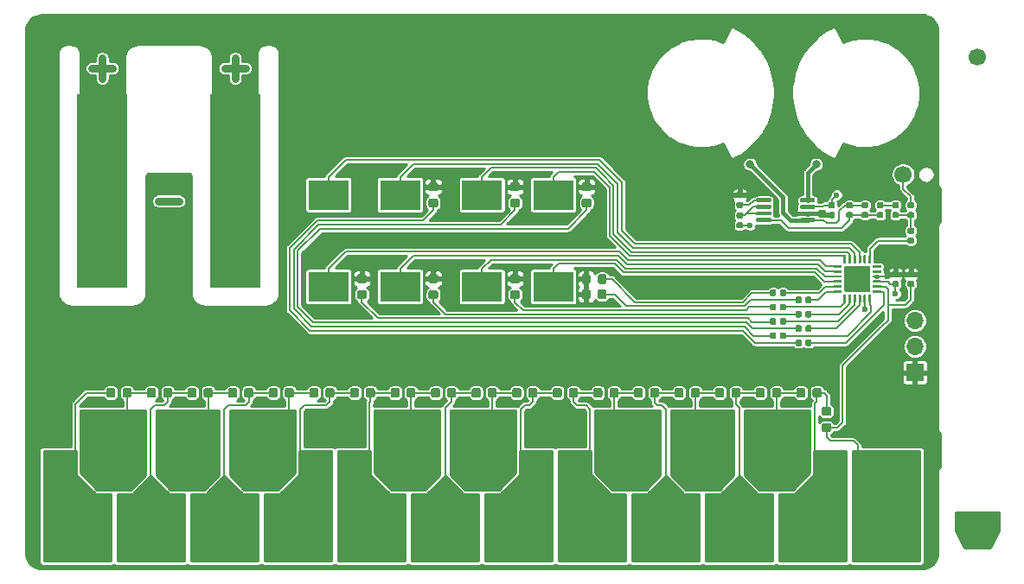
<source format=gbr>
G04 #@! TF.GenerationSoftware,KiCad,Pcbnew,(5.1.2)-2*
G04 #@! TF.CreationDate,2019-09-23T11:47:28+02:00*
G04 #@! TF.ProjectId,BusinessSynth,42757369-6e65-4737-9353-796e74682e6b,rev?*
G04 #@! TF.SameCoordinates,Original*
G04 #@! TF.FileFunction,Copper,L1,Top*
G04 #@! TF.FilePolarity,Positive*
%FSLAX46Y46*%
G04 Gerber Fmt 4.6, Leading zero omitted, Abs format (unit mm)*
G04 Created by KiCad (PCBNEW (5.1.2)-2) date 2019-09-23 11:47:28*
%MOMM*%
%LPD*%
G04 APERTURE LIST*
%ADD10C,0.750000*%
%ADD11C,1.700000*%
%ADD12O,1.700000X1.700000*%
%ADD13R,1.700000X1.700000*%
%ADD14C,0.100000*%
%ADD15C,0.400000*%
%ADD16R,5.000000X19.000000*%
%ADD17C,2.600000*%
%ADD18C,0.250000*%
%ADD19C,0.875000*%
%ADD20C,0.590000*%
%ADD21R,4.000000X3.000000*%
%ADD22C,0.600000*%
%ADD23C,0.800000*%
%ADD24C,0.200000*%
%ADD25C,0.400000*%
%ADD26C,0.254000*%
G04 APERTURE END LIST*
D10*
X113350000Y-88600000D02*
X115350000Y-88600000D01*
X119850000Y-75600000D02*
X121850000Y-75600000D01*
X120850000Y-76600000D02*
X120850000Y-74600000D01*
X107850000Y-76600000D02*
X107850000Y-74600000D01*
X106850000Y-75600000D02*
X108850000Y-75600000D01*
D11*
X193500000Y-74500000D03*
X186250000Y-86000000D03*
D12*
X187400000Y-100320000D03*
X187400000Y-102860000D03*
D13*
X187400000Y-105400000D03*
D14*
G36*
X177534802Y-89625482D02*
G01*
X177544509Y-89626921D01*
X177554028Y-89629306D01*
X177563268Y-89632612D01*
X177572140Y-89636808D01*
X177580557Y-89641853D01*
X177588439Y-89647699D01*
X177595711Y-89654289D01*
X177602301Y-89661561D01*
X177608147Y-89669443D01*
X177613192Y-89677860D01*
X177617388Y-89686732D01*
X177620694Y-89695972D01*
X177623079Y-89705491D01*
X177624518Y-89715198D01*
X177625000Y-89725000D01*
X177625000Y-89925000D01*
X177624518Y-89934802D01*
X177623079Y-89944509D01*
X177620694Y-89954028D01*
X177617388Y-89963268D01*
X177613192Y-89972140D01*
X177608147Y-89980557D01*
X177602301Y-89988439D01*
X177595711Y-89995711D01*
X177588439Y-90002301D01*
X177580557Y-90008147D01*
X177572140Y-90013192D01*
X177563268Y-90017388D01*
X177554028Y-90020694D01*
X177544509Y-90023079D01*
X177534802Y-90024518D01*
X177525000Y-90025000D01*
X176275000Y-90025000D01*
X176265198Y-90024518D01*
X176255491Y-90023079D01*
X176245972Y-90020694D01*
X176236732Y-90017388D01*
X176227860Y-90013192D01*
X176219443Y-90008147D01*
X176211561Y-90002301D01*
X176204289Y-89995711D01*
X176197699Y-89988439D01*
X176191853Y-89980557D01*
X176186808Y-89972140D01*
X176182612Y-89963268D01*
X176179306Y-89954028D01*
X176176921Y-89944509D01*
X176175482Y-89934802D01*
X176175000Y-89925000D01*
X176175000Y-89725000D01*
X176175482Y-89715198D01*
X176176921Y-89705491D01*
X176179306Y-89695972D01*
X176182612Y-89686732D01*
X176186808Y-89677860D01*
X176191853Y-89669443D01*
X176197699Y-89661561D01*
X176204289Y-89654289D01*
X176211561Y-89647699D01*
X176219443Y-89641853D01*
X176227860Y-89636808D01*
X176236732Y-89632612D01*
X176245972Y-89629306D01*
X176255491Y-89626921D01*
X176265198Y-89625482D01*
X176275000Y-89625000D01*
X177525000Y-89625000D01*
X177534802Y-89625482D01*
X177534802Y-89625482D01*
G37*
D15*
X176900000Y-89825000D03*
D14*
G36*
X177534802Y-88975482D02*
G01*
X177544509Y-88976921D01*
X177554028Y-88979306D01*
X177563268Y-88982612D01*
X177572140Y-88986808D01*
X177580557Y-88991853D01*
X177588439Y-88997699D01*
X177595711Y-89004289D01*
X177602301Y-89011561D01*
X177608147Y-89019443D01*
X177613192Y-89027860D01*
X177617388Y-89036732D01*
X177620694Y-89045972D01*
X177623079Y-89055491D01*
X177624518Y-89065198D01*
X177625000Y-89075000D01*
X177625000Y-89275000D01*
X177624518Y-89284802D01*
X177623079Y-89294509D01*
X177620694Y-89304028D01*
X177617388Y-89313268D01*
X177613192Y-89322140D01*
X177608147Y-89330557D01*
X177602301Y-89338439D01*
X177595711Y-89345711D01*
X177588439Y-89352301D01*
X177580557Y-89358147D01*
X177572140Y-89363192D01*
X177563268Y-89367388D01*
X177554028Y-89370694D01*
X177544509Y-89373079D01*
X177534802Y-89374518D01*
X177525000Y-89375000D01*
X176275000Y-89375000D01*
X176265198Y-89374518D01*
X176255491Y-89373079D01*
X176245972Y-89370694D01*
X176236732Y-89367388D01*
X176227860Y-89363192D01*
X176219443Y-89358147D01*
X176211561Y-89352301D01*
X176204289Y-89345711D01*
X176197699Y-89338439D01*
X176191853Y-89330557D01*
X176186808Y-89322140D01*
X176182612Y-89313268D01*
X176179306Y-89304028D01*
X176176921Y-89294509D01*
X176175482Y-89284802D01*
X176175000Y-89275000D01*
X176175000Y-89075000D01*
X176175482Y-89065198D01*
X176176921Y-89055491D01*
X176179306Y-89045972D01*
X176182612Y-89036732D01*
X176186808Y-89027860D01*
X176191853Y-89019443D01*
X176197699Y-89011561D01*
X176204289Y-89004289D01*
X176211561Y-88997699D01*
X176219443Y-88991853D01*
X176227860Y-88986808D01*
X176236732Y-88982612D01*
X176245972Y-88979306D01*
X176255491Y-88976921D01*
X176265198Y-88975482D01*
X176275000Y-88975000D01*
X177525000Y-88975000D01*
X177534802Y-88975482D01*
X177534802Y-88975482D01*
G37*
D15*
X176900000Y-89175000D03*
D14*
G36*
X177534802Y-88325482D02*
G01*
X177544509Y-88326921D01*
X177554028Y-88329306D01*
X177563268Y-88332612D01*
X177572140Y-88336808D01*
X177580557Y-88341853D01*
X177588439Y-88347699D01*
X177595711Y-88354289D01*
X177602301Y-88361561D01*
X177608147Y-88369443D01*
X177613192Y-88377860D01*
X177617388Y-88386732D01*
X177620694Y-88395972D01*
X177623079Y-88405491D01*
X177624518Y-88415198D01*
X177625000Y-88425000D01*
X177625000Y-88625000D01*
X177624518Y-88634802D01*
X177623079Y-88644509D01*
X177620694Y-88654028D01*
X177617388Y-88663268D01*
X177613192Y-88672140D01*
X177608147Y-88680557D01*
X177602301Y-88688439D01*
X177595711Y-88695711D01*
X177588439Y-88702301D01*
X177580557Y-88708147D01*
X177572140Y-88713192D01*
X177563268Y-88717388D01*
X177554028Y-88720694D01*
X177544509Y-88723079D01*
X177534802Y-88724518D01*
X177525000Y-88725000D01*
X176275000Y-88725000D01*
X176265198Y-88724518D01*
X176255491Y-88723079D01*
X176245972Y-88720694D01*
X176236732Y-88717388D01*
X176227860Y-88713192D01*
X176219443Y-88708147D01*
X176211561Y-88702301D01*
X176204289Y-88695711D01*
X176197699Y-88688439D01*
X176191853Y-88680557D01*
X176186808Y-88672140D01*
X176182612Y-88663268D01*
X176179306Y-88654028D01*
X176176921Y-88644509D01*
X176175482Y-88634802D01*
X176175000Y-88625000D01*
X176175000Y-88425000D01*
X176175482Y-88415198D01*
X176176921Y-88405491D01*
X176179306Y-88395972D01*
X176182612Y-88386732D01*
X176186808Y-88377860D01*
X176191853Y-88369443D01*
X176197699Y-88361561D01*
X176204289Y-88354289D01*
X176211561Y-88347699D01*
X176219443Y-88341853D01*
X176227860Y-88336808D01*
X176236732Y-88332612D01*
X176245972Y-88329306D01*
X176255491Y-88326921D01*
X176265198Y-88325482D01*
X176275000Y-88325000D01*
X177525000Y-88325000D01*
X177534802Y-88325482D01*
X177534802Y-88325482D01*
G37*
D15*
X176900000Y-88525000D03*
D14*
G36*
X173234802Y-90275482D02*
G01*
X173244509Y-90276921D01*
X173254028Y-90279306D01*
X173263268Y-90282612D01*
X173272140Y-90286808D01*
X173280557Y-90291853D01*
X173288439Y-90297699D01*
X173295711Y-90304289D01*
X173302301Y-90311561D01*
X173308147Y-90319443D01*
X173313192Y-90327860D01*
X173317388Y-90336732D01*
X173320694Y-90345972D01*
X173323079Y-90355491D01*
X173324518Y-90365198D01*
X173325000Y-90375000D01*
X173325000Y-90575000D01*
X173324518Y-90584802D01*
X173323079Y-90594509D01*
X173320694Y-90604028D01*
X173317388Y-90613268D01*
X173313192Y-90622140D01*
X173308147Y-90630557D01*
X173302301Y-90638439D01*
X173295711Y-90645711D01*
X173288439Y-90652301D01*
X173280557Y-90658147D01*
X173272140Y-90663192D01*
X173263268Y-90667388D01*
X173254028Y-90670694D01*
X173244509Y-90673079D01*
X173234802Y-90674518D01*
X173225000Y-90675000D01*
X171975000Y-90675000D01*
X171965198Y-90674518D01*
X171955491Y-90673079D01*
X171945972Y-90670694D01*
X171936732Y-90667388D01*
X171927860Y-90663192D01*
X171919443Y-90658147D01*
X171911561Y-90652301D01*
X171904289Y-90645711D01*
X171897699Y-90638439D01*
X171891853Y-90630557D01*
X171886808Y-90622140D01*
X171882612Y-90613268D01*
X171879306Y-90604028D01*
X171876921Y-90594509D01*
X171875482Y-90584802D01*
X171875000Y-90575000D01*
X171875000Y-90375000D01*
X171875482Y-90365198D01*
X171876921Y-90355491D01*
X171879306Y-90345972D01*
X171882612Y-90336732D01*
X171886808Y-90327860D01*
X171891853Y-90319443D01*
X171897699Y-90311561D01*
X171904289Y-90304289D01*
X171911561Y-90297699D01*
X171919443Y-90291853D01*
X171927860Y-90286808D01*
X171936732Y-90282612D01*
X171945972Y-90279306D01*
X171955491Y-90276921D01*
X171965198Y-90275482D01*
X171975000Y-90275000D01*
X173225000Y-90275000D01*
X173234802Y-90275482D01*
X173234802Y-90275482D01*
G37*
D15*
X172600000Y-90475000D03*
D14*
G36*
X173234802Y-88325482D02*
G01*
X173244509Y-88326921D01*
X173254028Y-88329306D01*
X173263268Y-88332612D01*
X173272140Y-88336808D01*
X173280557Y-88341853D01*
X173288439Y-88347699D01*
X173295711Y-88354289D01*
X173302301Y-88361561D01*
X173308147Y-88369443D01*
X173313192Y-88377860D01*
X173317388Y-88386732D01*
X173320694Y-88395972D01*
X173323079Y-88405491D01*
X173324518Y-88415198D01*
X173325000Y-88425000D01*
X173325000Y-88625000D01*
X173324518Y-88634802D01*
X173323079Y-88644509D01*
X173320694Y-88654028D01*
X173317388Y-88663268D01*
X173313192Y-88672140D01*
X173308147Y-88680557D01*
X173302301Y-88688439D01*
X173295711Y-88695711D01*
X173288439Y-88702301D01*
X173280557Y-88708147D01*
X173272140Y-88713192D01*
X173263268Y-88717388D01*
X173254028Y-88720694D01*
X173244509Y-88723079D01*
X173234802Y-88724518D01*
X173225000Y-88725000D01*
X171975000Y-88725000D01*
X171965198Y-88724518D01*
X171955491Y-88723079D01*
X171945972Y-88720694D01*
X171936732Y-88717388D01*
X171927860Y-88713192D01*
X171919443Y-88708147D01*
X171911561Y-88702301D01*
X171904289Y-88695711D01*
X171897699Y-88688439D01*
X171891853Y-88680557D01*
X171886808Y-88672140D01*
X171882612Y-88663268D01*
X171879306Y-88654028D01*
X171876921Y-88644509D01*
X171875482Y-88634802D01*
X171875000Y-88625000D01*
X171875000Y-88425000D01*
X171875482Y-88415198D01*
X171876921Y-88405491D01*
X171879306Y-88395972D01*
X171882612Y-88386732D01*
X171886808Y-88377860D01*
X171891853Y-88369443D01*
X171897699Y-88361561D01*
X171904289Y-88354289D01*
X171911561Y-88347699D01*
X171919443Y-88341853D01*
X171927860Y-88336808D01*
X171936732Y-88332612D01*
X171945972Y-88329306D01*
X171955491Y-88326921D01*
X171965198Y-88325482D01*
X171975000Y-88325000D01*
X173225000Y-88325000D01*
X173234802Y-88325482D01*
X173234802Y-88325482D01*
G37*
D15*
X172600000Y-88525000D03*
D14*
G36*
X173234802Y-88975482D02*
G01*
X173244509Y-88976921D01*
X173254028Y-88979306D01*
X173263268Y-88982612D01*
X173272140Y-88986808D01*
X173280557Y-88991853D01*
X173288439Y-88997699D01*
X173295711Y-89004289D01*
X173302301Y-89011561D01*
X173308147Y-89019443D01*
X173313192Y-89027860D01*
X173317388Y-89036732D01*
X173320694Y-89045972D01*
X173323079Y-89055491D01*
X173324518Y-89065198D01*
X173325000Y-89075000D01*
X173325000Y-89275000D01*
X173324518Y-89284802D01*
X173323079Y-89294509D01*
X173320694Y-89304028D01*
X173317388Y-89313268D01*
X173313192Y-89322140D01*
X173308147Y-89330557D01*
X173302301Y-89338439D01*
X173295711Y-89345711D01*
X173288439Y-89352301D01*
X173280557Y-89358147D01*
X173272140Y-89363192D01*
X173263268Y-89367388D01*
X173254028Y-89370694D01*
X173244509Y-89373079D01*
X173234802Y-89374518D01*
X173225000Y-89375000D01*
X171975000Y-89375000D01*
X171965198Y-89374518D01*
X171955491Y-89373079D01*
X171945972Y-89370694D01*
X171936732Y-89367388D01*
X171927860Y-89363192D01*
X171919443Y-89358147D01*
X171911561Y-89352301D01*
X171904289Y-89345711D01*
X171897699Y-89338439D01*
X171891853Y-89330557D01*
X171886808Y-89322140D01*
X171882612Y-89313268D01*
X171879306Y-89304028D01*
X171876921Y-89294509D01*
X171875482Y-89284802D01*
X171875000Y-89275000D01*
X171875000Y-89075000D01*
X171875482Y-89065198D01*
X171876921Y-89055491D01*
X171879306Y-89045972D01*
X171882612Y-89036732D01*
X171886808Y-89027860D01*
X171891853Y-89019443D01*
X171897699Y-89011561D01*
X171904289Y-89004289D01*
X171911561Y-88997699D01*
X171919443Y-88991853D01*
X171927860Y-88986808D01*
X171936732Y-88982612D01*
X171945972Y-88979306D01*
X171955491Y-88976921D01*
X171965198Y-88975482D01*
X171975000Y-88975000D01*
X173225000Y-88975000D01*
X173234802Y-88975482D01*
X173234802Y-88975482D01*
G37*
D15*
X172600000Y-89175000D03*
D14*
G36*
X173234802Y-89625482D02*
G01*
X173244509Y-89626921D01*
X173254028Y-89629306D01*
X173263268Y-89632612D01*
X173272140Y-89636808D01*
X173280557Y-89641853D01*
X173288439Y-89647699D01*
X173295711Y-89654289D01*
X173302301Y-89661561D01*
X173308147Y-89669443D01*
X173313192Y-89677860D01*
X173317388Y-89686732D01*
X173320694Y-89695972D01*
X173323079Y-89705491D01*
X173324518Y-89715198D01*
X173325000Y-89725000D01*
X173325000Y-89925000D01*
X173324518Y-89934802D01*
X173323079Y-89944509D01*
X173320694Y-89954028D01*
X173317388Y-89963268D01*
X173313192Y-89972140D01*
X173308147Y-89980557D01*
X173302301Y-89988439D01*
X173295711Y-89995711D01*
X173288439Y-90002301D01*
X173280557Y-90008147D01*
X173272140Y-90013192D01*
X173263268Y-90017388D01*
X173254028Y-90020694D01*
X173244509Y-90023079D01*
X173234802Y-90024518D01*
X173225000Y-90025000D01*
X171975000Y-90025000D01*
X171965198Y-90024518D01*
X171955491Y-90023079D01*
X171945972Y-90020694D01*
X171936732Y-90017388D01*
X171927860Y-90013192D01*
X171919443Y-90008147D01*
X171911561Y-90002301D01*
X171904289Y-89995711D01*
X171897699Y-89988439D01*
X171891853Y-89980557D01*
X171886808Y-89972140D01*
X171882612Y-89963268D01*
X171879306Y-89954028D01*
X171876921Y-89944509D01*
X171875482Y-89934802D01*
X171875000Y-89925000D01*
X171875000Y-89725000D01*
X171875482Y-89715198D01*
X171876921Y-89705491D01*
X171879306Y-89695972D01*
X171882612Y-89686732D01*
X171886808Y-89677860D01*
X171891853Y-89669443D01*
X171897699Y-89661561D01*
X171904289Y-89654289D01*
X171911561Y-89647699D01*
X171919443Y-89641853D01*
X171927860Y-89636808D01*
X171936732Y-89632612D01*
X171945972Y-89629306D01*
X171955491Y-89626921D01*
X171965198Y-89625482D01*
X171975000Y-89625000D01*
X173225000Y-89625000D01*
X173234802Y-89625482D01*
X173234802Y-89625482D01*
G37*
D15*
X172600000Y-89825000D03*
D14*
G36*
X177534802Y-90275482D02*
G01*
X177544509Y-90276921D01*
X177554028Y-90279306D01*
X177563268Y-90282612D01*
X177572140Y-90286808D01*
X177580557Y-90291853D01*
X177588439Y-90297699D01*
X177595711Y-90304289D01*
X177602301Y-90311561D01*
X177608147Y-90319443D01*
X177613192Y-90327860D01*
X177617388Y-90336732D01*
X177620694Y-90345972D01*
X177623079Y-90355491D01*
X177624518Y-90365198D01*
X177625000Y-90375000D01*
X177625000Y-90575000D01*
X177624518Y-90584802D01*
X177623079Y-90594509D01*
X177620694Y-90604028D01*
X177617388Y-90613268D01*
X177613192Y-90622140D01*
X177608147Y-90630557D01*
X177602301Y-90638439D01*
X177595711Y-90645711D01*
X177588439Y-90652301D01*
X177580557Y-90658147D01*
X177572140Y-90663192D01*
X177563268Y-90667388D01*
X177554028Y-90670694D01*
X177544509Y-90673079D01*
X177534802Y-90674518D01*
X177525000Y-90675000D01*
X176275000Y-90675000D01*
X176265198Y-90674518D01*
X176255491Y-90673079D01*
X176245972Y-90670694D01*
X176236732Y-90667388D01*
X176227860Y-90663192D01*
X176219443Y-90658147D01*
X176211561Y-90652301D01*
X176204289Y-90645711D01*
X176197699Y-90638439D01*
X176191853Y-90630557D01*
X176186808Y-90622140D01*
X176182612Y-90613268D01*
X176179306Y-90604028D01*
X176176921Y-90594509D01*
X176175482Y-90584802D01*
X176175000Y-90575000D01*
X176175000Y-90375000D01*
X176175482Y-90365198D01*
X176176921Y-90355491D01*
X176179306Y-90345972D01*
X176182612Y-90336732D01*
X176186808Y-90327860D01*
X176191853Y-90319443D01*
X176197699Y-90311561D01*
X176204289Y-90304289D01*
X176211561Y-90297699D01*
X176219443Y-90291853D01*
X176227860Y-90286808D01*
X176236732Y-90282612D01*
X176245972Y-90279306D01*
X176255491Y-90276921D01*
X176265198Y-90275482D01*
X176275000Y-90275000D01*
X177525000Y-90275000D01*
X177534802Y-90275482D01*
X177534802Y-90275482D01*
G37*
D15*
X176900000Y-90475000D03*
D16*
X120850000Y-87600000D03*
X107850000Y-87600000D03*
D14*
G36*
X182824504Y-94951204D02*
G01*
X182848773Y-94954804D01*
X182872571Y-94960765D01*
X182895671Y-94969030D01*
X182917849Y-94979520D01*
X182938893Y-94992133D01*
X182958598Y-95006747D01*
X182976777Y-95023223D01*
X182993253Y-95041402D01*
X183007867Y-95061107D01*
X183020480Y-95082151D01*
X183030970Y-95104329D01*
X183039235Y-95127429D01*
X183045196Y-95151227D01*
X183048796Y-95175496D01*
X183050000Y-95200000D01*
X183050000Y-97300000D01*
X183048796Y-97324504D01*
X183045196Y-97348773D01*
X183039235Y-97372571D01*
X183030970Y-97395671D01*
X183020480Y-97417849D01*
X183007867Y-97438893D01*
X182993253Y-97458598D01*
X182976777Y-97476777D01*
X182958598Y-97493253D01*
X182938893Y-97507867D01*
X182917849Y-97520480D01*
X182895671Y-97530970D01*
X182872571Y-97539235D01*
X182848773Y-97545196D01*
X182824504Y-97548796D01*
X182800000Y-97550000D01*
X180700000Y-97550000D01*
X180675496Y-97548796D01*
X180651227Y-97545196D01*
X180627429Y-97539235D01*
X180604329Y-97530970D01*
X180582151Y-97520480D01*
X180561107Y-97507867D01*
X180541402Y-97493253D01*
X180523223Y-97476777D01*
X180506747Y-97458598D01*
X180492133Y-97438893D01*
X180479520Y-97417849D01*
X180469030Y-97395671D01*
X180460765Y-97372571D01*
X180454804Y-97348773D01*
X180451204Y-97324504D01*
X180450000Y-97300000D01*
X180450000Y-95200000D01*
X180451204Y-95175496D01*
X180454804Y-95151227D01*
X180460765Y-95127429D01*
X180469030Y-95104329D01*
X180479520Y-95082151D01*
X180492133Y-95061107D01*
X180506747Y-95041402D01*
X180523223Y-95023223D01*
X180541402Y-95006747D01*
X180561107Y-94992133D01*
X180582151Y-94979520D01*
X180604329Y-94969030D01*
X180627429Y-94960765D01*
X180651227Y-94954804D01*
X180675496Y-94951204D01*
X180700000Y-94950000D01*
X182800000Y-94950000D01*
X182824504Y-94951204D01*
X182824504Y-94951204D01*
G37*
D17*
X181750000Y-96250000D03*
D14*
G36*
X184043626Y-97375301D02*
G01*
X184049693Y-97376201D01*
X184055643Y-97377691D01*
X184061418Y-97379758D01*
X184066962Y-97382380D01*
X184072223Y-97385533D01*
X184077150Y-97389187D01*
X184081694Y-97393306D01*
X184085813Y-97397850D01*
X184089467Y-97402777D01*
X184092620Y-97408038D01*
X184095242Y-97413582D01*
X184097309Y-97419357D01*
X184098799Y-97425307D01*
X184099699Y-97431374D01*
X184100000Y-97437500D01*
X184100000Y-97562500D01*
X184099699Y-97568626D01*
X184098799Y-97574693D01*
X184097309Y-97580643D01*
X184095242Y-97586418D01*
X184092620Y-97591962D01*
X184089467Y-97597223D01*
X184085813Y-97602150D01*
X184081694Y-97606694D01*
X184077150Y-97610813D01*
X184072223Y-97614467D01*
X184066962Y-97617620D01*
X184061418Y-97620242D01*
X184055643Y-97622309D01*
X184049693Y-97623799D01*
X184043626Y-97624699D01*
X184037500Y-97625000D01*
X183337500Y-97625000D01*
X183331374Y-97624699D01*
X183325307Y-97623799D01*
X183319357Y-97622309D01*
X183313582Y-97620242D01*
X183308038Y-97617620D01*
X183302777Y-97614467D01*
X183297850Y-97610813D01*
X183293306Y-97606694D01*
X183289187Y-97602150D01*
X183285533Y-97597223D01*
X183282380Y-97591962D01*
X183279758Y-97586418D01*
X183277691Y-97580643D01*
X183276201Y-97574693D01*
X183275301Y-97568626D01*
X183275000Y-97562500D01*
X183275000Y-97437500D01*
X183275301Y-97431374D01*
X183276201Y-97425307D01*
X183277691Y-97419357D01*
X183279758Y-97413582D01*
X183282380Y-97408038D01*
X183285533Y-97402777D01*
X183289187Y-97397850D01*
X183293306Y-97393306D01*
X183297850Y-97389187D01*
X183302777Y-97385533D01*
X183308038Y-97382380D01*
X183313582Y-97379758D01*
X183319357Y-97377691D01*
X183325307Y-97376201D01*
X183331374Y-97375301D01*
X183337500Y-97375000D01*
X184037500Y-97375000D01*
X184043626Y-97375301D01*
X184043626Y-97375301D01*
G37*
D18*
X183687500Y-97500000D03*
D14*
G36*
X184043626Y-96875301D02*
G01*
X184049693Y-96876201D01*
X184055643Y-96877691D01*
X184061418Y-96879758D01*
X184066962Y-96882380D01*
X184072223Y-96885533D01*
X184077150Y-96889187D01*
X184081694Y-96893306D01*
X184085813Y-96897850D01*
X184089467Y-96902777D01*
X184092620Y-96908038D01*
X184095242Y-96913582D01*
X184097309Y-96919357D01*
X184098799Y-96925307D01*
X184099699Y-96931374D01*
X184100000Y-96937500D01*
X184100000Y-97062500D01*
X184099699Y-97068626D01*
X184098799Y-97074693D01*
X184097309Y-97080643D01*
X184095242Y-97086418D01*
X184092620Y-97091962D01*
X184089467Y-97097223D01*
X184085813Y-97102150D01*
X184081694Y-97106694D01*
X184077150Y-97110813D01*
X184072223Y-97114467D01*
X184066962Y-97117620D01*
X184061418Y-97120242D01*
X184055643Y-97122309D01*
X184049693Y-97123799D01*
X184043626Y-97124699D01*
X184037500Y-97125000D01*
X183337500Y-97125000D01*
X183331374Y-97124699D01*
X183325307Y-97123799D01*
X183319357Y-97122309D01*
X183313582Y-97120242D01*
X183308038Y-97117620D01*
X183302777Y-97114467D01*
X183297850Y-97110813D01*
X183293306Y-97106694D01*
X183289187Y-97102150D01*
X183285533Y-97097223D01*
X183282380Y-97091962D01*
X183279758Y-97086418D01*
X183277691Y-97080643D01*
X183276201Y-97074693D01*
X183275301Y-97068626D01*
X183275000Y-97062500D01*
X183275000Y-96937500D01*
X183275301Y-96931374D01*
X183276201Y-96925307D01*
X183277691Y-96919357D01*
X183279758Y-96913582D01*
X183282380Y-96908038D01*
X183285533Y-96902777D01*
X183289187Y-96897850D01*
X183293306Y-96893306D01*
X183297850Y-96889187D01*
X183302777Y-96885533D01*
X183308038Y-96882380D01*
X183313582Y-96879758D01*
X183319357Y-96877691D01*
X183325307Y-96876201D01*
X183331374Y-96875301D01*
X183337500Y-96875000D01*
X184037500Y-96875000D01*
X184043626Y-96875301D01*
X184043626Y-96875301D01*
G37*
D18*
X183687500Y-97000000D03*
D14*
G36*
X184043626Y-96375301D02*
G01*
X184049693Y-96376201D01*
X184055643Y-96377691D01*
X184061418Y-96379758D01*
X184066962Y-96382380D01*
X184072223Y-96385533D01*
X184077150Y-96389187D01*
X184081694Y-96393306D01*
X184085813Y-96397850D01*
X184089467Y-96402777D01*
X184092620Y-96408038D01*
X184095242Y-96413582D01*
X184097309Y-96419357D01*
X184098799Y-96425307D01*
X184099699Y-96431374D01*
X184100000Y-96437500D01*
X184100000Y-96562500D01*
X184099699Y-96568626D01*
X184098799Y-96574693D01*
X184097309Y-96580643D01*
X184095242Y-96586418D01*
X184092620Y-96591962D01*
X184089467Y-96597223D01*
X184085813Y-96602150D01*
X184081694Y-96606694D01*
X184077150Y-96610813D01*
X184072223Y-96614467D01*
X184066962Y-96617620D01*
X184061418Y-96620242D01*
X184055643Y-96622309D01*
X184049693Y-96623799D01*
X184043626Y-96624699D01*
X184037500Y-96625000D01*
X183337500Y-96625000D01*
X183331374Y-96624699D01*
X183325307Y-96623799D01*
X183319357Y-96622309D01*
X183313582Y-96620242D01*
X183308038Y-96617620D01*
X183302777Y-96614467D01*
X183297850Y-96610813D01*
X183293306Y-96606694D01*
X183289187Y-96602150D01*
X183285533Y-96597223D01*
X183282380Y-96591962D01*
X183279758Y-96586418D01*
X183277691Y-96580643D01*
X183276201Y-96574693D01*
X183275301Y-96568626D01*
X183275000Y-96562500D01*
X183275000Y-96437500D01*
X183275301Y-96431374D01*
X183276201Y-96425307D01*
X183277691Y-96419357D01*
X183279758Y-96413582D01*
X183282380Y-96408038D01*
X183285533Y-96402777D01*
X183289187Y-96397850D01*
X183293306Y-96393306D01*
X183297850Y-96389187D01*
X183302777Y-96385533D01*
X183308038Y-96382380D01*
X183313582Y-96379758D01*
X183319357Y-96377691D01*
X183325307Y-96376201D01*
X183331374Y-96375301D01*
X183337500Y-96375000D01*
X184037500Y-96375000D01*
X184043626Y-96375301D01*
X184043626Y-96375301D01*
G37*
D18*
X183687500Y-96500000D03*
D14*
G36*
X184043626Y-95875301D02*
G01*
X184049693Y-95876201D01*
X184055643Y-95877691D01*
X184061418Y-95879758D01*
X184066962Y-95882380D01*
X184072223Y-95885533D01*
X184077150Y-95889187D01*
X184081694Y-95893306D01*
X184085813Y-95897850D01*
X184089467Y-95902777D01*
X184092620Y-95908038D01*
X184095242Y-95913582D01*
X184097309Y-95919357D01*
X184098799Y-95925307D01*
X184099699Y-95931374D01*
X184100000Y-95937500D01*
X184100000Y-96062500D01*
X184099699Y-96068626D01*
X184098799Y-96074693D01*
X184097309Y-96080643D01*
X184095242Y-96086418D01*
X184092620Y-96091962D01*
X184089467Y-96097223D01*
X184085813Y-96102150D01*
X184081694Y-96106694D01*
X184077150Y-96110813D01*
X184072223Y-96114467D01*
X184066962Y-96117620D01*
X184061418Y-96120242D01*
X184055643Y-96122309D01*
X184049693Y-96123799D01*
X184043626Y-96124699D01*
X184037500Y-96125000D01*
X183337500Y-96125000D01*
X183331374Y-96124699D01*
X183325307Y-96123799D01*
X183319357Y-96122309D01*
X183313582Y-96120242D01*
X183308038Y-96117620D01*
X183302777Y-96114467D01*
X183297850Y-96110813D01*
X183293306Y-96106694D01*
X183289187Y-96102150D01*
X183285533Y-96097223D01*
X183282380Y-96091962D01*
X183279758Y-96086418D01*
X183277691Y-96080643D01*
X183276201Y-96074693D01*
X183275301Y-96068626D01*
X183275000Y-96062500D01*
X183275000Y-95937500D01*
X183275301Y-95931374D01*
X183276201Y-95925307D01*
X183277691Y-95919357D01*
X183279758Y-95913582D01*
X183282380Y-95908038D01*
X183285533Y-95902777D01*
X183289187Y-95897850D01*
X183293306Y-95893306D01*
X183297850Y-95889187D01*
X183302777Y-95885533D01*
X183308038Y-95882380D01*
X183313582Y-95879758D01*
X183319357Y-95877691D01*
X183325307Y-95876201D01*
X183331374Y-95875301D01*
X183337500Y-95875000D01*
X184037500Y-95875000D01*
X184043626Y-95875301D01*
X184043626Y-95875301D01*
G37*
D18*
X183687500Y-96000000D03*
D14*
G36*
X184043626Y-95375301D02*
G01*
X184049693Y-95376201D01*
X184055643Y-95377691D01*
X184061418Y-95379758D01*
X184066962Y-95382380D01*
X184072223Y-95385533D01*
X184077150Y-95389187D01*
X184081694Y-95393306D01*
X184085813Y-95397850D01*
X184089467Y-95402777D01*
X184092620Y-95408038D01*
X184095242Y-95413582D01*
X184097309Y-95419357D01*
X184098799Y-95425307D01*
X184099699Y-95431374D01*
X184100000Y-95437500D01*
X184100000Y-95562500D01*
X184099699Y-95568626D01*
X184098799Y-95574693D01*
X184097309Y-95580643D01*
X184095242Y-95586418D01*
X184092620Y-95591962D01*
X184089467Y-95597223D01*
X184085813Y-95602150D01*
X184081694Y-95606694D01*
X184077150Y-95610813D01*
X184072223Y-95614467D01*
X184066962Y-95617620D01*
X184061418Y-95620242D01*
X184055643Y-95622309D01*
X184049693Y-95623799D01*
X184043626Y-95624699D01*
X184037500Y-95625000D01*
X183337500Y-95625000D01*
X183331374Y-95624699D01*
X183325307Y-95623799D01*
X183319357Y-95622309D01*
X183313582Y-95620242D01*
X183308038Y-95617620D01*
X183302777Y-95614467D01*
X183297850Y-95610813D01*
X183293306Y-95606694D01*
X183289187Y-95602150D01*
X183285533Y-95597223D01*
X183282380Y-95591962D01*
X183279758Y-95586418D01*
X183277691Y-95580643D01*
X183276201Y-95574693D01*
X183275301Y-95568626D01*
X183275000Y-95562500D01*
X183275000Y-95437500D01*
X183275301Y-95431374D01*
X183276201Y-95425307D01*
X183277691Y-95419357D01*
X183279758Y-95413582D01*
X183282380Y-95408038D01*
X183285533Y-95402777D01*
X183289187Y-95397850D01*
X183293306Y-95393306D01*
X183297850Y-95389187D01*
X183302777Y-95385533D01*
X183308038Y-95382380D01*
X183313582Y-95379758D01*
X183319357Y-95377691D01*
X183325307Y-95376201D01*
X183331374Y-95375301D01*
X183337500Y-95375000D01*
X184037500Y-95375000D01*
X184043626Y-95375301D01*
X184043626Y-95375301D01*
G37*
D18*
X183687500Y-95500000D03*
D14*
G36*
X184043626Y-94875301D02*
G01*
X184049693Y-94876201D01*
X184055643Y-94877691D01*
X184061418Y-94879758D01*
X184066962Y-94882380D01*
X184072223Y-94885533D01*
X184077150Y-94889187D01*
X184081694Y-94893306D01*
X184085813Y-94897850D01*
X184089467Y-94902777D01*
X184092620Y-94908038D01*
X184095242Y-94913582D01*
X184097309Y-94919357D01*
X184098799Y-94925307D01*
X184099699Y-94931374D01*
X184100000Y-94937500D01*
X184100000Y-95062500D01*
X184099699Y-95068626D01*
X184098799Y-95074693D01*
X184097309Y-95080643D01*
X184095242Y-95086418D01*
X184092620Y-95091962D01*
X184089467Y-95097223D01*
X184085813Y-95102150D01*
X184081694Y-95106694D01*
X184077150Y-95110813D01*
X184072223Y-95114467D01*
X184066962Y-95117620D01*
X184061418Y-95120242D01*
X184055643Y-95122309D01*
X184049693Y-95123799D01*
X184043626Y-95124699D01*
X184037500Y-95125000D01*
X183337500Y-95125000D01*
X183331374Y-95124699D01*
X183325307Y-95123799D01*
X183319357Y-95122309D01*
X183313582Y-95120242D01*
X183308038Y-95117620D01*
X183302777Y-95114467D01*
X183297850Y-95110813D01*
X183293306Y-95106694D01*
X183289187Y-95102150D01*
X183285533Y-95097223D01*
X183282380Y-95091962D01*
X183279758Y-95086418D01*
X183277691Y-95080643D01*
X183276201Y-95074693D01*
X183275301Y-95068626D01*
X183275000Y-95062500D01*
X183275000Y-94937500D01*
X183275301Y-94931374D01*
X183276201Y-94925307D01*
X183277691Y-94919357D01*
X183279758Y-94913582D01*
X183282380Y-94908038D01*
X183285533Y-94902777D01*
X183289187Y-94897850D01*
X183293306Y-94893306D01*
X183297850Y-94889187D01*
X183302777Y-94885533D01*
X183308038Y-94882380D01*
X183313582Y-94879758D01*
X183319357Y-94877691D01*
X183325307Y-94876201D01*
X183331374Y-94875301D01*
X183337500Y-94875000D01*
X184037500Y-94875000D01*
X184043626Y-94875301D01*
X184043626Y-94875301D01*
G37*
D18*
X183687500Y-95000000D03*
D14*
G36*
X183068626Y-93900301D02*
G01*
X183074693Y-93901201D01*
X183080643Y-93902691D01*
X183086418Y-93904758D01*
X183091962Y-93907380D01*
X183097223Y-93910533D01*
X183102150Y-93914187D01*
X183106694Y-93918306D01*
X183110813Y-93922850D01*
X183114467Y-93927777D01*
X183117620Y-93933038D01*
X183120242Y-93938582D01*
X183122309Y-93944357D01*
X183123799Y-93950307D01*
X183124699Y-93956374D01*
X183125000Y-93962500D01*
X183125000Y-94662500D01*
X183124699Y-94668626D01*
X183123799Y-94674693D01*
X183122309Y-94680643D01*
X183120242Y-94686418D01*
X183117620Y-94691962D01*
X183114467Y-94697223D01*
X183110813Y-94702150D01*
X183106694Y-94706694D01*
X183102150Y-94710813D01*
X183097223Y-94714467D01*
X183091962Y-94717620D01*
X183086418Y-94720242D01*
X183080643Y-94722309D01*
X183074693Y-94723799D01*
X183068626Y-94724699D01*
X183062500Y-94725000D01*
X182937500Y-94725000D01*
X182931374Y-94724699D01*
X182925307Y-94723799D01*
X182919357Y-94722309D01*
X182913582Y-94720242D01*
X182908038Y-94717620D01*
X182902777Y-94714467D01*
X182897850Y-94710813D01*
X182893306Y-94706694D01*
X182889187Y-94702150D01*
X182885533Y-94697223D01*
X182882380Y-94691962D01*
X182879758Y-94686418D01*
X182877691Y-94680643D01*
X182876201Y-94674693D01*
X182875301Y-94668626D01*
X182875000Y-94662500D01*
X182875000Y-93962500D01*
X182875301Y-93956374D01*
X182876201Y-93950307D01*
X182877691Y-93944357D01*
X182879758Y-93938582D01*
X182882380Y-93933038D01*
X182885533Y-93927777D01*
X182889187Y-93922850D01*
X182893306Y-93918306D01*
X182897850Y-93914187D01*
X182902777Y-93910533D01*
X182908038Y-93907380D01*
X182913582Y-93904758D01*
X182919357Y-93902691D01*
X182925307Y-93901201D01*
X182931374Y-93900301D01*
X182937500Y-93900000D01*
X183062500Y-93900000D01*
X183068626Y-93900301D01*
X183068626Y-93900301D01*
G37*
D18*
X183000000Y-94312500D03*
D14*
G36*
X182568626Y-93900301D02*
G01*
X182574693Y-93901201D01*
X182580643Y-93902691D01*
X182586418Y-93904758D01*
X182591962Y-93907380D01*
X182597223Y-93910533D01*
X182602150Y-93914187D01*
X182606694Y-93918306D01*
X182610813Y-93922850D01*
X182614467Y-93927777D01*
X182617620Y-93933038D01*
X182620242Y-93938582D01*
X182622309Y-93944357D01*
X182623799Y-93950307D01*
X182624699Y-93956374D01*
X182625000Y-93962500D01*
X182625000Y-94662500D01*
X182624699Y-94668626D01*
X182623799Y-94674693D01*
X182622309Y-94680643D01*
X182620242Y-94686418D01*
X182617620Y-94691962D01*
X182614467Y-94697223D01*
X182610813Y-94702150D01*
X182606694Y-94706694D01*
X182602150Y-94710813D01*
X182597223Y-94714467D01*
X182591962Y-94717620D01*
X182586418Y-94720242D01*
X182580643Y-94722309D01*
X182574693Y-94723799D01*
X182568626Y-94724699D01*
X182562500Y-94725000D01*
X182437500Y-94725000D01*
X182431374Y-94724699D01*
X182425307Y-94723799D01*
X182419357Y-94722309D01*
X182413582Y-94720242D01*
X182408038Y-94717620D01*
X182402777Y-94714467D01*
X182397850Y-94710813D01*
X182393306Y-94706694D01*
X182389187Y-94702150D01*
X182385533Y-94697223D01*
X182382380Y-94691962D01*
X182379758Y-94686418D01*
X182377691Y-94680643D01*
X182376201Y-94674693D01*
X182375301Y-94668626D01*
X182375000Y-94662500D01*
X182375000Y-93962500D01*
X182375301Y-93956374D01*
X182376201Y-93950307D01*
X182377691Y-93944357D01*
X182379758Y-93938582D01*
X182382380Y-93933038D01*
X182385533Y-93927777D01*
X182389187Y-93922850D01*
X182393306Y-93918306D01*
X182397850Y-93914187D01*
X182402777Y-93910533D01*
X182408038Y-93907380D01*
X182413582Y-93904758D01*
X182419357Y-93902691D01*
X182425307Y-93901201D01*
X182431374Y-93900301D01*
X182437500Y-93900000D01*
X182562500Y-93900000D01*
X182568626Y-93900301D01*
X182568626Y-93900301D01*
G37*
D18*
X182500000Y-94312500D03*
D14*
G36*
X182068626Y-93900301D02*
G01*
X182074693Y-93901201D01*
X182080643Y-93902691D01*
X182086418Y-93904758D01*
X182091962Y-93907380D01*
X182097223Y-93910533D01*
X182102150Y-93914187D01*
X182106694Y-93918306D01*
X182110813Y-93922850D01*
X182114467Y-93927777D01*
X182117620Y-93933038D01*
X182120242Y-93938582D01*
X182122309Y-93944357D01*
X182123799Y-93950307D01*
X182124699Y-93956374D01*
X182125000Y-93962500D01*
X182125000Y-94662500D01*
X182124699Y-94668626D01*
X182123799Y-94674693D01*
X182122309Y-94680643D01*
X182120242Y-94686418D01*
X182117620Y-94691962D01*
X182114467Y-94697223D01*
X182110813Y-94702150D01*
X182106694Y-94706694D01*
X182102150Y-94710813D01*
X182097223Y-94714467D01*
X182091962Y-94717620D01*
X182086418Y-94720242D01*
X182080643Y-94722309D01*
X182074693Y-94723799D01*
X182068626Y-94724699D01*
X182062500Y-94725000D01*
X181937500Y-94725000D01*
X181931374Y-94724699D01*
X181925307Y-94723799D01*
X181919357Y-94722309D01*
X181913582Y-94720242D01*
X181908038Y-94717620D01*
X181902777Y-94714467D01*
X181897850Y-94710813D01*
X181893306Y-94706694D01*
X181889187Y-94702150D01*
X181885533Y-94697223D01*
X181882380Y-94691962D01*
X181879758Y-94686418D01*
X181877691Y-94680643D01*
X181876201Y-94674693D01*
X181875301Y-94668626D01*
X181875000Y-94662500D01*
X181875000Y-93962500D01*
X181875301Y-93956374D01*
X181876201Y-93950307D01*
X181877691Y-93944357D01*
X181879758Y-93938582D01*
X181882380Y-93933038D01*
X181885533Y-93927777D01*
X181889187Y-93922850D01*
X181893306Y-93918306D01*
X181897850Y-93914187D01*
X181902777Y-93910533D01*
X181908038Y-93907380D01*
X181913582Y-93904758D01*
X181919357Y-93902691D01*
X181925307Y-93901201D01*
X181931374Y-93900301D01*
X181937500Y-93900000D01*
X182062500Y-93900000D01*
X182068626Y-93900301D01*
X182068626Y-93900301D01*
G37*
D18*
X182000000Y-94312500D03*
D14*
G36*
X181568626Y-93900301D02*
G01*
X181574693Y-93901201D01*
X181580643Y-93902691D01*
X181586418Y-93904758D01*
X181591962Y-93907380D01*
X181597223Y-93910533D01*
X181602150Y-93914187D01*
X181606694Y-93918306D01*
X181610813Y-93922850D01*
X181614467Y-93927777D01*
X181617620Y-93933038D01*
X181620242Y-93938582D01*
X181622309Y-93944357D01*
X181623799Y-93950307D01*
X181624699Y-93956374D01*
X181625000Y-93962500D01*
X181625000Y-94662500D01*
X181624699Y-94668626D01*
X181623799Y-94674693D01*
X181622309Y-94680643D01*
X181620242Y-94686418D01*
X181617620Y-94691962D01*
X181614467Y-94697223D01*
X181610813Y-94702150D01*
X181606694Y-94706694D01*
X181602150Y-94710813D01*
X181597223Y-94714467D01*
X181591962Y-94717620D01*
X181586418Y-94720242D01*
X181580643Y-94722309D01*
X181574693Y-94723799D01*
X181568626Y-94724699D01*
X181562500Y-94725000D01*
X181437500Y-94725000D01*
X181431374Y-94724699D01*
X181425307Y-94723799D01*
X181419357Y-94722309D01*
X181413582Y-94720242D01*
X181408038Y-94717620D01*
X181402777Y-94714467D01*
X181397850Y-94710813D01*
X181393306Y-94706694D01*
X181389187Y-94702150D01*
X181385533Y-94697223D01*
X181382380Y-94691962D01*
X181379758Y-94686418D01*
X181377691Y-94680643D01*
X181376201Y-94674693D01*
X181375301Y-94668626D01*
X181375000Y-94662500D01*
X181375000Y-93962500D01*
X181375301Y-93956374D01*
X181376201Y-93950307D01*
X181377691Y-93944357D01*
X181379758Y-93938582D01*
X181382380Y-93933038D01*
X181385533Y-93927777D01*
X181389187Y-93922850D01*
X181393306Y-93918306D01*
X181397850Y-93914187D01*
X181402777Y-93910533D01*
X181408038Y-93907380D01*
X181413582Y-93904758D01*
X181419357Y-93902691D01*
X181425307Y-93901201D01*
X181431374Y-93900301D01*
X181437500Y-93900000D01*
X181562500Y-93900000D01*
X181568626Y-93900301D01*
X181568626Y-93900301D01*
G37*
D18*
X181500000Y-94312500D03*
D14*
G36*
X181068626Y-93900301D02*
G01*
X181074693Y-93901201D01*
X181080643Y-93902691D01*
X181086418Y-93904758D01*
X181091962Y-93907380D01*
X181097223Y-93910533D01*
X181102150Y-93914187D01*
X181106694Y-93918306D01*
X181110813Y-93922850D01*
X181114467Y-93927777D01*
X181117620Y-93933038D01*
X181120242Y-93938582D01*
X181122309Y-93944357D01*
X181123799Y-93950307D01*
X181124699Y-93956374D01*
X181125000Y-93962500D01*
X181125000Y-94662500D01*
X181124699Y-94668626D01*
X181123799Y-94674693D01*
X181122309Y-94680643D01*
X181120242Y-94686418D01*
X181117620Y-94691962D01*
X181114467Y-94697223D01*
X181110813Y-94702150D01*
X181106694Y-94706694D01*
X181102150Y-94710813D01*
X181097223Y-94714467D01*
X181091962Y-94717620D01*
X181086418Y-94720242D01*
X181080643Y-94722309D01*
X181074693Y-94723799D01*
X181068626Y-94724699D01*
X181062500Y-94725000D01*
X180937500Y-94725000D01*
X180931374Y-94724699D01*
X180925307Y-94723799D01*
X180919357Y-94722309D01*
X180913582Y-94720242D01*
X180908038Y-94717620D01*
X180902777Y-94714467D01*
X180897850Y-94710813D01*
X180893306Y-94706694D01*
X180889187Y-94702150D01*
X180885533Y-94697223D01*
X180882380Y-94691962D01*
X180879758Y-94686418D01*
X180877691Y-94680643D01*
X180876201Y-94674693D01*
X180875301Y-94668626D01*
X180875000Y-94662500D01*
X180875000Y-93962500D01*
X180875301Y-93956374D01*
X180876201Y-93950307D01*
X180877691Y-93944357D01*
X180879758Y-93938582D01*
X180882380Y-93933038D01*
X180885533Y-93927777D01*
X180889187Y-93922850D01*
X180893306Y-93918306D01*
X180897850Y-93914187D01*
X180902777Y-93910533D01*
X180908038Y-93907380D01*
X180913582Y-93904758D01*
X180919357Y-93902691D01*
X180925307Y-93901201D01*
X180931374Y-93900301D01*
X180937500Y-93900000D01*
X181062500Y-93900000D01*
X181068626Y-93900301D01*
X181068626Y-93900301D01*
G37*
D18*
X181000000Y-94312500D03*
D14*
G36*
X180568626Y-93900301D02*
G01*
X180574693Y-93901201D01*
X180580643Y-93902691D01*
X180586418Y-93904758D01*
X180591962Y-93907380D01*
X180597223Y-93910533D01*
X180602150Y-93914187D01*
X180606694Y-93918306D01*
X180610813Y-93922850D01*
X180614467Y-93927777D01*
X180617620Y-93933038D01*
X180620242Y-93938582D01*
X180622309Y-93944357D01*
X180623799Y-93950307D01*
X180624699Y-93956374D01*
X180625000Y-93962500D01*
X180625000Y-94662500D01*
X180624699Y-94668626D01*
X180623799Y-94674693D01*
X180622309Y-94680643D01*
X180620242Y-94686418D01*
X180617620Y-94691962D01*
X180614467Y-94697223D01*
X180610813Y-94702150D01*
X180606694Y-94706694D01*
X180602150Y-94710813D01*
X180597223Y-94714467D01*
X180591962Y-94717620D01*
X180586418Y-94720242D01*
X180580643Y-94722309D01*
X180574693Y-94723799D01*
X180568626Y-94724699D01*
X180562500Y-94725000D01*
X180437500Y-94725000D01*
X180431374Y-94724699D01*
X180425307Y-94723799D01*
X180419357Y-94722309D01*
X180413582Y-94720242D01*
X180408038Y-94717620D01*
X180402777Y-94714467D01*
X180397850Y-94710813D01*
X180393306Y-94706694D01*
X180389187Y-94702150D01*
X180385533Y-94697223D01*
X180382380Y-94691962D01*
X180379758Y-94686418D01*
X180377691Y-94680643D01*
X180376201Y-94674693D01*
X180375301Y-94668626D01*
X180375000Y-94662500D01*
X180375000Y-93962500D01*
X180375301Y-93956374D01*
X180376201Y-93950307D01*
X180377691Y-93944357D01*
X180379758Y-93938582D01*
X180382380Y-93933038D01*
X180385533Y-93927777D01*
X180389187Y-93922850D01*
X180393306Y-93918306D01*
X180397850Y-93914187D01*
X180402777Y-93910533D01*
X180408038Y-93907380D01*
X180413582Y-93904758D01*
X180419357Y-93902691D01*
X180425307Y-93901201D01*
X180431374Y-93900301D01*
X180437500Y-93900000D01*
X180562500Y-93900000D01*
X180568626Y-93900301D01*
X180568626Y-93900301D01*
G37*
D18*
X180500000Y-94312500D03*
D14*
G36*
X180168626Y-94875301D02*
G01*
X180174693Y-94876201D01*
X180180643Y-94877691D01*
X180186418Y-94879758D01*
X180191962Y-94882380D01*
X180197223Y-94885533D01*
X180202150Y-94889187D01*
X180206694Y-94893306D01*
X180210813Y-94897850D01*
X180214467Y-94902777D01*
X180217620Y-94908038D01*
X180220242Y-94913582D01*
X180222309Y-94919357D01*
X180223799Y-94925307D01*
X180224699Y-94931374D01*
X180225000Y-94937500D01*
X180225000Y-95062500D01*
X180224699Y-95068626D01*
X180223799Y-95074693D01*
X180222309Y-95080643D01*
X180220242Y-95086418D01*
X180217620Y-95091962D01*
X180214467Y-95097223D01*
X180210813Y-95102150D01*
X180206694Y-95106694D01*
X180202150Y-95110813D01*
X180197223Y-95114467D01*
X180191962Y-95117620D01*
X180186418Y-95120242D01*
X180180643Y-95122309D01*
X180174693Y-95123799D01*
X180168626Y-95124699D01*
X180162500Y-95125000D01*
X179462500Y-95125000D01*
X179456374Y-95124699D01*
X179450307Y-95123799D01*
X179444357Y-95122309D01*
X179438582Y-95120242D01*
X179433038Y-95117620D01*
X179427777Y-95114467D01*
X179422850Y-95110813D01*
X179418306Y-95106694D01*
X179414187Y-95102150D01*
X179410533Y-95097223D01*
X179407380Y-95091962D01*
X179404758Y-95086418D01*
X179402691Y-95080643D01*
X179401201Y-95074693D01*
X179400301Y-95068626D01*
X179400000Y-95062500D01*
X179400000Y-94937500D01*
X179400301Y-94931374D01*
X179401201Y-94925307D01*
X179402691Y-94919357D01*
X179404758Y-94913582D01*
X179407380Y-94908038D01*
X179410533Y-94902777D01*
X179414187Y-94897850D01*
X179418306Y-94893306D01*
X179422850Y-94889187D01*
X179427777Y-94885533D01*
X179433038Y-94882380D01*
X179438582Y-94879758D01*
X179444357Y-94877691D01*
X179450307Y-94876201D01*
X179456374Y-94875301D01*
X179462500Y-94875000D01*
X180162500Y-94875000D01*
X180168626Y-94875301D01*
X180168626Y-94875301D01*
G37*
D18*
X179812500Y-95000000D03*
D14*
G36*
X180168626Y-95375301D02*
G01*
X180174693Y-95376201D01*
X180180643Y-95377691D01*
X180186418Y-95379758D01*
X180191962Y-95382380D01*
X180197223Y-95385533D01*
X180202150Y-95389187D01*
X180206694Y-95393306D01*
X180210813Y-95397850D01*
X180214467Y-95402777D01*
X180217620Y-95408038D01*
X180220242Y-95413582D01*
X180222309Y-95419357D01*
X180223799Y-95425307D01*
X180224699Y-95431374D01*
X180225000Y-95437500D01*
X180225000Y-95562500D01*
X180224699Y-95568626D01*
X180223799Y-95574693D01*
X180222309Y-95580643D01*
X180220242Y-95586418D01*
X180217620Y-95591962D01*
X180214467Y-95597223D01*
X180210813Y-95602150D01*
X180206694Y-95606694D01*
X180202150Y-95610813D01*
X180197223Y-95614467D01*
X180191962Y-95617620D01*
X180186418Y-95620242D01*
X180180643Y-95622309D01*
X180174693Y-95623799D01*
X180168626Y-95624699D01*
X180162500Y-95625000D01*
X179462500Y-95625000D01*
X179456374Y-95624699D01*
X179450307Y-95623799D01*
X179444357Y-95622309D01*
X179438582Y-95620242D01*
X179433038Y-95617620D01*
X179427777Y-95614467D01*
X179422850Y-95610813D01*
X179418306Y-95606694D01*
X179414187Y-95602150D01*
X179410533Y-95597223D01*
X179407380Y-95591962D01*
X179404758Y-95586418D01*
X179402691Y-95580643D01*
X179401201Y-95574693D01*
X179400301Y-95568626D01*
X179400000Y-95562500D01*
X179400000Y-95437500D01*
X179400301Y-95431374D01*
X179401201Y-95425307D01*
X179402691Y-95419357D01*
X179404758Y-95413582D01*
X179407380Y-95408038D01*
X179410533Y-95402777D01*
X179414187Y-95397850D01*
X179418306Y-95393306D01*
X179422850Y-95389187D01*
X179427777Y-95385533D01*
X179433038Y-95382380D01*
X179438582Y-95379758D01*
X179444357Y-95377691D01*
X179450307Y-95376201D01*
X179456374Y-95375301D01*
X179462500Y-95375000D01*
X180162500Y-95375000D01*
X180168626Y-95375301D01*
X180168626Y-95375301D01*
G37*
D18*
X179812500Y-95500000D03*
D14*
G36*
X180168626Y-95875301D02*
G01*
X180174693Y-95876201D01*
X180180643Y-95877691D01*
X180186418Y-95879758D01*
X180191962Y-95882380D01*
X180197223Y-95885533D01*
X180202150Y-95889187D01*
X180206694Y-95893306D01*
X180210813Y-95897850D01*
X180214467Y-95902777D01*
X180217620Y-95908038D01*
X180220242Y-95913582D01*
X180222309Y-95919357D01*
X180223799Y-95925307D01*
X180224699Y-95931374D01*
X180225000Y-95937500D01*
X180225000Y-96062500D01*
X180224699Y-96068626D01*
X180223799Y-96074693D01*
X180222309Y-96080643D01*
X180220242Y-96086418D01*
X180217620Y-96091962D01*
X180214467Y-96097223D01*
X180210813Y-96102150D01*
X180206694Y-96106694D01*
X180202150Y-96110813D01*
X180197223Y-96114467D01*
X180191962Y-96117620D01*
X180186418Y-96120242D01*
X180180643Y-96122309D01*
X180174693Y-96123799D01*
X180168626Y-96124699D01*
X180162500Y-96125000D01*
X179462500Y-96125000D01*
X179456374Y-96124699D01*
X179450307Y-96123799D01*
X179444357Y-96122309D01*
X179438582Y-96120242D01*
X179433038Y-96117620D01*
X179427777Y-96114467D01*
X179422850Y-96110813D01*
X179418306Y-96106694D01*
X179414187Y-96102150D01*
X179410533Y-96097223D01*
X179407380Y-96091962D01*
X179404758Y-96086418D01*
X179402691Y-96080643D01*
X179401201Y-96074693D01*
X179400301Y-96068626D01*
X179400000Y-96062500D01*
X179400000Y-95937500D01*
X179400301Y-95931374D01*
X179401201Y-95925307D01*
X179402691Y-95919357D01*
X179404758Y-95913582D01*
X179407380Y-95908038D01*
X179410533Y-95902777D01*
X179414187Y-95897850D01*
X179418306Y-95893306D01*
X179422850Y-95889187D01*
X179427777Y-95885533D01*
X179433038Y-95882380D01*
X179438582Y-95879758D01*
X179444357Y-95877691D01*
X179450307Y-95876201D01*
X179456374Y-95875301D01*
X179462500Y-95875000D01*
X180162500Y-95875000D01*
X180168626Y-95875301D01*
X180168626Y-95875301D01*
G37*
D18*
X179812500Y-96000000D03*
D14*
G36*
X180168626Y-96375301D02*
G01*
X180174693Y-96376201D01*
X180180643Y-96377691D01*
X180186418Y-96379758D01*
X180191962Y-96382380D01*
X180197223Y-96385533D01*
X180202150Y-96389187D01*
X180206694Y-96393306D01*
X180210813Y-96397850D01*
X180214467Y-96402777D01*
X180217620Y-96408038D01*
X180220242Y-96413582D01*
X180222309Y-96419357D01*
X180223799Y-96425307D01*
X180224699Y-96431374D01*
X180225000Y-96437500D01*
X180225000Y-96562500D01*
X180224699Y-96568626D01*
X180223799Y-96574693D01*
X180222309Y-96580643D01*
X180220242Y-96586418D01*
X180217620Y-96591962D01*
X180214467Y-96597223D01*
X180210813Y-96602150D01*
X180206694Y-96606694D01*
X180202150Y-96610813D01*
X180197223Y-96614467D01*
X180191962Y-96617620D01*
X180186418Y-96620242D01*
X180180643Y-96622309D01*
X180174693Y-96623799D01*
X180168626Y-96624699D01*
X180162500Y-96625000D01*
X179462500Y-96625000D01*
X179456374Y-96624699D01*
X179450307Y-96623799D01*
X179444357Y-96622309D01*
X179438582Y-96620242D01*
X179433038Y-96617620D01*
X179427777Y-96614467D01*
X179422850Y-96610813D01*
X179418306Y-96606694D01*
X179414187Y-96602150D01*
X179410533Y-96597223D01*
X179407380Y-96591962D01*
X179404758Y-96586418D01*
X179402691Y-96580643D01*
X179401201Y-96574693D01*
X179400301Y-96568626D01*
X179400000Y-96562500D01*
X179400000Y-96437500D01*
X179400301Y-96431374D01*
X179401201Y-96425307D01*
X179402691Y-96419357D01*
X179404758Y-96413582D01*
X179407380Y-96408038D01*
X179410533Y-96402777D01*
X179414187Y-96397850D01*
X179418306Y-96393306D01*
X179422850Y-96389187D01*
X179427777Y-96385533D01*
X179433038Y-96382380D01*
X179438582Y-96379758D01*
X179444357Y-96377691D01*
X179450307Y-96376201D01*
X179456374Y-96375301D01*
X179462500Y-96375000D01*
X180162500Y-96375000D01*
X180168626Y-96375301D01*
X180168626Y-96375301D01*
G37*
D18*
X179812500Y-96500000D03*
D14*
G36*
X180168626Y-96875301D02*
G01*
X180174693Y-96876201D01*
X180180643Y-96877691D01*
X180186418Y-96879758D01*
X180191962Y-96882380D01*
X180197223Y-96885533D01*
X180202150Y-96889187D01*
X180206694Y-96893306D01*
X180210813Y-96897850D01*
X180214467Y-96902777D01*
X180217620Y-96908038D01*
X180220242Y-96913582D01*
X180222309Y-96919357D01*
X180223799Y-96925307D01*
X180224699Y-96931374D01*
X180225000Y-96937500D01*
X180225000Y-97062500D01*
X180224699Y-97068626D01*
X180223799Y-97074693D01*
X180222309Y-97080643D01*
X180220242Y-97086418D01*
X180217620Y-97091962D01*
X180214467Y-97097223D01*
X180210813Y-97102150D01*
X180206694Y-97106694D01*
X180202150Y-97110813D01*
X180197223Y-97114467D01*
X180191962Y-97117620D01*
X180186418Y-97120242D01*
X180180643Y-97122309D01*
X180174693Y-97123799D01*
X180168626Y-97124699D01*
X180162500Y-97125000D01*
X179462500Y-97125000D01*
X179456374Y-97124699D01*
X179450307Y-97123799D01*
X179444357Y-97122309D01*
X179438582Y-97120242D01*
X179433038Y-97117620D01*
X179427777Y-97114467D01*
X179422850Y-97110813D01*
X179418306Y-97106694D01*
X179414187Y-97102150D01*
X179410533Y-97097223D01*
X179407380Y-97091962D01*
X179404758Y-97086418D01*
X179402691Y-97080643D01*
X179401201Y-97074693D01*
X179400301Y-97068626D01*
X179400000Y-97062500D01*
X179400000Y-96937500D01*
X179400301Y-96931374D01*
X179401201Y-96925307D01*
X179402691Y-96919357D01*
X179404758Y-96913582D01*
X179407380Y-96908038D01*
X179410533Y-96902777D01*
X179414187Y-96897850D01*
X179418306Y-96893306D01*
X179422850Y-96889187D01*
X179427777Y-96885533D01*
X179433038Y-96882380D01*
X179438582Y-96879758D01*
X179444357Y-96877691D01*
X179450307Y-96876201D01*
X179456374Y-96875301D01*
X179462500Y-96875000D01*
X180162500Y-96875000D01*
X180168626Y-96875301D01*
X180168626Y-96875301D01*
G37*
D18*
X179812500Y-97000000D03*
D14*
G36*
X180168626Y-97375301D02*
G01*
X180174693Y-97376201D01*
X180180643Y-97377691D01*
X180186418Y-97379758D01*
X180191962Y-97382380D01*
X180197223Y-97385533D01*
X180202150Y-97389187D01*
X180206694Y-97393306D01*
X180210813Y-97397850D01*
X180214467Y-97402777D01*
X180217620Y-97408038D01*
X180220242Y-97413582D01*
X180222309Y-97419357D01*
X180223799Y-97425307D01*
X180224699Y-97431374D01*
X180225000Y-97437500D01*
X180225000Y-97562500D01*
X180224699Y-97568626D01*
X180223799Y-97574693D01*
X180222309Y-97580643D01*
X180220242Y-97586418D01*
X180217620Y-97591962D01*
X180214467Y-97597223D01*
X180210813Y-97602150D01*
X180206694Y-97606694D01*
X180202150Y-97610813D01*
X180197223Y-97614467D01*
X180191962Y-97617620D01*
X180186418Y-97620242D01*
X180180643Y-97622309D01*
X180174693Y-97623799D01*
X180168626Y-97624699D01*
X180162500Y-97625000D01*
X179462500Y-97625000D01*
X179456374Y-97624699D01*
X179450307Y-97623799D01*
X179444357Y-97622309D01*
X179438582Y-97620242D01*
X179433038Y-97617620D01*
X179427777Y-97614467D01*
X179422850Y-97610813D01*
X179418306Y-97606694D01*
X179414187Y-97602150D01*
X179410533Y-97597223D01*
X179407380Y-97591962D01*
X179404758Y-97586418D01*
X179402691Y-97580643D01*
X179401201Y-97574693D01*
X179400301Y-97568626D01*
X179400000Y-97562500D01*
X179400000Y-97437500D01*
X179400301Y-97431374D01*
X179401201Y-97425307D01*
X179402691Y-97419357D01*
X179404758Y-97413582D01*
X179407380Y-97408038D01*
X179410533Y-97402777D01*
X179414187Y-97397850D01*
X179418306Y-97393306D01*
X179422850Y-97389187D01*
X179427777Y-97385533D01*
X179433038Y-97382380D01*
X179438582Y-97379758D01*
X179444357Y-97377691D01*
X179450307Y-97376201D01*
X179456374Y-97375301D01*
X179462500Y-97375000D01*
X180162500Y-97375000D01*
X180168626Y-97375301D01*
X180168626Y-97375301D01*
G37*
D18*
X179812500Y-97500000D03*
D14*
G36*
X180568626Y-97775301D02*
G01*
X180574693Y-97776201D01*
X180580643Y-97777691D01*
X180586418Y-97779758D01*
X180591962Y-97782380D01*
X180597223Y-97785533D01*
X180602150Y-97789187D01*
X180606694Y-97793306D01*
X180610813Y-97797850D01*
X180614467Y-97802777D01*
X180617620Y-97808038D01*
X180620242Y-97813582D01*
X180622309Y-97819357D01*
X180623799Y-97825307D01*
X180624699Y-97831374D01*
X180625000Y-97837500D01*
X180625000Y-98537500D01*
X180624699Y-98543626D01*
X180623799Y-98549693D01*
X180622309Y-98555643D01*
X180620242Y-98561418D01*
X180617620Y-98566962D01*
X180614467Y-98572223D01*
X180610813Y-98577150D01*
X180606694Y-98581694D01*
X180602150Y-98585813D01*
X180597223Y-98589467D01*
X180591962Y-98592620D01*
X180586418Y-98595242D01*
X180580643Y-98597309D01*
X180574693Y-98598799D01*
X180568626Y-98599699D01*
X180562500Y-98600000D01*
X180437500Y-98600000D01*
X180431374Y-98599699D01*
X180425307Y-98598799D01*
X180419357Y-98597309D01*
X180413582Y-98595242D01*
X180408038Y-98592620D01*
X180402777Y-98589467D01*
X180397850Y-98585813D01*
X180393306Y-98581694D01*
X180389187Y-98577150D01*
X180385533Y-98572223D01*
X180382380Y-98566962D01*
X180379758Y-98561418D01*
X180377691Y-98555643D01*
X180376201Y-98549693D01*
X180375301Y-98543626D01*
X180375000Y-98537500D01*
X180375000Y-97837500D01*
X180375301Y-97831374D01*
X180376201Y-97825307D01*
X180377691Y-97819357D01*
X180379758Y-97813582D01*
X180382380Y-97808038D01*
X180385533Y-97802777D01*
X180389187Y-97797850D01*
X180393306Y-97793306D01*
X180397850Y-97789187D01*
X180402777Y-97785533D01*
X180408038Y-97782380D01*
X180413582Y-97779758D01*
X180419357Y-97777691D01*
X180425307Y-97776201D01*
X180431374Y-97775301D01*
X180437500Y-97775000D01*
X180562500Y-97775000D01*
X180568626Y-97775301D01*
X180568626Y-97775301D01*
G37*
D18*
X180500000Y-98187500D03*
D14*
G36*
X181068626Y-97775301D02*
G01*
X181074693Y-97776201D01*
X181080643Y-97777691D01*
X181086418Y-97779758D01*
X181091962Y-97782380D01*
X181097223Y-97785533D01*
X181102150Y-97789187D01*
X181106694Y-97793306D01*
X181110813Y-97797850D01*
X181114467Y-97802777D01*
X181117620Y-97808038D01*
X181120242Y-97813582D01*
X181122309Y-97819357D01*
X181123799Y-97825307D01*
X181124699Y-97831374D01*
X181125000Y-97837500D01*
X181125000Y-98537500D01*
X181124699Y-98543626D01*
X181123799Y-98549693D01*
X181122309Y-98555643D01*
X181120242Y-98561418D01*
X181117620Y-98566962D01*
X181114467Y-98572223D01*
X181110813Y-98577150D01*
X181106694Y-98581694D01*
X181102150Y-98585813D01*
X181097223Y-98589467D01*
X181091962Y-98592620D01*
X181086418Y-98595242D01*
X181080643Y-98597309D01*
X181074693Y-98598799D01*
X181068626Y-98599699D01*
X181062500Y-98600000D01*
X180937500Y-98600000D01*
X180931374Y-98599699D01*
X180925307Y-98598799D01*
X180919357Y-98597309D01*
X180913582Y-98595242D01*
X180908038Y-98592620D01*
X180902777Y-98589467D01*
X180897850Y-98585813D01*
X180893306Y-98581694D01*
X180889187Y-98577150D01*
X180885533Y-98572223D01*
X180882380Y-98566962D01*
X180879758Y-98561418D01*
X180877691Y-98555643D01*
X180876201Y-98549693D01*
X180875301Y-98543626D01*
X180875000Y-98537500D01*
X180875000Y-97837500D01*
X180875301Y-97831374D01*
X180876201Y-97825307D01*
X180877691Y-97819357D01*
X180879758Y-97813582D01*
X180882380Y-97808038D01*
X180885533Y-97802777D01*
X180889187Y-97797850D01*
X180893306Y-97793306D01*
X180897850Y-97789187D01*
X180902777Y-97785533D01*
X180908038Y-97782380D01*
X180913582Y-97779758D01*
X180919357Y-97777691D01*
X180925307Y-97776201D01*
X180931374Y-97775301D01*
X180937500Y-97775000D01*
X181062500Y-97775000D01*
X181068626Y-97775301D01*
X181068626Y-97775301D01*
G37*
D18*
X181000000Y-98187500D03*
D14*
G36*
X181568626Y-97775301D02*
G01*
X181574693Y-97776201D01*
X181580643Y-97777691D01*
X181586418Y-97779758D01*
X181591962Y-97782380D01*
X181597223Y-97785533D01*
X181602150Y-97789187D01*
X181606694Y-97793306D01*
X181610813Y-97797850D01*
X181614467Y-97802777D01*
X181617620Y-97808038D01*
X181620242Y-97813582D01*
X181622309Y-97819357D01*
X181623799Y-97825307D01*
X181624699Y-97831374D01*
X181625000Y-97837500D01*
X181625000Y-98537500D01*
X181624699Y-98543626D01*
X181623799Y-98549693D01*
X181622309Y-98555643D01*
X181620242Y-98561418D01*
X181617620Y-98566962D01*
X181614467Y-98572223D01*
X181610813Y-98577150D01*
X181606694Y-98581694D01*
X181602150Y-98585813D01*
X181597223Y-98589467D01*
X181591962Y-98592620D01*
X181586418Y-98595242D01*
X181580643Y-98597309D01*
X181574693Y-98598799D01*
X181568626Y-98599699D01*
X181562500Y-98600000D01*
X181437500Y-98600000D01*
X181431374Y-98599699D01*
X181425307Y-98598799D01*
X181419357Y-98597309D01*
X181413582Y-98595242D01*
X181408038Y-98592620D01*
X181402777Y-98589467D01*
X181397850Y-98585813D01*
X181393306Y-98581694D01*
X181389187Y-98577150D01*
X181385533Y-98572223D01*
X181382380Y-98566962D01*
X181379758Y-98561418D01*
X181377691Y-98555643D01*
X181376201Y-98549693D01*
X181375301Y-98543626D01*
X181375000Y-98537500D01*
X181375000Y-97837500D01*
X181375301Y-97831374D01*
X181376201Y-97825307D01*
X181377691Y-97819357D01*
X181379758Y-97813582D01*
X181382380Y-97808038D01*
X181385533Y-97802777D01*
X181389187Y-97797850D01*
X181393306Y-97793306D01*
X181397850Y-97789187D01*
X181402777Y-97785533D01*
X181408038Y-97782380D01*
X181413582Y-97779758D01*
X181419357Y-97777691D01*
X181425307Y-97776201D01*
X181431374Y-97775301D01*
X181437500Y-97775000D01*
X181562500Y-97775000D01*
X181568626Y-97775301D01*
X181568626Y-97775301D01*
G37*
D18*
X181500000Y-98187500D03*
D14*
G36*
X182068626Y-97775301D02*
G01*
X182074693Y-97776201D01*
X182080643Y-97777691D01*
X182086418Y-97779758D01*
X182091962Y-97782380D01*
X182097223Y-97785533D01*
X182102150Y-97789187D01*
X182106694Y-97793306D01*
X182110813Y-97797850D01*
X182114467Y-97802777D01*
X182117620Y-97808038D01*
X182120242Y-97813582D01*
X182122309Y-97819357D01*
X182123799Y-97825307D01*
X182124699Y-97831374D01*
X182125000Y-97837500D01*
X182125000Y-98537500D01*
X182124699Y-98543626D01*
X182123799Y-98549693D01*
X182122309Y-98555643D01*
X182120242Y-98561418D01*
X182117620Y-98566962D01*
X182114467Y-98572223D01*
X182110813Y-98577150D01*
X182106694Y-98581694D01*
X182102150Y-98585813D01*
X182097223Y-98589467D01*
X182091962Y-98592620D01*
X182086418Y-98595242D01*
X182080643Y-98597309D01*
X182074693Y-98598799D01*
X182068626Y-98599699D01*
X182062500Y-98600000D01*
X181937500Y-98600000D01*
X181931374Y-98599699D01*
X181925307Y-98598799D01*
X181919357Y-98597309D01*
X181913582Y-98595242D01*
X181908038Y-98592620D01*
X181902777Y-98589467D01*
X181897850Y-98585813D01*
X181893306Y-98581694D01*
X181889187Y-98577150D01*
X181885533Y-98572223D01*
X181882380Y-98566962D01*
X181879758Y-98561418D01*
X181877691Y-98555643D01*
X181876201Y-98549693D01*
X181875301Y-98543626D01*
X181875000Y-98537500D01*
X181875000Y-97837500D01*
X181875301Y-97831374D01*
X181876201Y-97825307D01*
X181877691Y-97819357D01*
X181879758Y-97813582D01*
X181882380Y-97808038D01*
X181885533Y-97802777D01*
X181889187Y-97797850D01*
X181893306Y-97793306D01*
X181897850Y-97789187D01*
X181902777Y-97785533D01*
X181908038Y-97782380D01*
X181913582Y-97779758D01*
X181919357Y-97777691D01*
X181925307Y-97776201D01*
X181931374Y-97775301D01*
X181937500Y-97775000D01*
X182062500Y-97775000D01*
X182068626Y-97775301D01*
X182068626Y-97775301D01*
G37*
D18*
X182000000Y-98187500D03*
D14*
G36*
X182568626Y-97775301D02*
G01*
X182574693Y-97776201D01*
X182580643Y-97777691D01*
X182586418Y-97779758D01*
X182591962Y-97782380D01*
X182597223Y-97785533D01*
X182602150Y-97789187D01*
X182606694Y-97793306D01*
X182610813Y-97797850D01*
X182614467Y-97802777D01*
X182617620Y-97808038D01*
X182620242Y-97813582D01*
X182622309Y-97819357D01*
X182623799Y-97825307D01*
X182624699Y-97831374D01*
X182625000Y-97837500D01*
X182625000Y-98537500D01*
X182624699Y-98543626D01*
X182623799Y-98549693D01*
X182622309Y-98555643D01*
X182620242Y-98561418D01*
X182617620Y-98566962D01*
X182614467Y-98572223D01*
X182610813Y-98577150D01*
X182606694Y-98581694D01*
X182602150Y-98585813D01*
X182597223Y-98589467D01*
X182591962Y-98592620D01*
X182586418Y-98595242D01*
X182580643Y-98597309D01*
X182574693Y-98598799D01*
X182568626Y-98599699D01*
X182562500Y-98600000D01*
X182437500Y-98600000D01*
X182431374Y-98599699D01*
X182425307Y-98598799D01*
X182419357Y-98597309D01*
X182413582Y-98595242D01*
X182408038Y-98592620D01*
X182402777Y-98589467D01*
X182397850Y-98585813D01*
X182393306Y-98581694D01*
X182389187Y-98577150D01*
X182385533Y-98572223D01*
X182382380Y-98566962D01*
X182379758Y-98561418D01*
X182377691Y-98555643D01*
X182376201Y-98549693D01*
X182375301Y-98543626D01*
X182375000Y-98537500D01*
X182375000Y-97837500D01*
X182375301Y-97831374D01*
X182376201Y-97825307D01*
X182377691Y-97819357D01*
X182379758Y-97813582D01*
X182382380Y-97808038D01*
X182385533Y-97802777D01*
X182389187Y-97797850D01*
X182393306Y-97793306D01*
X182397850Y-97789187D01*
X182402777Y-97785533D01*
X182408038Y-97782380D01*
X182413582Y-97779758D01*
X182419357Y-97777691D01*
X182425307Y-97776201D01*
X182431374Y-97775301D01*
X182437500Y-97775000D01*
X182562500Y-97775000D01*
X182568626Y-97775301D01*
X182568626Y-97775301D01*
G37*
D18*
X182500000Y-98187500D03*
D14*
G36*
X183068626Y-97775301D02*
G01*
X183074693Y-97776201D01*
X183080643Y-97777691D01*
X183086418Y-97779758D01*
X183091962Y-97782380D01*
X183097223Y-97785533D01*
X183102150Y-97789187D01*
X183106694Y-97793306D01*
X183110813Y-97797850D01*
X183114467Y-97802777D01*
X183117620Y-97808038D01*
X183120242Y-97813582D01*
X183122309Y-97819357D01*
X183123799Y-97825307D01*
X183124699Y-97831374D01*
X183125000Y-97837500D01*
X183125000Y-98537500D01*
X183124699Y-98543626D01*
X183123799Y-98549693D01*
X183122309Y-98555643D01*
X183120242Y-98561418D01*
X183117620Y-98566962D01*
X183114467Y-98572223D01*
X183110813Y-98577150D01*
X183106694Y-98581694D01*
X183102150Y-98585813D01*
X183097223Y-98589467D01*
X183091962Y-98592620D01*
X183086418Y-98595242D01*
X183080643Y-98597309D01*
X183074693Y-98598799D01*
X183068626Y-98599699D01*
X183062500Y-98600000D01*
X182937500Y-98600000D01*
X182931374Y-98599699D01*
X182925307Y-98598799D01*
X182919357Y-98597309D01*
X182913582Y-98595242D01*
X182908038Y-98592620D01*
X182902777Y-98589467D01*
X182897850Y-98585813D01*
X182893306Y-98581694D01*
X182889187Y-98577150D01*
X182885533Y-98572223D01*
X182882380Y-98566962D01*
X182879758Y-98561418D01*
X182877691Y-98555643D01*
X182876201Y-98549693D01*
X182875301Y-98543626D01*
X182875000Y-98537500D01*
X182875000Y-97837500D01*
X182875301Y-97831374D01*
X182876201Y-97825307D01*
X182877691Y-97819357D01*
X182879758Y-97813582D01*
X182882380Y-97808038D01*
X182885533Y-97802777D01*
X182889187Y-97797850D01*
X182893306Y-97793306D01*
X182897850Y-97789187D01*
X182902777Y-97785533D01*
X182908038Y-97782380D01*
X182913582Y-97779758D01*
X182919357Y-97777691D01*
X182925307Y-97776201D01*
X182931374Y-97775301D01*
X182937500Y-97775000D01*
X183062500Y-97775000D01*
X183068626Y-97775301D01*
X183068626Y-97775301D01*
G37*
D18*
X183000000Y-98187500D03*
D14*
G36*
X110501375Y-106926053D02*
G01*
X110522610Y-106929203D01*
X110543434Y-106934419D01*
X110563646Y-106941651D01*
X110583052Y-106950830D01*
X110601465Y-106961866D01*
X110618708Y-106974654D01*
X110634614Y-106989070D01*
X110649030Y-107004976D01*
X110661818Y-107022219D01*
X110672854Y-107040632D01*
X110682033Y-107060038D01*
X110689265Y-107080250D01*
X110694481Y-107101074D01*
X110697631Y-107122309D01*
X110698684Y-107143750D01*
X110698684Y-107656250D01*
X110697631Y-107677691D01*
X110694481Y-107698926D01*
X110689265Y-107719750D01*
X110682033Y-107739962D01*
X110672854Y-107759368D01*
X110661818Y-107777781D01*
X110649030Y-107795024D01*
X110634614Y-107810930D01*
X110618708Y-107825346D01*
X110601465Y-107838134D01*
X110583052Y-107849170D01*
X110563646Y-107858349D01*
X110543434Y-107865581D01*
X110522610Y-107870797D01*
X110501375Y-107873947D01*
X110479934Y-107875000D01*
X110042434Y-107875000D01*
X110020993Y-107873947D01*
X109999758Y-107870797D01*
X109978934Y-107865581D01*
X109958722Y-107858349D01*
X109939316Y-107849170D01*
X109920903Y-107838134D01*
X109903660Y-107825346D01*
X109887754Y-107810930D01*
X109873338Y-107795024D01*
X109860550Y-107777781D01*
X109849514Y-107759368D01*
X109840335Y-107739962D01*
X109833103Y-107719750D01*
X109827887Y-107698926D01*
X109824737Y-107677691D01*
X109823684Y-107656250D01*
X109823684Y-107143750D01*
X109824737Y-107122309D01*
X109827887Y-107101074D01*
X109833103Y-107080250D01*
X109840335Y-107060038D01*
X109849514Y-107040632D01*
X109860550Y-107022219D01*
X109873338Y-107004976D01*
X109887754Y-106989070D01*
X109903660Y-106974654D01*
X109920903Y-106961866D01*
X109939316Y-106950830D01*
X109958722Y-106941651D01*
X109978934Y-106934419D01*
X109999758Y-106929203D01*
X110020993Y-106926053D01*
X110042434Y-106925000D01*
X110479934Y-106925000D01*
X110501375Y-106926053D01*
X110501375Y-106926053D01*
G37*
D19*
X110261184Y-107400000D03*
D14*
G36*
X108926375Y-106926053D02*
G01*
X108947610Y-106929203D01*
X108968434Y-106934419D01*
X108988646Y-106941651D01*
X109008052Y-106950830D01*
X109026465Y-106961866D01*
X109043708Y-106974654D01*
X109059614Y-106989070D01*
X109074030Y-107004976D01*
X109086818Y-107022219D01*
X109097854Y-107040632D01*
X109107033Y-107060038D01*
X109114265Y-107080250D01*
X109119481Y-107101074D01*
X109122631Y-107122309D01*
X109123684Y-107143750D01*
X109123684Y-107656250D01*
X109122631Y-107677691D01*
X109119481Y-107698926D01*
X109114265Y-107719750D01*
X109107033Y-107739962D01*
X109097854Y-107759368D01*
X109086818Y-107777781D01*
X109074030Y-107795024D01*
X109059614Y-107810930D01*
X109043708Y-107825346D01*
X109026465Y-107838134D01*
X109008052Y-107849170D01*
X108988646Y-107858349D01*
X108968434Y-107865581D01*
X108947610Y-107870797D01*
X108926375Y-107873947D01*
X108904934Y-107875000D01*
X108467434Y-107875000D01*
X108445993Y-107873947D01*
X108424758Y-107870797D01*
X108403934Y-107865581D01*
X108383722Y-107858349D01*
X108364316Y-107849170D01*
X108345903Y-107838134D01*
X108328660Y-107825346D01*
X108312754Y-107810930D01*
X108298338Y-107795024D01*
X108285550Y-107777781D01*
X108274514Y-107759368D01*
X108265335Y-107739962D01*
X108258103Y-107719750D01*
X108252887Y-107698926D01*
X108249737Y-107677691D01*
X108248684Y-107656250D01*
X108248684Y-107143750D01*
X108249737Y-107122309D01*
X108252887Y-107101074D01*
X108258103Y-107080250D01*
X108265335Y-107060038D01*
X108274514Y-107040632D01*
X108285550Y-107022219D01*
X108298338Y-107004976D01*
X108312754Y-106989070D01*
X108328660Y-106974654D01*
X108345903Y-106961866D01*
X108364316Y-106950830D01*
X108383722Y-106941651D01*
X108403934Y-106934419D01*
X108424758Y-106929203D01*
X108445993Y-106926053D01*
X108467434Y-106925000D01*
X108904934Y-106925000D01*
X108926375Y-106926053D01*
X108926375Y-106926053D01*
G37*
D19*
X108686184Y-107400000D03*
D14*
G36*
X114475059Y-106926053D02*
G01*
X114496294Y-106929203D01*
X114517118Y-106934419D01*
X114537330Y-106941651D01*
X114556736Y-106950830D01*
X114575149Y-106961866D01*
X114592392Y-106974654D01*
X114608298Y-106989070D01*
X114622714Y-107004976D01*
X114635502Y-107022219D01*
X114646538Y-107040632D01*
X114655717Y-107060038D01*
X114662949Y-107080250D01*
X114668165Y-107101074D01*
X114671315Y-107122309D01*
X114672368Y-107143750D01*
X114672368Y-107656250D01*
X114671315Y-107677691D01*
X114668165Y-107698926D01*
X114662949Y-107719750D01*
X114655717Y-107739962D01*
X114646538Y-107759368D01*
X114635502Y-107777781D01*
X114622714Y-107795024D01*
X114608298Y-107810930D01*
X114592392Y-107825346D01*
X114575149Y-107838134D01*
X114556736Y-107849170D01*
X114537330Y-107858349D01*
X114517118Y-107865581D01*
X114496294Y-107870797D01*
X114475059Y-107873947D01*
X114453618Y-107875000D01*
X114016118Y-107875000D01*
X113994677Y-107873947D01*
X113973442Y-107870797D01*
X113952618Y-107865581D01*
X113932406Y-107858349D01*
X113913000Y-107849170D01*
X113894587Y-107838134D01*
X113877344Y-107825346D01*
X113861438Y-107810930D01*
X113847022Y-107795024D01*
X113834234Y-107777781D01*
X113823198Y-107759368D01*
X113814019Y-107739962D01*
X113806787Y-107719750D01*
X113801571Y-107698926D01*
X113798421Y-107677691D01*
X113797368Y-107656250D01*
X113797368Y-107143750D01*
X113798421Y-107122309D01*
X113801571Y-107101074D01*
X113806787Y-107080250D01*
X113814019Y-107060038D01*
X113823198Y-107040632D01*
X113834234Y-107022219D01*
X113847022Y-107004976D01*
X113861438Y-106989070D01*
X113877344Y-106974654D01*
X113894587Y-106961866D01*
X113913000Y-106950830D01*
X113932406Y-106941651D01*
X113952618Y-106934419D01*
X113973442Y-106929203D01*
X113994677Y-106926053D01*
X114016118Y-106925000D01*
X114453618Y-106925000D01*
X114475059Y-106926053D01*
X114475059Y-106926053D01*
G37*
D19*
X114234868Y-107400000D03*
D14*
G36*
X112900059Y-106926053D02*
G01*
X112921294Y-106929203D01*
X112942118Y-106934419D01*
X112962330Y-106941651D01*
X112981736Y-106950830D01*
X113000149Y-106961866D01*
X113017392Y-106974654D01*
X113033298Y-106989070D01*
X113047714Y-107004976D01*
X113060502Y-107022219D01*
X113071538Y-107040632D01*
X113080717Y-107060038D01*
X113087949Y-107080250D01*
X113093165Y-107101074D01*
X113096315Y-107122309D01*
X113097368Y-107143750D01*
X113097368Y-107656250D01*
X113096315Y-107677691D01*
X113093165Y-107698926D01*
X113087949Y-107719750D01*
X113080717Y-107739962D01*
X113071538Y-107759368D01*
X113060502Y-107777781D01*
X113047714Y-107795024D01*
X113033298Y-107810930D01*
X113017392Y-107825346D01*
X113000149Y-107838134D01*
X112981736Y-107849170D01*
X112962330Y-107858349D01*
X112942118Y-107865581D01*
X112921294Y-107870797D01*
X112900059Y-107873947D01*
X112878618Y-107875000D01*
X112441118Y-107875000D01*
X112419677Y-107873947D01*
X112398442Y-107870797D01*
X112377618Y-107865581D01*
X112357406Y-107858349D01*
X112338000Y-107849170D01*
X112319587Y-107838134D01*
X112302344Y-107825346D01*
X112286438Y-107810930D01*
X112272022Y-107795024D01*
X112259234Y-107777781D01*
X112248198Y-107759368D01*
X112239019Y-107739962D01*
X112231787Y-107719750D01*
X112226571Y-107698926D01*
X112223421Y-107677691D01*
X112222368Y-107656250D01*
X112222368Y-107143750D01*
X112223421Y-107122309D01*
X112226571Y-107101074D01*
X112231787Y-107080250D01*
X112239019Y-107060038D01*
X112248198Y-107040632D01*
X112259234Y-107022219D01*
X112272022Y-107004976D01*
X112286438Y-106989070D01*
X112302344Y-106974654D01*
X112319587Y-106961866D01*
X112338000Y-106950830D01*
X112357406Y-106941651D01*
X112377618Y-106934419D01*
X112398442Y-106929203D01*
X112419677Y-106926053D01*
X112441118Y-106925000D01*
X112878618Y-106925000D01*
X112900059Y-106926053D01*
X112900059Y-106926053D01*
G37*
D19*
X112659868Y-107400000D03*
D14*
G36*
X118448743Y-106926053D02*
G01*
X118469978Y-106929203D01*
X118490802Y-106934419D01*
X118511014Y-106941651D01*
X118530420Y-106950830D01*
X118548833Y-106961866D01*
X118566076Y-106974654D01*
X118581982Y-106989070D01*
X118596398Y-107004976D01*
X118609186Y-107022219D01*
X118620222Y-107040632D01*
X118629401Y-107060038D01*
X118636633Y-107080250D01*
X118641849Y-107101074D01*
X118644999Y-107122309D01*
X118646052Y-107143750D01*
X118646052Y-107656250D01*
X118644999Y-107677691D01*
X118641849Y-107698926D01*
X118636633Y-107719750D01*
X118629401Y-107739962D01*
X118620222Y-107759368D01*
X118609186Y-107777781D01*
X118596398Y-107795024D01*
X118581982Y-107810930D01*
X118566076Y-107825346D01*
X118548833Y-107838134D01*
X118530420Y-107849170D01*
X118511014Y-107858349D01*
X118490802Y-107865581D01*
X118469978Y-107870797D01*
X118448743Y-107873947D01*
X118427302Y-107875000D01*
X117989802Y-107875000D01*
X117968361Y-107873947D01*
X117947126Y-107870797D01*
X117926302Y-107865581D01*
X117906090Y-107858349D01*
X117886684Y-107849170D01*
X117868271Y-107838134D01*
X117851028Y-107825346D01*
X117835122Y-107810930D01*
X117820706Y-107795024D01*
X117807918Y-107777781D01*
X117796882Y-107759368D01*
X117787703Y-107739962D01*
X117780471Y-107719750D01*
X117775255Y-107698926D01*
X117772105Y-107677691D01*
X117771052Y-107656250D01*
X117771052Y-107143750D01*
X117772105Y-107122309D01*
X117775255Y-107101074D01*
X117780471Y-107080250D01*
X117787703Y-107060038D01*
X117796882Y-107040632D01*
X117807918Y-107022219D01*
X117820706Y-107004976D01*
X117835122Y-106989070D01*
X117851028Y-106974654D01*
X117868271Y-106961866D01*
X117886684Y-106950830D01*
X117906090Y-106941651D01*
X117926302Y-106934419D01*
X117947126Y-106929203D01*
X117968361Y-106926053D01*
X117989802Y-106925000D01*
X118427302Y-106925000D01*
X118448743Y-106926053D01*
X118448743Y-106926053D01*
G37*
D19*
X118208552Y-107400000D03*
D14*
G36*
X116873743Y-106926053D02*
G01*
X116894978Y-106929203D01*
X116915802Y-106934419D01*
X116936014Y-106941651D01*
X116955420Y-106950830D01*
X116973833Y-106961866D01*
X116991076Y-106974654D01*
X117006982Y-106989070D01*
X117021398Y-107004976D01*
X117034186Y-107022219D01*
X117045222Y-107040632D01*
X117054401Y-107060038D01*
X117061633Y-107080250D01*
X117066849Y-107101074D01*
X117069999Y-107122309D01*
X117071052Y-107143750D01*
X117071052Y-107656250D01*
X117069999Y-107677691D01*
X117066849Y-107698926D01*
X117061633Y-107719750D01*
X117054401Y-107739962D01*
X117045222Y-107759368D01*
X117034186Y-107777781D01*
X117021398Y-107795024D01*
X117006982Y-107810930D01*
X116991076Y-107825346D01*
X116973833Y-107838134D01*
X116955420Y-107849170D01*
X116936014Y-107858349D01*
X116915802Y-107865581D01*
X116894978Y-107870797D01*
X116873743Y-107873947D01*
X116852302Y-107875000D01*
X116414802Y-107875000D01*
X116393361Y-107873947D01*
X116372126Y-107870797D01*
X116351302Y-107865581D01*
X116331090Y-107858349D01*
X116311684Y-107849170D01*
X116293271Y-107838134D01*
X116276028Y-107825346D01*
X116260122Y-107810930D01*
X116245706Y-107795024D01*
X116232918Y-107777781D01*
X116221882Y-107759368D01*
X116212703Y-107739962D01*
X116205471Y-107719750D01*
X116200255Y-107698926D01*
X116197105Y-107677691D01*
X116196052Y-107656250D01*
X116196052Y-107143750D01*
X116197105Y-107122309D01*
X116200255Y-107101074D01*
X116205471Y-107080250D01*
X116212703Y-107060038D01*
X116221882Y-107040632D01*
X116232918Y-107022219D01*
X116245706Y-107004976D01*
X116260122Y-106989070D01*
X116276028Y-106974654D01*
X116293271Y-106961866D01*
X116311684Y-106950830D01*
X116331090Y-106941651D01*
X116351302Y-106934419D01*
X116372126Y-106929203D01*
X116393361Y-106926053D01*
X116414802Y-106925000D01*
X116852302Y-106925000D01*
X116873743Y-106926053D01*
X116873743Y-106926053D01*
G37*
D19*
X116633552Y-107400000D03*
D14*
G36*
X122422427Y-106926053D02*
G01*
X122443662Y-106929203D01*
X122464486Y-106934419D01*
X122484698Y-106941651D01*
X122504104Y-106950830D01*
X122522517Y-106961866D01*
X122539760Y-106974654D01*
X122555666Y-106989070D01*
X122570082Y-107004976D01*
X122582870Y-107022219D01*
X122593906Y-107040632D01*
X122603085Y-107060038D01*
X122610317Y-107080250D01*
X122615533Y-107101074D01*
X122618683Y-107122309D01*
X122619736Y-107143750D01*
X122619736Y-107656250D01*
X122618683Y-107677691D01*
X122615533Y-107698926D01*
X122610317Y-107719750D01*
X122603085Y-107739962D01*
X122593906Y-107759368D01*
X122582870Y-107777781D01*
X122570082Y-107795024D01*
X122555666Y-107810930D01*
X122539760Y-107825346D01*
X122522517Y-107838134D01*
X122504104Y-107849170D01*
X122484698Y-107858349D01*
X122464486Y-107865581D01*
X122443662Y-107870797D01*
X122422427Y-107873947D01*
X122400986Y-107875000D01*
X121963486Y-107875000D01*
X121942045Y-107873947D01*
X121920810Y-107870797D01*
X121899986Y-107865581D01*
X121879774Y-107858349D01*
X121860368Y-107849170D01*
X121841955Y-107838134D01*
X121824712Y-107825346D01*
X121808806Y-107810930D01*
X121794390Y-107795024D01*
X121781602Y-107777781D01*
X121770566Y-107759368D01*
X121761387Y-107739962D01*
X121754155Y-107719750D01*
X121748939Y-107698926D01*
X121745789Y-107677691D01*
X121744736Y-107656250D01*
X121744736Y-107143750D01*
X121745789Y-107122309D01*
X121748939Y-107101074D01*
X121754155Y-107080250D01*
X121761387Y-107060038D01*
X121770566Y-107040632D01*
X121781602Y-107022219D01*
X121794390Y-107004976D01*
X121808806Y-106989070D01*
X121824712Y-106974654D01*
X121841955Y-106961866D01*
X121860368Y-106950830D01*
X121879774Y-106941651D01*
X121899986Y-106934419D01*
X121920810Y-106929203D01*
X121942045Y-106926053D01*
X121963486Y-106925000D01*
X122400986Y-106925000D01*
X122422427Y-106926053D01*
X122422427Y-106926053D01*
G37*
D19*
X122182236Y-107400000D03*
D14*
G36*
X120847427Y-106926053D02*
G01*
X120868662Y-106929203D01*
X120889486Y-106934419D01*
X120909698Y-106941651D01*
X120929104Y-106950830D01*
X120947517Y-106961866D01*
X120964760Y-106974654D01*
X120980666Y-106989070D01*
X120995082Y-107004976D01*
X121007870Y-107022219D01*
X121018906Y-107040632D01*
X121028085Y-107060038D01*
X121035317Y-107080250D01*
X121040533Y-107101074D01*
X121043683Y-107122309D01*
X121044736Y-107143750D01*
X121044736Y-107656250D01*
X121043683Y-107677691D01*
X121040533Y-107698926D01*
X121035317Y-107719750D01*
X121028085Y-107739962D01*
X121018906Y-107759368D01*
X121007870Y-107777781D01*
X120995082Y-107795024D01*
X120980666Y-107810930D01*
X120964760Y-107825346D01*
X120947517Y-107838134D01*
X120929104Y-107849170D01*
X120909698Y-107858349D01*
X120889486Y-107865581D01*
X120868662Y-107870797D01*
X120847427Y-107873947D01*
X120825986Y-107875000D01*
X120388486Y-107875000D01*
X120367045Y-107873947D01*
X120345810Y-107870797D01*
X120324986Y-107865581D01*
X120304774Y-107858349D01*
X120285368Y-107849170D01*
X120266955Y-107838134D01*
X120249712Y-107825346D01*
X120233806Y-107810930D01*
X120219390Y-107795024D01*
X120206602Y-107777781D01*
X120195566Y-107759368D01*
X120186387Y-107739962D01*
X120179155Y-107719750D01*
X120173939Y-107698926D01*
X120170789Y-107677691D01*
X120169736Y-107656250D01*
X120169736Y-107143750D01*
X120170789Y-107122309D01*
X120173939Y-107101074D01*
X120179155Y-107080250D01*
X120186387Y-107060038D01*
X120195566Y-107040632D01*
X120206602Y-107022219D01*
X120219390Y-107004976D01*
X120233806Y-106989070D01*
X120249712Y-106974654D01*
X120266955Y-106961866D01*
X120285368Y-106950830D01*
X120304774Y-106941651D01*
X120324986Y-106934419D01*
X120345810Y-106929203D01*
X120367045Y-106926053D01*
X120388486Y-106925000D01*
X120825986Y-106925000D01*
X120847427Y-106926053D01*
X120847427Y-106926053D01*
G37*
D19*
X120607236Y-107400000D03*
D14*
G36*
X126396111Y-106926053D02*
G01*
X126417346Y-106929203D01*
X126438170Y-106934419D01*
X126458382Y-106941651D01*
X126477788Y-106950830D01*
X126496201Y-106961866D01*
X126513444Y-106974654D01*
X126529350Y-106989070D01*
X126543766Y-107004976D01*
X126556554Y-107022219D01*
X126567590Y-107040632D01*
X126576769Y-107060038D01*
X126584001Y-107080250D01*
X126589217Y-107101074D01*
X126592367Y-107122309D01*
X126593420Y-107143750D01*
X126593420Y-107656250D01*
X126592367Y-107677691D01*
X126589217Y-107698926D01*
X126584001Y-107719750D01*
X126576769Y-107739962D01*
X126567590Y-107759368D01*
X126556554Y-107777781D01*
X126543766Y-107795024D01*
X126529350Y-107810930D01*
X126513444Y-107825346D01*
X126496201Y-107838134D01*
X126477788Y-107849170D01*
X126458382Y-107858349D01*
X126438170Y-107865581D01*
X126417346Y-107870797D01*
X126396111Y-107873947D01*
X126374670Y-107875000D01*
X125937170Y-107875000D01*
X125915729Y-107873947D01*
X125894494Y-107870797D01*
X125873670Y-107865581D01*
X125853458Y-107858349D01*
X125834052Y-107849170D01*
X125815639Y-107838134D01*
X125798396Y-107825346D01*
X125782490Y-107810930D01*
X125768074Y-107795024D01*
X125755286Y-107777781D01*
X125744250Y-107759368D01*
X125735071Y-107739962D01*
X125727839Y-107719750D01*
X125722623Y-107698926D01*
X125719473Y-107677691D01*
X125718420Y-107656250D01*
X125718420Y-107143750D01*
X125719473Y-107122309D01*
X125722623Y-107101074D01*
X125727839Y-107080250D01*
X125735071Y-107060038D01*
X125744250Y-107040632D01*
X125755286Y-107022219D01*
X125768074Y-107004976D01*
X125782490Y-106989070D01*
X125798396Y-106974654D01*
X125815639Y-106961866D01*
X125834052Y-106950830D01*
X125853458Y-106941651D01*
X125873670Y-106934419D01*
X125894494Y-106929203D01*
X125915729Y-106926053D01*
X125937170Y-106925000D01*
X126374670Y-106925000D01*
X126396111Y-106926053D01*
X126396111Y-106926053D01*
G37*
D19*
X126155920Y-107400000D03*
D14*
G36*
X124821111Y-106926053D02*
G01*
X124842346Y-106929203D01*
X124863170Y-106934419D01*
X124883382Y-106941651D01*
X124902788Y-106950830D01*
X124921201Y-106961866D01*
X124938444Y-106974654D01*
X124954350Y-106989070D01*
X124968766Y-107004976D01*
X124981554Y-107022219D01*
X124992590Y-107040632D01*
X125001769Y-107060038D01*
X125009001Y-107080250D01*
X125014217Y-107101074D01*
X125017367Y-107122309D01*
X125018420Y-107143750D01*
X125018420Y-107656250D01*
X125017367Y-107677691D01*
X125014217Y-107698926D01*
X125009001Y-107719750D01*
X125001769Y-107739962D01*
X124992590Y-107759368D01*
X124981554Y-107777781D01*
X124968766Y-107795024D01*
X124954350Y-107810930D01*
X124938444Y-107825346D01*
X124921201Y-107838134D01*
X124902788Y-107849170D01*
X124883382Y-107858349D01*
X124863170Y-107865581D01*
X124842346Y-107870797D01*
X124821111Y-107873947D01*
X124799670Y-107875000D01*
X124362170Y-107875000D01*
X124340729Y-107873947D01*
X124319494Y-107870797D01*
X124298670Y-107865581D01*
X124278458Y-107858349D01*
X124259052Y-107849170D01*
X124240639Y-107838134D01*
X124223396Y-107825346D01*
X124207490Y-107810930D01*
X124193074Y-107795024D01*
X124180286Y-107777781D01*
X124169250Y-107759368D01*
X124160071Y-107739962D01*
X124152839Y-107719750D01*
X124147623Y-107698926D01*
X124144473Y-107677691D01*
X124143420Y-107656250D01*
X124143420Y-107143750D01*
X124144473Y-107122309D01*
X124147623Y-107101074D01*
X124152839Y-107080250D01*
X124160071Y-107060038D01*
X124169250Y-107040632D01*
X124180286Y-107022219D01*
X124193074Y-107004976D01*
X124207490Y-106989070D01*
X124223396Y-106974654D01*
X124240639Y-106961866D01*
X124259052Y-106950830D01*
X124278458Y-106941651D01*
X124298670Y-106934419D01*
X124319494Y-106929203D01*
X124340729Y-106926053D01*
X124362170Y-106925000D01*
X124799670Y-106925000D01*
X124821111Y-106926053D01*
X124821111Y-106926053D01*
G37*
D19*
X124580920Y-107400000D03*
D14*
G36*
X130369795Y-106926053D02*
G01*
X130391030Y-106929203D01*
X130411854Y-106934419D01*
X130432066Y-106941651D01*
X130451472Y-106950830D01*
X130469885Y-106961866D01*
X130487128Y-106974654D01*
X130503034Y-106989070D01*
X130517450Y-107004976D01*
X130530238Y-107022219D01*
X130541274Y-107040632D01*
X130550453Y-107060038D01*
X130557685Y-107080250D01*
X130562901Y-107101074D01*
X130566051Y-107122309D01*
X130567104Y-107143750D01*
X130567104Y-107656250D01*
X130566051Y-107677691D01*
X130562901Y-107698926D01*
X130557685Y-107719750D01*
X130550453Y-107739962D01*
X130541274Y-107759368D01*
X130530238Y-107777781D01*
X130517450Y-107795024D01*
X130503034Y-107810930D01*
X130487128Y-107825346D01*
X130469885Y-107838134D01*
X130451472Y-107849170D01*
X130432066Y-107858349D01*
X130411854Y-107865581D01*
X130391030Y-107870797D01*
X130369795Y-107873947D01*
X130348354Y-107875000D01*
X129910854Y-107875000D01*
X129889413Y-107873947D01*
X129868178Y-107870797D01*
X129847354Y-107865581D01*
X129827142Y-107858349D01*
X129807736Y-107849170D01*
X129789323Y-107838134D01*
X129772080Y-107825346D01*
X129756174Y-107810930D01*
X129741758Y-107795024D01*
X129728970Y-107777781D01*
X129717934Y-107759368D01*
X129708755Y-107739962D01*
X129701523Y-107719750D01*
X129696307Y-107698926D01*
X129693157Y-107677691D01*
X129692104Y-107656250D01*
X129692104Y-107143750D01*
X129693157Y-107122309D01*
X129696307Y-107101074D01*
X129701523Y-107080250D01*
X129708755Y-107060038D01*
X129717934Y-107040632D01*
X129728970Y-107022219D01*
X129741758Y-107004976D01*
X129756174Y-106989070D01*
X129772080Y-106974654D01*
X129789323Y-106961866D01*
X129807736Y-106950830D01*
X129827142Y-106941651D01*
X129847354Y-106934419D01*
X129868178Y-106929203D01*
X129889413Y-106926053D01*
X129910854Y-106925000D01*
X130348354Y-106925000D01*
X130369795Y-106926053D01*
X130369795Y-106926053D01*
G37*
D19*
X130129604Y-107400000D03*
D14*
G36*
X128794795Y-106926053D02*
G01*
X128816030Y-106929203D01*
X128836854Y-106934419D01*
X128857066Y-106941651D01*
X128876472Y-106950830D01*
X128894885Y-106961866D01*
X128912128Y-106974654D01*
X128928034Y-106989070D01*
X128942450Y-107004976D01*
X128955238Y-107022219D01*
X128966274Y-107040632D01*
X128975453Y-107060038D01*
X128982685Y-107080250D01*
X128987901Y-107101074D01*
X128991051Y-107122309D01*
X128992104Y-107143750D01*
X128992104Y-107656250D01*
X128991051Y-107677691D01*
X128987901Y-107698926D01*
X128982685Y-107719750D01*
X128975453Y-107739962D01*
X128966274Y-107759368D01*
X128955238Y-107777781D01*
X128942450Y-107795024D01*
X128928034Y-107810930D01*
X128912128Y-107825346D01*
X128894885Y-107838134D01*
X128876472Y-107849170D01*
X128857066Y-107858349D01*
X128836854Y-107865581D01*
X128816030Y-107870797D01*
X128794795Y-107873947D01*
X128773354Y-107875000D01*
X128335854Y-107875000D01*
X128314413Y-107873947D01*
X128293178Y-107870797D01*
X128272354Y-107865581D01*
X128252142Y-107858349D01*
X128232736Y-107849170D01*
X128214323Y-107838134D01*
X128197080Y-107825346D01*
X128181174Y-107810930D01*
X128166758Y-107795024D01*
X128153970Y-107777781D01*
X128142934Y-107759368D01*
X128133755Y-107739962D01*
X128126523Y-107719750D01*
X128121307Y-107698926D01*
X128118157Y-107677691D01*
X128117104Y-107656250D01*
X128117104Y-107143750D01*
X128118157Y-107122309D01*
X128121307Y-107101074D01*
X128126523Y-107080250D01*
X128133755Y-107060038D01*
X128142934Y-107040632D01*
X128153970Y-107022219D01*
X128166758Y-107004976D01*
X128181174Y-106989070D01*
X128197080Y-106974654D01*
X128214323Y-106961866D01*
X128232736Y-106950830D01*
X128252142Y-106941651D01*
X128272354Y-106934419D01*
X128293178Y-106929203D01*
X128314413Y-106926053D01*
X128335854Y-106925000D01*
X128773354Y-106925000D01*
X128794795Y-106926053D01*
X128794795Y-106926053D01*
G37*
D19*
X128554604Y-107400000D03*
D14*
G36*
X134343479Y-106926053D02*
G01*
X134364714Y-106929203D01*
X134385538Y-106934419D01*
X134405750Y-106941651D01*
X134425156Y-106950830D01*
X134443569Y-106961866D01*
X134460812Y-106974654D01*
X134476718Y-106989070D01*
X134491134Y-107004976D01*
X134503922Y-107022219D01*
X134514958Y-107040632D01*
X134524137Y-107060038D01*
X134531369Y-107080250D01*
X134536585Y-107101074D01*
X134539735Y-107122309D01*
X134540788Y-107143750D01*
X134540788Y-107656250D01*
X134539735Y-107677691D01*
X134536585Y-107698926D01*
X134531369Y-107719750D01*
X134524137Y-107739962D01*
X134514958Y-107759368D01*
X134503922Y-107777781D01*
X134491134Y-107795024D01*
X134476718Y-107810930D01*
X134460812Y-107825346D01*
X134443569Y-107838134D01*
X134425156Y-107849170D01*
X134405750Y-107858349D01*
X134385538Y-107865581D01*
X134364714Y-107870797D01*
X134343479Y-107873947D01*
X134322038Y-107875000D01*
X133884538Y-107875000D01*
X133863097Y-107873947D01*
X133841862Y-107870797D01*
X133821038Y-107865581D01*
X133800826Y-107858349D01*
X133781420Y-107849170D01*
X133763007Y-107838134D01*
X133745764Y-107825346D01*
X133729858Y-107810930D01*
X133715442Y-107795024D01*
X133702654Y-107777781D01*
X133691618Y-107759368D01*
X133682439Y-107739962D01*
X133675207Y-107719750D01*
X133669991Y-107698926D01*
X133666841Y-107677691D01*
X133665788Y-107656250D01*
X133665788Y-107143750D01*
X133666841Y-107122309D01*
X133669991Y-107101074D01*
X133675207Y-107080250D01*
X133682439Y-107060038D01*
X133691618Y-107040632D01*
X133702654Y-107022219D01*
X133715442Y-107004976D01*
X133729858Y-106989070D01*
X133745764Y-106974654D01*
X133763007Y-106961866D01*
X133781420Y-106950830D01*
X133800826Y-106941651D01*
X133821038Y-106934419D01*
X133841862Y-106929203D01*
X133863097Y-106926053D01*
X133884538Y-106925000D01*
X134322038Y-106925000D01*
X134343479Y-106926053D01*
X134343479Y-106926053D01*
G37*
D19*
X134103288Y-107400000D03*
D14*
G36*
X132768479Y-106926053D02*
G01*
X132789714Y-106929203D01*
X132810538Y-106934419D01*
X132830750Y-106941651D01*
X132850156Y-106950830D01*
X132868569Y-106961866D01*
X132885812Y-106974654D01*
X132901718Y-106989070D01*
X132916134Y-107004976D01*
X132928922Y-107022219D01*
X132939958Y-107040632D01*
X132949137Y-107060038D01*
X132956369Y-107080250D01*
X132961585Y-107101074D01*
X132964735Y-107122309D01*
X132965788Y-107143750D01*
X132965788Y-107656250D01*
X132964735Y-107677691D01*
X132961585Y-107698926D01*
X132956369Y-107719750D01*
X132949137Y-107739962D01*
X132939958Y-107759368D01*
X132928922Y-107777781D01*
X132916134Y-107795024D01*
X132901718Y-107810930D01*
X132885812Y-107825346D01*
X132868569Y-107838134D01*
X132850156Y-107849170D01*
X132830750Y-107858349D01*
X132810538Y-107865581D01*
X132789714Y-107870797D01*
X132768479Y-107873947D01*
X132747038Y-107875000D01*
X132309538Y-107875000D01*
X132288097Y-107873947D01*
X132266862Y-107870797D01*
X132246038Y-107865581D01*
X132225826Y-107858349D01*
X132206420Y-107849170D01*
X132188007Y-107838134D01*
X132170764Y-107825346D01*
X132154858Y-107810930D01*
X132140442Y-107795024D01*
X132127654Y-107777781D01*
X132116618Y-107759368D01*
X132107439Y-107739962D01*
X132100207Y-107719750D01*
X132094991Y-107698926D01*
X132091841Y-107677691D01*
X132090788Y-107656250D01*
X132090788Y-107143750D01*
X132091841Y-107122309D01*
X132094991Y-107101074D01*
X132100207Y-107080250D01*
X132107439Y-107060038D01*
X132116618Y-107040632D01*
X132127654Y-107022219D01*
X132140442Y-107004976D01*
X132154858Y-106989070D01*
X132170764Y-106974654D01*
X132188007Y-106961866D01*
X132206420Y-106950830D01*
X132225826Y-106941651D01*
X132246038Y-106934419D01*
X132266862Y-106929203D01*
X132288097Y-106926053D01*
X132309538Y-106925000D01*
X132747038Y-106925000D01*
X132768479Y-106926053D01*
X132768479Y-106926053D01*
G37*
D19*
X132528288Y-107400000D03*
D14*
G36*
X138317163Y-106926053D02*
G01*
X138338398Y-106929203D01*
X138359222Y-106934419D01*
X138379434Y-106941651D01*
X138398840Y-106950830D01*
X138417253Y-106961866D01*
X138434496Y-106974654D01*
X138450402Y-106989070D01*
X138464818Y-107004976D01*
X138477606Y-107022219D01*
X138488642Y-107040632D01*
X138497821Y-107060038D01*
X138505053Y-107080250D01*
X138510269Y-107101074D01*
X138513419Y-107122309D01*
X138514472Y-107143750D01*
X138514472Y-107656250D01*
X138513419Y-107677691D01*
X138510269Y-107698926D01*
X138505053Y-107719750D01*
X138497821Y-107739962D01*
X138488642Y-107759368D01*
X138477606Y-107777781D01*
X138464818Y-107795024D01*
X138450402Y-107810930D01*
X138434496Y-107825346D01*
X138417253Y-107838134D01*
X138398840Y-107849170D01*
X138379434Y-107858349D01*
X138359222Y-107865581D01*
X138338398Y-107870797D01*
X138317163Y-107873947D01*
X138295722Y-107875000D01*
X137858222Y-107875000D01*
X137836781Y-107873947D01*
X137815546Y-107870797D01*
X137794722Y-107865581D01*
X137774510Y-107858349D01*
X137755104Y-107849170D01*
X137736691Y-107838134D01*
X137719448Y-107825346D01*
X137703542Y-107810930D01*
X137689126Y-107795024D01*
X137676338Y-107777781D01*
X137665302Y-107759368D01*
X137656123Y-107739962D01*
X137648891Y-107719750D01*
X137643675Y-107698926D01*
X137640525Y-107677691D01*
X137639472Y-107656250D01*
X137639472Y-107143750D01*
X137640525Y-107122309D01*
X137643675Y-107101074D01*
X137648891Y-107080250D01*
X137656123Y-107060038D01*
X137665302Y-107040632D01*
X137676338Y-107022219D01*
X137689126Y-107004976D01*
X137703542Y-106989070D01*
X137719448Y-106974654D01*
X137736691Y-106961866D01*
X137755104Y-106950830D01*
X137774510Y-106941651D01*
X137794722Y-106934419D01*
X137815546Y-106929203D01*
X137836781Y-106926053D01*
X137858222Y-106925000D01*
X138295722Y-106925000D01*
X138317163Y-106926053D01*
X138317163Y-106926053D01*
G37*
D19*
X138076972Y-107400000D03*
D14*
G36*
X136742163Y-106926053D02*
G01*
X136763398Y-106929203D01*
X136784222Y-106934419D01*
X136804434Y-106941651D01*
X136823840Y-106950830D01*
X136842253Y-106961866D01*
X136859496Y-106974654D01*
X136875402Y-106989070D01*
X136889818Y-107004976D01*
X136902606Y-107022219D01*
X136913642Y-107040632D01*
X136922821Y-107060038D01*
X136930053Y-107080250D01*
X136935269Y-107101074D01*
X136938419Y-107122309D01*
X136939472Y-107143750D01*
X136939472Y-107656250D01*
X136938419Y-107677691D01*
X136935269Y-107698926D01*
X136930053Y-107719750D01*
X136922821Y-107739962D01*
X136913642Y-107759368D01*
X136902606Y-107777781D01*
X136889818Y-107795024D01*
X136875402Y-107810930D01*
X136859496Y-107825346D01*
X136842253Y-107838134D01*
X136823840Y-107849170D01*
X136804434Y-107858349D01*
X136784222Y-107865581D01*
X136763398Y-107870797D01*
X136742163Y-107873947D01*
X136720722Y-107875000D01*
X136283222Y-107875000D01*
X136261781Y-107873947D01*
X136240546Y-107870797D01*
X136219722Y-107865581D01*
X136199510Y-107858349D01*
X136180104Y-107849170D01*
X136161691Y-107838134D01*
X136144448Y-107825346D01*
X136128542Y-107810930D01*
X136114126Y-107795024D01*
X136101338Y-107777781D01*
X136090302Y-107759368D01*
X136081123Y-107739962D01*
X136073891Y-107719750D01*
X136068675Y-107698926D01*
X136065525Y-107677691D01*
X136064472Y-107656250D01*
X136064472Y-107143750D01*
X136065525Y-107122309D01*
X136068675Y-107101074D01*
X136073891Y-107080250D01*
X136081123Y-107060038D01*
X136090302Y-107040632D01*
X136101338Y-107022219D01*
X136114126Y-107004976D01*
X136128542Y-106989070D01*
X136144448Y-106974654D01*
X136161691Y-106961866D01*
X136180104Y-106950830D01*
X136199510Y-106941651D01*
X136219722Y-106934419D01*
X136240546Y-106929203D01*
X136261781Y-106926053D01*
X136283222Y-106925000D01*
X136720722Y-106925000D01*
X136742163Y-106926053D01*
X136742163Y-106926053D01*
G37*
D19*
X136501972Y-107400000D03*
D14*
G36*
X142290847Y-106926053D02*
G01*
X142312082Y-106929203D01*
X142332906Y-106934419D01*
X142353118Y-106941651D01*
X142372524Y-106950830D01*
X142390937Y-106961866D01*
X142408180Y-106974654D01*
X142424086Y-106989070D01*
X142438502Y-107004976D01*
X142451290Y-107022219D01*
X142462326Y-107040632D01*
X142471505Y-107060038D01*
X142478737Y-107080250D01*
X142483953Y-107101074D01*
X142487103Y-107122309D01*
X142488156Y-107143750D01*
X142488156Y-107656250D01*
X142487103Y-107677691D01*
X142483953Y-107698926D01*
X142478737Y-107719750D01*
X142471505Y-107739962D01*
X142462326Y-107759368D01*
X142451290Y-107777781D01*
X142438502Y-107795024D01*
X142424086Y-107810930D01*
X142408180Y-107825346D01*
X142390937Y-107838134D01*
X142372524Y-107849170D01*
X142353118Y-107858349D01*
X142332906Y-107865581D01*
X142312082Y-107870797D01*
X142290847Y-107873947D01*
X142269406Y-107875000D01*
X141831906Y-107875000D01*
X141810465Y-107873947D01*
X141789230Y-107870797D01*
X141768406Y-107865581D01*
X141748194Y-107858349D01*
X141728788Y-107849170D01*
X141710375Y-107838134D01*
X141693132Y-107825346D01*
X141677226Y-107810930D01*
X141662810Y-107795024D01*
X141650022Y-107777781D01*
X141638986Y-107759368D01*
X141629807Y-107739962D01*
X141622575Y-107719750D01*
X141617359Y-107698926D01*
X141614209Y-107677691D01*
X141613156Y-107656250D01*
X141613156Y-107143750D01*
X141614209Y-107122309D01*
X141617359Y-107101074D01*
X141622575Y-107080250D01*
X141629807Y-107060038D01*
X141638986Y-107040632D01*
X141650022Y-107022219D01*
X141662810Y-107004976D01*
X141677226Y-106989070D01*
X141693132Y-106974654D01*
X141710375Y-106961866D01*
X141728788Y-106950830D01*
X141748194Y-106941651D01*
X141768406Y-106934419D01*
X141789230Y-106929203D01*
X141810465Y-106926053D01*
X141831906Y-106925000D01*
X142269406Y-106925000D01*
X142290847Y-106926053D01*
X142290847Y-106926053D01*
G37*
D19*
X142050656Y-107400000D03*
D14*
G36*
X140715847Y-106926053D02*
G01*
X140737082Y-106929203D01*
X140757906Y-106934419D01*
X140778118Y-106941651D01*
X140797524Y-106950830D01*
X140815937Y-106961866D01*
X140833180Y-106974654D01*
X140849086Y-106989070D01*
X140863502Y-107004976D01*
X140876290Y-107022219D01*
X140887326Y-107040632D01*
X140896505Y-107060038D01*
X140903737Y-107080250D01*
X140908953Y-107101074D01*
X140912103Y-107122309D01*
X140913156Y-107143750D01*
X140913156Y-107656250D01*
X140912103Y-107677691D01*
X140908953Y-107698926D01*
X140903737Y-107719750D01*
X140896505Y-107739962D01*
X140887326Y-107759368D01*
X140876290Y-107777781D01*
X140863502Y-107795024D01*
X140849086Y-107810930D01*
X140833180Y-107825346D01*
X140815937Y-107838134D01*
X140797524Y-107849170D01*
X140778118Y-107858349D01*
X140757906Y-107865581D01*
X140737082Y-107870797D01*
X140715847Y-107873947D01*
X140694406Y-107875000D01*
X140256906Y-107875000D01*
X140235465Y-107873947D01*
X140214230Y-107870797D01*
X140193406Y-107865581D01*
X140173194Y-107858349D01*
X140153788Y-107849170D01*
X140135375Y-107838134D01*
X140118132Y-107825346D01*
X140102226Y-107810930D01*
X140087810Y-107795024D01*
X140075022Y-107777781D01*
X140063986Y-107759368D01*
X140054807Y-107739962D01*
X140047575Y-107719750D01*
X140042359Y-107698926D01*
X140039209Y-107677691D01*
X140038156Y-107656250D01*
X140038156Y-107143750D01*
X140039209Y-107122309D01*
X140042359Y-107101074D01*
X140047575Y-107080250D01*
X140054807Y-107060038D01*
X140063986Y-107040632D01*
X140075022Y-107022219D01*
X140087810Y-107004976D01*
X140102226Y-106989070D01*
X140118132Y-106974654D01*
X140135375Y-106961866D01*
X140153788Y-106950830D01*
X140173194Y-106941651D01*
X140193406Y-106934419D01*
X140214230Y-106929203D01*
X140235465Y-106926053D01*
X140256906Y-106925000D01*
X140694406Y-106925000D01*
X140715847Y-106926053D01*
X140715847Y-106926053D01*
G37*
D19*
X140475656Y-107400000D03*
D14*
G36*
X146264531Y-106926053D02*
G01*
X146285766Y-106929203D01*
X146306590Y-106934419D01*
X146326802Y-106941651D01*
X146346208Y-106950830D01*
X146364621Y-106961866D01*
X146381864Y-106974654D01*
X146397770Y-106989070D01*
X146412186Y-107004976D01*
X146424974Y-107022219D01*
X146436010Y-107040632D01*
X146445189Y-107060038D01*
X146452421Y-107080250D01*
X146457637Y-107101074D01*
X146460787Y-107122309D01*
X146461840Y-107143750D01*
X146461840Y-107656250D01*
X146460787Y-107677691D01*
X146457637Y-107698926D01*
X146452421Y-107719750D01*
X146445189Y-107739962D01*
X146436010Y-107759368D01*
X146424974Y-107777781D01*
X146412186Y-107795024D01*
X146397770Y-107810930D01*
X146381864Y-107825346D01*
X146364621Y-107838134D01*
X146346208Y-107849170D01*
X146326802Y-107858349D01*
X146306590Y-107865581D01*
X146285766Y-107870797D01*
X146264531Y-107873947D01*
X146243090Y-107875000D01*
X145805590Y-107875000D01*
X145784149Y-107873947D01*
X145762914Y-107870797D01*
X145742090Y-107865581D01*
X145721878Y-107858349D01*
X145702472Y-107849170D01*
X145684059Y-107838134D01*
X145666816Y-107825346D01*
X145650910Y-107810930D01*
X145636494Y-107795024D01*
X145623706Y-107777781D01*
X145612670Y-107759368D01*
X145603491Y-107739962D01*
X145596259Y-107719750D01*
X145591043Y-107698926D01*
X145587893Y-107677691D01*
X145586840Y-107656250D01*
X145586840Y-107143750D01*
X145587893Y-107122309D01*
X145591043Y-107101074D01*
X145596259Y-107080250D01*
X145603491Y-107060038D01*
X145612670Y-107040632D01*
X145623706Y-107022219D01*
X145636494Y-107004976D01*
X145650910Y-106989070D01*
X145666816Y-106974654D01*
X145684059Y-106961866D01*
X145702472Y-106950830D01*
X145721878Y-106941651D01*
X145742090Y-106934419D01*
X145762914Y-106929203D01*
X145784149Y-106926053D01*
X145805590Y-106925000D01*
X146243090Y-106925000D01*
X146264531Y-106926053D01*
X146264531Y-106926053D01*
G37*
D19*
X146024340Y-107400000D03*
D14*
G36*
X144689531Y-106926053D02*
G01*
X144710766Y-106929203D01*
X144731590Y-106934419D01*
X144751802Y-106941651D01*
X144771208Y-106950830D01*
X144789621Y-106961866D01*
X144806864Y-106974654D01*
X144822770Y-106989070D01*
X144837186Y-107004976D01*
X144849974Y-107022219D01*
X144861010Y-107040632D01*
X144870189Y-107060038D01*
X144877421Y-107080250D01*
X144882637Y-107101074D01*
X144885787Y-107122309D01*
X144886840Y-107143750D01*
X144886840Y-107656250D01*
X144885787Y-107677691D01*
X144882637Y-107698926D01*
X144877421Y-107719750D01*
X144870189Y-107739962D01*
X144861010Y-107759368D01*
X144849974Y-107777781D01*
X144837186Y-107795024D01*
X144822770Y-107810930D01*
X144806864Y-107825346D01*
X144789621Y-107838134D01*
X144771208Y-107849170D01*
X144751802Y-107858349D01*
X144731590Y-107865581D01*
X144710766Y-107870797D01*
X144689531Y-107873947D01*
X144668090Y-107875000D01*
X144230590Y-107875000D01*
X144209149Y-107873947D01*
X144187914Y-107870797D01*
X144167090Y-107865581D01*
X144146878Y-107858349D01*
X144127472Y-107849170D01*
X144109059Y-107838134D01*
X144091816Y-107825346D01*
X144075910Y-107810930D01*
X144061494Y-107795024D01*
X144048706Y-107777781D01*
X144037670Y-107759368D01*
X144028491Y-107739962D01*
X144021259Y-107719750D01*
X144016043Y-107698926D01*
X144012893Y-107677691D01*
X144011840Y-107656250D01*
X144011840Y-107143750D01*
X144012893Y-107122309D01*
X144016043Y-107101074D01*
X144021259Y-107080250D01*
X144028491Y-107060038D01*
X144037670Y-107040632D01*
X144048706Y-107022219D01*
X144061494Y-107004976D01*
X144075910Y-106989070D01*
X144091816Y-106974654D01*
X144109059Y-106961866D01*
X144127472Y-106950830D01*
X144146878Y-106941651D01*
X144167090Y-106934419D01*
X144187914Y-106929203D01*
X144209149Y-106926053D01*
X144230590Y-106925000D01*
X144668090Y-106925000D01*
X144689531Y-106926053D01*
X144689531Y-106926053D01*
G37*
D19*
X144449340Y-107400000D03*
D14*
G36*
X150238215Y-106926053D02*
G01*
X150259450Y-106929203D01*
X150280274Y-106934419D01*
X150300486Y-106941651D01*
X150319892Y-106950830D01*
X150338305Y-106961866D01*
X150355548Y-106974654D01*
X150371454Y-106989070D01*
X150385870Y-107004976D01*
X150398658Y-107022219D01*
X150409694Y-107040632D01*
X150418873Y-107060038D01*
X150426105Y-107080250D01*
X150431321Y-107101074D01*
X150434471Y-107122309D01*
X150435524Y-107143750D01*
X150435524Y-107656250D01*
X150434471Y-107677691D01*
X150431321Y-107698926D01*
X150426105Y-107719750D01*
X150418873Y-107739962D01*
X150409694Y-107759368D01*
X150398658Y-107777781D01*
X150385870Y-107795024D01*
X150371454Y-107810930D01*
X150355548Y-107825346D01*
X150338305Y-107838134D01*
X150319892Y-107849170D01*
X150300486Y-107858349D01*
X150280274Y-107865581D01*
X150259450Y-107870797D01*
X150238215Y-107873947D01*
X150216774Y-107875000D01*
X149779274Y-107875000D01*
X149757833Y-107873947D01*
X149736598Y-107870797D01*
X149715774Y-107865581D01*
X149695562Y-107858349D01*
X149676156Y-107849170D01*
X149657743Y-107838134D01*
X149640500Y-107825346D01*
X149624594Y-107810930D01*
X149610178Y-107795024D01*
X149597390Y-107777781D01*
X149586354Y-107759368D01*
X149577175Y-107739962D01*
X149569943Y-107719750D01*
X149564727Y-107698926D01*
X149561577Y-107677691D01*
X149560524Y-107656250D01*
X149560524Y-107143750D01*
X149561577Y-107122309D01*
X149564727Y-107101074D01*
X149569943Y-107080250D01*
X149577175Y-107060038D01*
X149586354Y-107040632D01*
X149597390Y-107022219D01*
X149610178Y-107004976D01*
X149624594Y-106989070D01*
X149640500Y-106974654D01*
X149657743Y-106961866D01*
X149676156Y-106950830D01*
X149695562Y-106941651D01*
X149715774Y-106934419D01*
X149736598Y-106929203D01*
X149757833Y-106926053D01*
X149779274Y-106925000D01*
X150216774Y-106925000D01*
X150238215Y-106926053D01*
X150238215Y-106926053D01*
G37*
D19*
X149998024Y-107400000D03*
D14*
G36*
X148663215Y-106926053D02*
G01*
X148684450Y-106929203D01*
X148705274Y-106934419D01*
X148725486Y-106941651D01*
X148744892Y-106950830D01*
X148763305Y-106961866D01*
X148780548Y-106974654D01*
X148796454Y-106989070D01*
X148810870Y-107004976D01*
X148823658Y-107022219D01*
X148834694Y-107040632D01*
X148843873Y-107060038D01*
X148851105Y-107080250D01*
X148856321Y-107101074D01*
X148859471Y-107122309D01*
X148860524Y-107143750D01*
X148860524Y-107656250D01*
X148859471Y-107677691D01*
X148856321Y-107698926D01*
X148851105Y-107719750D01*
X148843873Y-107739962D01*
X148834694Y-107759368D01*
X148823658Y-107777781D01*
X148810870Y-107795024D01*
X148796454Y-107810930D01*
X148780548Y-107825346D01*
X148763305Y-107838134D01*
X148744892Y-107849170D01*
X148725486Y-107858349D01*
X148705274Y-107865581D01*
X148684450Y-107870797D01*
X148663215Y-107873947D01*
X148641774Y-107875000D01*
X148204274Y-107875000D01*
X148182833Y-107873947D01*
X148161598Y-107870797D01*
X148140774Y-107865581D01*
X148120562Y-107858349D01*
X148101156Y-107849170D01*
X148082743Y-107838134D01*
X148065500Y-107825346D01*
X148049594Y-107810930D01*
X148035178Y-107795024D01*
X148022390Y-107777781D01*
X148011354Y-107759368D01*
X148002175Y-107739962D01*
X147994943Y-107719750D01*
X147989727Y-107698926D01*
X147986577Y-107677691D01*
X147985524Y-107656250D01*
X147985524Y-107143750D01*
X147986577Y-107122309D01*
X147989727Y-107101074D01*
X147994943Y-107080250D01*
X148002175Y-107060038D01*
X148011354Y-107040632D01*
X148022390Y-107022219D01*
X148035178Y-107004976D01*
X148049594Y-106989070D01*
X148065500Y-106974654D01*
X148082743Y-106961866D01*
X148101156Y-106950830D01*
X148120562Y-106941651D01*
X148140774Y-106934419D01*
X148161598Y-106929203D01*
X148182833Y-106926053D01*
X148204274Y-106925000D01*
X148641774Y-106925000D01*
X148663215Y-106926053D01*
X148663215Y-106926053D01*
G37*
D19*
X148423024Y-107400000D03*
D14*
G36*
X154211899Y-106926053D02*
G01*
X154233134Y-106929203D01*
X154253958Y-106934419D01*
X154274170Y-106941651D01*
X154293576Y-106950830D01*
X154311989Y-106961866D01*
X154329232Y-106974654D01*
X154345138Y-106989070D01*
X154359554Y-107004976D01*
X154372342Y-107022219D01*
X154383378Y-107040632D01*
X154392557Y-107060038D01*
X154399789Y-107080250D01*
X154405005Y-107101074D01*
X154408155Y-107122309D01*
X154409208Y-107143750D01*
X154409208Y-107656250D01*
X154408155Y-107677691D01*
X154405005Y-107698926D01*
X154399789Y-107719750D01*
X154392557Y-107739962D01*
X154383378Y-107759368D01*
X154372342Y-107777781D01*
X154359554Y-107795024D01*
X154345138Y-107810930D01*
X154329232Y-107825346D01*
X154311989Y-107838134D01*
X154293576Y-107849170D01*
X154274170Y-107858349D01*
X154253958Y-107865581D01*
X154233134Y-107870797D01*
X154211899Y-107873947D01*
X154190458Y-107875000D01*
X153752958Y-107875000D01*
X153731517Y-107873947D01*
X153710282Y-107870797D01*
X153689458Y-107865581D01*
X153669246Y-107858349D01*
X153649840Y-107849170D01*
X153631427Y-107838134D01*
X153614184Y-107825346D01*
X153598278Y-107810930D01*
X153583862Y-107795024D01*
X153571074Y-107777781D01*
X153560038Y-107759368D01*
X153550859Y-107739962D01*
X153543627Y-107719750D01*
X153538411Y-107698926D01*
X153535261Y-107677691D01*
X153534208Y-107656250D01*
X153534208Y-107143750D01*
X153535261Y-107122309D01*
X153538411Y-107101074D01*
X153543627Y-107080250D01*
X153550859Y-107060038D01*
X153560038Y-107040632D01*
X153571074Y-107022219D01*
X153583862Y-107004976D01*
X153598278Y-106989070D01*
X153614184Y-106974654D01*
X153631427Y-106961866D01*
X153649840Y-106950830D01*
X153669246Y-106941651D01*
X153689458Y-106934419D01*
X153710282Y-106929203D01*
X153731517Y-106926053D01*
X153752958Y-106925000D01*
X154190458Y-106925000D01*
X154211899Y-106926053D01*
X154211899Y-106926053D01*
G37*
D19*
X153971708Y-107400000D03*
D14*
G36*
X152636899Y-106926053D02*
G01*
X152658134Y-106929203D01*
X152678958Y-106934419D01*
X152699170Y-106941651D01*
X152718576Y-106950830D01*
X152736989Y-106961866D01*
X152754232Y-106974654D01*
X152770138Y-106989070D01*
X152784554Y-107004976D01*
X152797342Y-107022219D01*
X152808378Y-107040632D01*
X152817557Y-107060038D01*
X152824789Y-107080250D01*
X152830005Y-107101074D01*
X152833155Y-107122309D01*
X152834208Y-107143750D01*
X152834208Y-107656250D01*
X152833155Y-107677691D01*
X152830005Y-107698926D01*
X152824789Y-107719750D01*
X152817557Y-107739962D01*
X152808378Y-107759368D01*
X152797342Y-107777781D01*
X152784554Y-107795024D01*
X152770138Y-107810930D01*
X152754232Y-107825346D01*
X152736989Y-107838134D01*
X152718576Y-107849170D01*
X152699170Y-107858349D01*
X152678958Y-107865581D01*
X152658134Y-107870797D01*
X152636899Y-107873947D01*
X152615458Y-107875000D01*
X152177958Y-107875000D01*
X152156517Y-107873947D01*
X152135282Y-107870797D01*
X152114458Y-107865581D01*
X152094246Y-107858349D01*
X152074840Y-107849170D01*
X152056427Y-107838134D01*
X152039184Y-107825346D01*
X152023278Y-107810930D01*
X152008862Y-107795024D01*
X151996074Y-107777781D01*
X151985038Y-107759368D01*
X151975859Y-107739962D01*
X151968627Y-107719750D01*
X151963411Y-107698926D01*
X151960261Y-107677691D01*
X151959208Y-107656250D01*
X151959208Y-107143750D01*
X151960261Y-107122309D01*
X151963411Y-107101074D01*
X151968627Y-107080250D01*
X151975859Y-107060038D01*
X151985038Y-107040632D01*
X151996074Y-107022219D01*
X152008862Y-107004976D01*
X152023278Y-106989070D01*
X152039184Y-106974654D01*
X152056427Y-106961866D01*
X152074840Y-106950830D01*
X152094246Y-106941651D01*
X152114458Y-106934419D01*
X152135282Y-106929203D01*
X152156517Y-106926053D01*
X152177958Y-106925000D01*
X152615458Y-106925000D01*
X152636899Y-106926053D01*
X152636899Y-106926053D01*
G37*
D19*
X152396708Y-107400000D03*
D14*
G36*
X158185583Y-106926053D02*
G01*
X158206818Y-106929203D01*
X158227642Y-106934419D01*
X158247854Y-106941651D01*
X158267260Y-106950830D01*
X158285673Y-106961866D01*
X158302916Y-106974654D01*
X158318822Y-106989070D01*
X158333238Y-107004976D01*
X158346026Y-107022219D01*
X158357062Y-107040632D01*
X158366241Y-107060038D01*
X158373473Y-107080250D01*
X158378689Y-107101074D01*
X158381839Y-107122309D01*
X158382892Y-107143750D01*
X158382892Y-107656250D01*
X158381839Y-107677691D01*
X158378689Y-107698926D01*
X158373473Y-107719750D01*
X158366241Y-107739962D01*
X158357062Y-107759368D01*
X158346026Y-107777781D01*
X158333238Y-107795024D01*
X158318822Y-107810930D01*
X158302916Y-107825346D01*
X158285673Y-107838134D01*
X158267260Y-107849170D01*
X158247854Y-107858349D01*
X158227642Y-107865581D01*
X158206818Y-107870797D01*
X158185583Y-107873947D01*
X158164142Y-107875000D01*
X157726642Y-107875000D01*
X157705201Y-107873947D01*
X157683966Y-107870797D01*
X157663142Y-107865581D01*
X157642930Y-107858349D01*
X157623524Y-107849170D01*
X157605111Y-107838134D01*
X157587868Y-107825346D01*
X157571962Y-107810930D01*
X157557546Y-107795024D01*
X157544758Y-107777781D01*
X157533722Y-107759368D01*
X157524543Y-107739962D01*
X157517311Y-107719750D01*
X157512095Y-107698926D01*
X157508945Y-107677691D01*
X157507892Y-107656250D01*
X157507892Y-107143750D01*
X157508945Y-107122309D01*
X157512095Y-107101074D01*
X157517311Y-107080250D01*
X157524543Y-107060038D01*
X157533722Y-107040632D01*
X157544758Y-107022219D01*
X157557546Y-107004976D01*
X157571962Y-106989070D01*
X157587868Y-106974654D01*
X157605111Y-106961866D01*
X157623524Y-106950830D01*
X157642930Y-106941651D01*
X157663142Y-106934419D01*
X157683966Y-106929203D01*
X157705201Y-106926053D01*
X157726642Y-106925000D01*
X158164142Y-106925000D01*
X158185583Y-106926053D01*
X158185583Y-106926053D01*
G37*
D19*
X157945392Y-107400000D03*
D14*
G36*
X156610583Y-106926053D02*
G01*
X156631818Y-106929203D01*
X156652642Y-106934419D01*
X156672854Y-106941651D01*
X156692260Y-106950830D01*
X156710673Y-106961866D01*
X156727916Y-106974654D01*
X156743822Y-106989070D01*
X156758238Y-107004976D01*
X156771026Y-107022219D01*
X156782062Y-107040632D01*
X156791241Y-107060038D01*
X156798473Y-107080250D01*
X156803689Y-107101074D01*
X156806839Y-107122309D01*
X156807892Y-107143750D01*
X156807892Y-107656250D01*
X156806839Y-107677691D01*
X156803689Y-107698926D01*
X156798473Y-107719750D01*
X156791241Y-107739962D01*
X156782062Y-107759368D01*
X156771026Y-107777781D01*
X156758238Y-107795024D01*
X156743822Y-107810930D01*
X156727916Y-107825346D01*
X156710673Y-107838134D01*
X156692260Y-107849170D01*
X156672854Y-107858349D01*
X156652642Y-107865581D01*
X156631818Y-107870797D01*
X156610583Y-107873947D01*
X156589142Y-107875000D01*
X156151642Y-107875000D01*
X156130201Y-107873947D01*
X156108966Y-107870797D01*
X156088142Y-107865581D01*
X156067930Y-107858349D01*
X156048524Y-107849170D01*
X156030111Y-107838134D01*
X156012868Y-107825346D01*
X155996962Y-107810930D01*
X155982546Y-107795024D01*
X155969758Y-107777781D01*
X155958722Y-107759368D01*
X155949543Y-107739962D01*
X155942311Y-107719750D01*
X155937095Y-107698926D01*
X155933945Y-107677691D01*
X155932892Y-107656250D01*
X155932892Y-107143750D01*
X155933945Y-107122309D01*
X155937095Y-107101074D01*
X155942311Y-107080250D01*
X155949543Y-107060038D01*
X155958722Y-107040632D01*
X155969758Y-107022219D01*
X155982546Y-107004976D01*
X155996962Y-106989070D01*
X156012868Y-106974654D01*
X156030111Y-106961866D01*
X156048524Y-106950830D01*
X156067930Y-106941651D01*
X156088142Y-106934419D01*
X156108966Y-106929203D01*
X156130201Y-106926053D01*
X156151642Y-106925000D01*
X156589142Y-106925000D01*
X156610583Y-106926053D01*
X156610583Y-106926053D01*
G37*
D19*
X156370392Y-107400000D03*
D14*
G36*
X162159267Y-106926053D02*
G01*
X162180502Y-106929203D01*
X162201326Y-106934419D01*
X162221538Y-106941651D01*
X162240944Y-106950830D01*
X162259357Y-106961866D01*
X162276600Y-106974654D01*
X162292506Y-106989070D01*
X162306922Y-107004976D01*
X162319710Y-107022219D01*
X162330746Y-107040632D01*
X162339925Y-107060038D01*
X162347157Y-107080250D01*
X162352373Y-107101074D01*
X162355523Y-107122309D01*
X162356576Y-107143750D01*
X162356576Y-107656250D01*
X162355523Y-107677691D01*
X162352373Y-107698926D01*
X162347157Y-107719750D01*
X162339925Y-107739962D01*
X162330746Y-107759368D01*
X162319710Y-107777781D01*
X162306922Y-107795024D01*
X162292506Y-107810930D01*
X162276600Y-107825346D01*
X162259357Y-107838134D01*
X162240944Y-107849170D01*
X162221538Y-107858349D01*
X162201326Y-107865581D01*
X162180502Y-107870797D01*
X162159267Y-107873947D01*
X162137826Y-107875000D01*
X161700326Y-107875000D01*
X161678885Y-107873947D01*
X161657650Y-107870797D01*
X161636826Y-107865581D01*
X161616614Y-107858349D01*
X161597208Y-107849170D01*
X161578795Y-107838134D01*
X161561552Y-107825346D01*
X161545646Y-107810930D01*
X161531230Y-107795024D01*
X161518442Y-107777781D01*
X161507406Y-107759368D01*
X161498227Y-107739962D01*
X161490995Y-107719750D01*
X161485779Y-107698926D01*
X161482629Y-107677691D01*
X161481576Y-107656250D01*
X161481576Y-107143750D01*
X161482629Y-107122309D01*
X161485779Y-107101074D01*
X161490995Y-107080250D01*
X161498227Y-107060038D01*
X161507406Y-107040632D01*
X161518442Y-107022219D01*
X161531230Y-107004976D01*
X161545646Y-106989070D01*
X161561552Y-106974654D01*
X161578795Y-106961866D01*
X161597208Y-106950830D01*
X161616614Y-106941651D01*
X161636826Y-106934419D01*
X161657650Y-106929203D01*
X161678885Y-106926053D01*
X161700326Y-106925000D01*
X162137826Y-106925000D01*
X162159267Y-106926053D01*
X162159267Y-106926053D01*
G37*
D19*
X161919076Y-107400000D03*
D14*
G36*
X160584267Y-106926053D02*
G01*
X160605502Y-106929203D01*
X160626326Y-106934419D01*
X160646538Y-106941651D01*
X160665944Y-106950830D01*
X160684357Y-106961866D01*
X160701600Y-106974654D01*
X160717506Y-106989070D01*
X160731922Y-107004976D01*
X160744710Y-107022219D01*
X160755746Y-107040632D01*
X160764925Y-107060038D01*
X160772157Y-107080250D01*
X160777373Y-107101074D01*
X160780523Y-107122309D01*
X160781576Y-107143750D01*
X160781576Y-107656250D01*
X160780523Y-107677691D01*
X160777373Y-107698926D01*
X160772157Y-107719750D01*
X160764925Y-107739962D01*
X160755746Y-107759368D01*
X160744710Y-107777781D01*
X160731922Y-107795024D01*
X160717506Y-107810930D01*
X160701600Y-107825346D01*
X160684357Y-107838134D01*
X160665944Y-107849170D01*
X160646538Y-107858349D01*
X160626326Y-107865581D01*
X160605502Y-107870797D01*
X160584267Y-107873947D01*
X160562826Y-107875000D01*
X160125326Y-107875000D01*
X160103885Y-107873947D01*
X160082650Y-107870797D01*
X160061826Y-107865581D01*
X160041614Y-107858349D01*
X160022208Y-107849170D01*
X160003795Y-107838134D01*
X159986552Y-107825346D01*
X159970646Y-107810930D01*
X159956230Y-107795024D01*
X159943442Y-107777781D01*
X159932406Y-107759368D01*
X159923227Y-107739962D01*
X159915995Y-107719750D01*
X159910779Y-107698926D01*
X159907629Y-107677691D01*
X159906576Y-107656250D01*
X159906576Y-107143750D01*
X159907629Y-107122309D01*
X159910779Y-107101074D01*
X159915995Y-107080250D01*
X159923227Y-107060038D01*
X159932406Y-107040632D01*
X159943442Y-107022219D01*
X159956230Y-107004976D01*
X159970646Y-106989070D01*
X159986552Y-106974654D01*
X160003795Y-106961866D01*
X160022208Y-106950830D01*
X160041614Y-106941651D01*
X160061826Y-106934419D01*
X160082650Y-106929203D01*
X160103885Y-106926053D01*
X160125326Y-106925000D01*
X160562826Y-106925000D01*
X160584267Y-106926053D01*
X160584267Y-106926053D01*
G37*
D19*
X160344076Y-107400000D03*
D14*
G36*
X166132951Y-106926053D02*
G01*
X166154186Y-106929203D01*
X166175010Y-106934419D01*
X166195222Y-106941651D01*
X166214628Y-106950830D01*
X166233041Y-106961866D01*
X166250284Y-106974654D01*
X166266190Y-106989070D01*
X166280606Y-107004976D01*
X166293394Y-107022219D01*
X166304430Y-107040632D01*
X166313609Y-107060038D01*
X166320841Y-107080250D01*
X166326057Y-107101074D01*
X166329207Y-107122309D01*
X166330260Y-107143750D01*
X166330260Y-107656250D01*
X166329207Y-107677691D01*
X166326057Y-107698926D01*
X166320841Y-107719750D01*
X166313609Y-107739962D01*
X166304430Y-107759368D01*
X166293394Y-107777781D01*
X166280606Y-107795024D01*
X166266190Y-107810930D01*
X166250284Y-107825346D01*
X166233041Y-107838134D01*
X166214628Y-107849170D01*
X166195222Y-107858349D01*
X166175010Y-107865581D01*
X166154186Y-107870797D01*
X166132951Y-107873947D01*
X166111510Y-107875000D01*
X165674010Y-107875000D01*
X165652569Y-107873947D01*
X165631334Y-107870797D01*
X165610510Y-107865581D01*
X165590298Y-107858349D01*
X165570892Y-107849170D01*
X165552479Y-107838134D01*
X165535236Y-107825346D01*
X165519330Y-107810930D01*
X165504914Y-107795024D01*
X165492126Y-107777781D01*
X165481090Y-107759368D01*
X165471911Y-107739962D01*
X165464679Y-107719750D01*
X165459463Y-107698926D01*
X165456313Y-107677691D01*
X165455260Y-107656250D01*
X165455260Y-107143750D01*
X165456313Y-107122309D01*
X165459463Y-107101074D01*
X165464679Y-107080250D01*
X165471911Y-107060038D01*
X165481090Y-107040632D01*
X165492126Y-107022219D01*
X165504914Y-107004976D01*
X165519330Y-106989070D01*
X165535236Y-106974654D01*
X165552479Y-106961866D01*
X165570892Y-106950830D01*
X165590298Y-106941651D01*
X165610510Y-106934419D01*
X165631334Y-106929203D01*
X165652569Y-106926053D01*
X165674010Y-106925000D01*
X166111510Y-106925000D01*
X166132951Y-106926053D01*
X166132951Y-106926053D01*
G37*
D19*
X165892760Y-107400000D03*
D14*
G36*
X164557951Y-106926053D02*
G01*
X164579186Y-106929203D01*
X164600010Y-106934419D01*
X164620222Y-106941651D01*
X164639628Y-106950830D01*
X164658041Y-106961866D01*
X164675284Y-106974654D01*
X164691190Y-106989070D01*
X164705606Y-107004976D01*
X164718394Y-107022219D01*
X164729430Y-107040632D01*
X164738609Y-107060038D01*
X164745841Y-107080250D01*
X164751057Y-107101074D01*
X164754207Y-107122309D01*
X164755260Y-107143750D01*
X164755260Y-107656250D01*
X164754207Y-107677691D01*
X164751057Y-107698926D01*
X164745841Y-107719750D01*
X164738609Y-107739962D01*
X164729430Y-107759368D01*
X164718394Y-107777781D01*
X164705606Y-107795024D01*
X164691190Y-107810930D01*
X164675284Y-107825346D01*
X164658041Y-107838134D01*
X164639628Y-107849170D01*
X164620222Y-107858349D01*
X164600010Y-107865581D01*
X164579186Y-107870797D01*
X164557951Y-107873947D01*
X164536510Y-107875000D01*
X164099010Y-107875000D01*
X164077569Y-107873947D01*
X164056334Y-107870797D01*
X164035510Y-107865581D01*
X164015298Y-107858349D01*
X163995892Y-107849170D01*
X163977479Y-107838134D01*
X163960236Y-107825346D01*
X163944330Y-107810930D01*
X163929914Y-107795024D01*
X163917126Y-107777781D01*
X163906090Y-107759368D01*
X163896911Y-107739962D01*
X163889679Y-107719750D01*
X163884463Y-107698926D01*
X163881313Y-107677691D01*
X163880260Y-107656250D01*
X163880260Y-107143750D01*
X163881313Y-107122309D01*
X163884463Y-107101074D01*
X163889679Y-107080250D01*
X163896911Y-107060038D01*
X163906090Y-107040632D01*
X163917126Y-107022219D01*
X163929914Y-107004976D01*
X163944330Y-106989070D01*
X163960236Y-106974654D01*
X163977479Y-106961866D01*
X163995892Y-106950830D01*
X164015298Y-106941651D01*
X164035510Y-106934419D01*
X164056334Y-106929203D01*
X164077569Y-106926053D01*
X164099010Y-106925000D01*
X164536510Y-106925000D01*
X164557951Y-106926053D01*
X164557951Y-106926053D01*
G37*
D19*
X164317760Y-107400000D03*
D14*
G36*
X170106635Y-106926053D02*
G01*
X170127870Y-106929203D01*
X170148694Y-106934419D01*
X170168906Y-106941651D01*
X170188312Y-106950830D01*
X170206725Y-106961866D01*
X170223968Y-106974654D01*
X170239874Y-106989070D01*
X170254290Y-107004976D01*
X170267078Y-107022219D01*
X170278114Y-107040632D01*
X170287293Y-107060038D01*
X170294525Y-107080250D01*
X170299741Y-107101074D01*
X170302891Y-107122309D01*
X170303944Y-107143750D01*
X170303944Y-107656250D01*
X170302891Y-107677691D01*
X170299741Y-107698926D01*
X170294525Y-107719750D01*
X170287293Y-107739962D01*
X170278114Y-107759368D01*
X170267078Y-107777781D01*
X170254290Y-107795024D01*
X170239874Y-107810930D01*
X170223968Y-107825346D01*
X170206725Y-107838134D01*
X170188312Y-107849170D01*
X170168906Y-107858349D01*
X170148694Y-107865581D01*
X170127870Y-107870797D01*
X170106635Y-107873947D01*
X170085194Y-107875000D01*
X169647694Y-107875000D01*
X169626253Y-107873947D01*
X169605018Y-107870797D01*
X169584194Y-107865581D01*
X169563982Y-107858349D01*
X169544576Y-107849170D01*
X169526163Y-107838134D01*
X169508920Y-107825346D01*
X169493014Y-107810930D01*
X169478598Y-107795024D01*
X169465810Y-107777781D01*
X169454774Y-107759368D01*
X169445595Y-107739962D01*
X169438363Y-107719750D01*
X169433147Y-107698926D01*
X169429997Y-107677691D01*
X169428944Y-107656250D01*
X169428944Y-107143750D01*
X169429997Y-107122309D01*
X169433147Y-107101074D01*
X169438363Y-107080250D01*
X169445595Y-107060038D01*
X169454774Y-107040632D01*
X169465810Y-107022219D01*
X169478598Y-107004976D01*
X169493014Y-106989070D01*
X169508920Y-106974654D01*
X169526163Y-106961866D01*
X169544576Y-106950830D01*
X169563982Y-106941651D01*
X169584194Y-106934419D01*
X169605018Y-106929203D01*
X169626253Y-106926053D01*
X169647694Y-106925000D01*
X170085194Y-106925000D01*
X170106635Y-106926053D01*
X170106635Y-106926053D01*
G37*
D19*
X169866444Y-107400000D03*
D14*
G36*
X168531635Y-106926053D02*
G01*
X168552870Y-106929203D01*
X168573694Y-106934419D01*
X168593906Y-106941651D01*
X168613312Y-106950830D01*
X168631725Y-106961866D01*
X168648968Y-106974654D01*
X168664874Y-106989070D01*
X168679290Y-107004976D01*
X168692078Y-107022219D01*
X168703114Y-107040632D01*
X168712293Y-107060038D01*
X168719525Y-107080250D01*
X168724741Y-107101074D01*
X168727891Y-107122309D01*
X168728944Y-107143750D01*
X168728944Y-107656250D01*
X168727891Y-107677691D01*
X168724741Y-107698926D01*
X168719525Y-107719750D01*
X168712293Y-107739962D01*
X168703114Y-107759368D01*
X168692078Y-107777781D01*
X168679290Y-107795024D01*
X168664874Y-107810930D01*
X168648968Y-107825346D01*
X168631725Y-107838134D01*
X168613312Y-107849170D01*
X168593906Y-107858349D01*
X168573694Y-107865581D01*
X168552870Y-107870797D01*
X168531635Y-107873947D01*
X168510194Y-107875000D01*
X168072694Y-107875000D01*
X168051253Y-107873947D01*
X168030018Y-107870797D01*
X168009194Y-107865581D01*
X167988982Y-107858349D01*
X167969576Y-107849170D01*
X167951163Y-107838134D01*
X167933920Y-107825346D01*
X167918014Y-107810930D01*
X167903598Y-107795024D01*
X167890810Y-107777781D01*
X167879774Y-107759368D01*
X167870595Y-107739962D01*
X167863363Y-107719750D01*
X167858147Y-107698926D01*
X167854997Y-107677691D01*
X167853944Y-107656250D01*
X167853944Y-107143750D01*
X167854997Y-107122309D01*
X167858147Y-107101074D01*
X167863363Y-107080250D01*
X167870595Y-107060038D01*
X167879774Y-107040632D01*
X167890810Y-107022219D01*
X167903598Y-107004976D01*
X167918014Y-106989070D01*
X167933920Y-106974654D01*
X167951163Y-106961866D01*
X167969576Y-106950830D01*
X167988982Y-106941651D01*
X168009194Y-106934419D01*
X168030018Y-106929203D01*
X168051253Y-106926053D01*
X168072694Y-106925000D01*
X168510194Y-106925000D01*
X168531635Y-106926053D01*
X168531635Y-106926053D01*
G37*
D19*
X168291444Y-107400000D03*
D14*
G36*
X174080319Y-106926053D02*
G01*
X174101554Y-106929203D01*
X174122378Y-106934419D01*
X174142590Y-106941651D01*
X174161996Y-106950830D01*
X174180409Y-106961866D01*
X174197652Y-106974654D01*
X174213558Y-106989070D01*
X174227974Y-107004976D01*
X174240762Y-107022219D01*
X174251798Y-107040632D01*
X174260977Y-107060038D01*
X174268209Y-107080250D01*
X174273425Y-107101074D01*
X174276575Y-107122309D01*
X174277628Y-107143750D01*
X174277628Y-107656250D01*
X174276575Y-107677691D01*
X174273425Y-107698926D01*
X174268209Y-107719750D01*
X174260977Y-107739962D01*
X174251798Y-107759368D01*
X174240762Y-107777781D01*
X174227974Y-107795024D01*
X174213558Y-107810930D01*
X174197652Y-107825346D01*
X174180409Y-107838134D01*
X174161996Y-107849170D01*
X174142590Y-107858349D01*
X174122378Y-107865581D01*
X174101554Y-107870797D01*
X174080319Y-107873947D01*
X174058878Y-107875000D01*
X173621378Y-107875000D01*
X173599937Y-107873947D01*
X173578702Y-107870797D01*
X173557878Y-107865581D01*
X173537666Y-107858349D01*
X173518260Y-107849170D01*
X173499847Y-107838134D01*
X173482604Y-107825346D01*
X173466698Y-107810930D01*
X173452282Y-107795024D01*
X173439494Y-107777781D01*
X173428458Y-107759368D01*
X173419279Y-107739962D01*
X173412047Y-107719750D01*
X173406831Y-107698926D01*
X173403681Y-107677691D01*
X173402628Y-107656250D01*
X173402628Y-107143750D01*
X173403681Y-107122309D01*
X173406831Y-107101074D01*
X173412047Y-107080250D01*
X173419279Y-107060038D01*
X173428458Y-107040632D01*
X173439494Y-107022219D01*
X173452282Y-107004976D01*
X173466698Y-106989070D01*
X173482604Y-106974654D01*
X173499847Y-106961866D01*
X173518260Y-106950830D01*
X173537666Y-106941651D01*
X173557878Y-106934419D01*
X173578702Y-106929203D01*
X173599937Y-106926053D01*
X173621378Y-106925000D01*
X174058878Y-106925000D01*
X174080319Y-106926053D01*
X174080319Y-106926053D01*
G37*
D19*
X173840128Y-107400000D03*
D14*
G36*
X172505319Y-106926053D02*
G01*
X172526554Y-106929203D01*
X172547378Y-106934419D01*
X172567590Y-106941651D01*
X172586996Y-106950830D01*
X172605409Y-106961866D01*
X172622652Y-106974654D01*
X172638558Y-106989070D01*
X172652974Y-107004976D01*
X172665762Y-107022219D01*
X172676798Y-107040632D01*
X172685977Y-107060038D01*
X172693209Y-107080250D01*
X172698425Y-107101074D01*
X172701575Y-107122309D01*
X172702628Y-107143750D01*
X172702628Y-107656250D01*
X172701575Y-107677691D01*
X172698425Y-107698926D01*
X172693209Y-107719750D01*
X172685977Y-107739962D01*
X172676798Y-107759368D01*
X172665762Y-107777781D01*
X172652974Y-107795024D01*
X172638558Y-107810930D01*
X172622652Y-107825346D01*
X172605409Y-107838134D01*
X172586996Y-107849170D01*
X172567590Y-107858349D01*
X172547378Y-107865581D01*
X172526554Y-107870797D01*
X172505319Y-107873947D01*
X172483878Y-107875000D01*
X172046378Y-107875000D01*
X172024937Y-107873947D01*
X172003702Y-107870797D01*
X171982878Y-107865581D01*
X171962666Y-107858349D01*
X171943260Y-107849170D01*
X171924847Y-107838134D01*
X171907604Y-107825346D01*
X171891698Y-107810930D01*
X171877282Y-107795024D01*
X171864494Y-107777781D01*
X171853458Y-107759368D01*
X171844279Y-107739962D01*
X171837047Y-107719750D01*
X171831831Y-107698926D01*
X171828681Y-107677691D01*
X171827628Y-107656250D01*
X171827628Y-107143750D01*
X171828681Y-107122309D01*
X171831831Y-107101074D01*
X171837047Y-107080250D01*
X171844279Y-107060038D01*
X171853458Y-107040632D01*
X171864494Y-107022219D01*
X171877282Y-107004976D01*
X171891698Y-106989070D01*
X171907604Y-106974654D01*
X171924847Y-106961866D01*
X171943260Y-106950830D01*
X171962666Y-106941651D01*
X171982878Y-106934419D01*
X172003702Y-106929203D01*
X172024937Y-106926053D01*
X172046378Y-106925000D01*
X172483878Y-106925000D01*
X172505319Y-106926053D01*
X172505319Y-106926053D01*
G37*
D19*
X172265128Y-107400000D03*
D14*
G36*
X178054003Y-106926053D02*
G01*
X178075238Y-106929203D01*
X178096062Y-106934419D01*
X178116274Y-106941651D01*
X178135680Y-106950830D01*
X178154093Y-106961866D01*
X178171336Y-106974654D01*
X178187242Y-106989070D01*
X178201658Y-107004976D01*
X178214446Y-107022219D01*
X178225482Y-107040632D01*
X178234661Y-107060038D01*
X178241893Y-107080250D01*
X178247109Y-107101074D01*
X178250259Y-107122309D01*
X178251312Y-107143750D01*
X178251312Y-107656250D01*
X178250259Y-107677691D01*
X178247109Y-107698926D01*
X178241893Y-107719750D01*
X178234661Y-107739962D01*
X178225482Y-107759368D01*
X178214446Y-107777781D01*
X178201658Y-107795024D01*
X178187242Y-107810930D01*
X178171336Y-107825346D01*
X178154093Y-107838134D01*
X178135680Y-107849170D01*
X178116274Y-107858349D01*
X178096062Y-107865581D01*
X178075238Y-107870797D01*
X178054003Y-107873947D01*
X178032562Y-107875000D01*
X177595062Y-107875000D01*
X177573621Y-107873947D01*
X177552386Y-107870797D01*
X177531562Y-107865581D01*
X177511350Y-107858349D01*
X177491944Y-107849170D01*
X177473531Y-107838134D01*
X177456288Y-107825346D01*
X177440382Y-107810930D01*
X177425966Y-107795024D01*
X177413178Y-107777781D01*
X177402142Y-107759368D01*
X177392963Y-107739962D01*
X177385731Y-107719750D01*
X177380515Y-107698926D01*
X177377365Y-107677691D01*
X177376312Y-107656250D01*
X177376312Y-107143750D01*
X177377365Y-107122309D01*
X177380515Y-107101074D01*
X177385731Y-107080250D01*
X177392963Y-107060038D01*
X177402142Y-107040632D01*
X177413178Y-107022219D01*
X177425966Y-107004976D01*
X177440382Y-106989070D01*
X177456288Y-106974654D01*
X177473531Y-106961866D01*
X177491944Y-106950830D01*
X177511350Y-106941651D01*
X177531562Y-106934419D01*
X177552386Y-106929203D01*
X177573621Y-106926053D01*
X177595062Y-106925000D01*
X178032562Y-106925000D01*
X178054003Y-106926053D01*
X178054003Y-106926053D01*
G37*
D19*
X177813812Y-107400000D03*
D14*
G36*
X176479003Y-106926053D02*
G01*
X176500238Y-106929203D01*
X176521062Y-106934419D01*
X176541274Y-106941651D01*
X176560680Y-106950830D01*
X176579093Y-106961866D01*
X176596336Y-106974654D01*
X176612242Y-106989070D01*
X176626658Y-107004976D01*
X176639446Y-107022219D01*
X176650482Y-107040632D01*
X176659661Y-107060038D01*
X176666893Y-107080250D01*
X176672109Y-107101074D01*
X176675259Y-107122309D01*
X176676312Y-107143750D01*
X176676312Y-107656250D01*
X176675259Y-107677691D01*
X176672109Y-107698926D01*
X176666893Y-107719750D01*
X176659661Y-107739962D01*
X176650482Y-107759368D01*
X176639446Y-107777781D01*
X176626658Y-107795024D01*
X176612242Y-107810930D01*
X176596336Y-107825346D01*
X176579093Y-107838134D01*
X176560680Y-107849170D01*
X176541274Y-107858349D01*
X176521062Y-107865581D01*
X176500238Y-107870797D01*
X176479003Y-107873947D01*
X176457562Y-107875000D01*
X176020062Y-107875000D01*
X175998621Y-107873947D01*
X175977386Y-107870797D01*
X175956562Y-107865581D01*
X175936350Y-107858349D01*
X175916944Y-107849170D01*
X175898531Y-107838134D01*
X175881288Y-107825346D01*
X175865382Y-107810930D01*
X175850966Y-107795024D01*
X175838178Y-107777781D01*
X175827142Y-107759368D01*
X175817963Y-107739962D01*
X175810731Y-107719750D01*
X175805515Y-107698926D01*
X175802365Y-107677691D01*
X175801312Y-107656250D01*
X175801312Y-107143750D01*
X175802365Y-107122309D01*
X175805515Y-107101074D01*
X175810731Y-107080250D01*
X175817963Y-107060038D01*
X175827142Y-107040632D01*
X175838178Y-107022219D01*
X175850966Y-107004976D01*
X175865382Y-106989070D01*
X175881288Y-106974654D01*
X175898531Y-106961866D01*
X175916944Y-106950830D01*
X175936350Y-106941651D01*
X175956562Y-106934419D01*
X175977386Y-106929203D01*
X175998621Y-106926053D01*
X176020062Y-106925000D01*
X176457562Y-106925000D01*
X176479003Y-106926053D01*
X176479003Y-106926053D01*
G37*
D19*
X176238812Y-107400000D03*
D14*
G36*
X179027691Y-110351053D02*
G01*
X179048926Y-110354203D01*
X179069750Y-110359419D01*
X179089962Y-110366651D01*
X179109368Y-110375830D01*
X179127781Y-110386866D01*
X179145024Y-110399654D01*
X179160930Y-110414070D01*
X179175346Y-110429976D01*
X179188134Y-110447219D01*
X179199170Y-110465632D01*
X179208349Y-110485038D01*
X179215581Y-110505250D01*
X179220797Y-110526074D01*
X179223947Y-110547309D01*
X179225000Y-110568750D01*
X179225000Y-111006250D01*
X179223947Y-111027691D01*
X179220797Y-111048926D01*
X179215581Y-111069750D01*
X179208349Y-111089962D01*
X179199170Y-111109368D01*
X179188134Y-111127781D01*
X179175346Y-111145024D01*
X179160930Y-111160930D01*
X179145024Y-111175346D01*
X179127781Y-111188134D01*
X179109368Y-111199170D01*
X179089962Y-111208349D01*
X179069750Y-111215581D01*
X179048926Y-111220797D01*
X179027691Y-111223947D01*
X179006250Y-111225000D01*
X178493750Y-111225000D01*
X178472309Y-111223947D01*
X178451074Y-111220797D01*
X178430250Y-111215581D01*
X178410038Y-111208349D01*
X178390632Y-111199170D01*
X178372219Y-111188134D01*
X178354976Y-111175346D01*
X178339070Y-111160930D01*
X178324654Y-111145024D01*
X178311866Y-111127781D01*
X178300830Y-111109368D01*
X178291651Y-111089962D01*
X178284419Y-111069750D01*
X178279203Y-111048926D01*
X178276053Y-111027691D01*
X178275000Y-111006250D01*
X178275000Y-110568750D01*
X178276053Y-110547309D01*
X178279203Y-110526074D01*
X178284419Y-110505250D01*
X178291651Y-110485038D01*
X178300830Y-110465632D01*
X178311866Y-110447219D01*
X178324654Y-110429976D01*
X178339070Y-110414070D01*
X178354976Y-110399654D01*
X178372219Y-110386866D01*
X178390632Y-110375830D01*
X178410038Y-110366651D01*
X178430250Y-110359419D01*
X178451074Y-110354203D01*
X178472309Y-110351053D01*
X178493750Y-110350000D01*
X179006250Y-110350000D01*
X179027691Y-110351053D01*
X179027691Y-110351053D01*
G37*
D19*
X178750000Y-110787500D03*
D14*
G36*
X179027691Y-108776053D02*
G01*
X179048926Y-108779203D01*
X179069750Y-108784419D01*
X179089962Y-108791651D01*
X179109368Y-108800830D01*
X179127781Y-108811866D01*
X179145024Y-108824654D01*
X179160930Y-108839070D01*
X179175346Y-108854976D01*
X179188134Y-108872219D01*
X179199170Y-108890632D01*
X179208349Y-108910038D01*
X179215581Y-108930250D01*
X179220797Y-108951074D01*
X179223947Y-108972309D01*
X179225000Y-108993750D01*
X179225000Y-109431250D01*
X179223947Y-109452691D01*
X179220797Y-109473926D01*
X179215581Y-109494750D01*
X179208349Y-109514962D01*
X179199170Y-109534368D01*
X179188134Y-109552781D01*
X179175346Y-109570024D01*
X179160930Y-109585930D01*
X179145024Y-109600346D01*
X179127781Y-109613134D01*
X179109368Y-109624170D01*
X179089962Y-109633349D01*
X179069750Y-109640581D01*
X179048926Y-109645797D01*
X179027691Y-109648947D01*
X179006250Y-109650000D01*
X178493750Y-109650000D01*
X178472309Y-109648947D01*
X178451074Y-109645797D01*
X178430250Y-109640581D01*
X178410038Y-109633349D01*
X178390632Y-109624170D01*
X178372219Y-109613134D01*
X178354976Y-109600346D01*
X178339070Y-109585930D01*
X178324654Y-109570024D01*
X178311866Y-109552781D01*
X178300830Y-109534368D01*
X178291651Y-109514962D01*
X178284419Y-109494750D01*
X178279203Y-109473926D01*
X178276053Y-109452691D01*
X178275000Y-109431250D01*
X178275000Y-108993750D01*
X178276053Y-108972309D01*
X178279203Y-108951074D01*
X178284419Y-108930250D01*
X178291651Y-108910038D01*
X178300830Y-108890632D01*
X178311866Y-108872219D01*
X178324654Y-108854976D01*
X178339070Y-108839070D01*
X178354976Y-108824654D01*
X178372219Y-108811866D01*
X178390632Y-108800830D01*
X178410038Y-108791651D01*
X178430250Y-108784419D01*
X178451074Y-108779203D01*
X178472309Y-108776053D01*
X178493750Y-108775000D01*
X179006250Y-108775000D01*
X179027691Y-108776053D01*
X179027691Y-108776053D01*
G37*
D19*
X178750000Y-109212500D03*
D14*
G36*
X187186958Y-96440710D02*
G01*
X187201276Y-96442834D01*
X187215317Y-96446351D01*
X187228946Y-96451228D01*
X187242031Y-96457417D01*
X187254447Y-96464858D01*
X187266073Y-96473481D01*
X187276798Y-96483202D01*
X187286519Y-96493927D01*
X187295142Y-96505553D01*
X187302583Y-96517969D01*
X187308772Y-96531054D01*
X187313649Y-96544683D01*
X187317166Y-96558724D01*
X187319290Y-96573042D01*
X187320000Y-96587500D01*
X187320000Y-96882500D01*
X187319290Y-96896958D01*
X187317166Y-96911276D01*
X187313649Y-96925317D01*
X187308772Y-96938946D01*
X187302583Y-96952031D01*
X187295142Y-96964447D01*
X187286519Y-96976073D01*
X187276798Y-96986798D01*
X187266073Y-96996519D01*
X187254447Y-97005142D01*
X187242031Y-97012583D01*
X187228946Y-97018772D01*
X187215317Y-97023649D01*
X187201276Y-97027166D01*
X187186958Y-97029290D01*
X187172500Y-97030000D01*
X186827500Y-97030000D01*
X186813042Y-97029290D01*
X186798724Y-97027166D01*
X186784683Y-97023649D01*
X186771054Y-97018772D01*
X186757969Y-97012583D01*
X186745553Y-97005142D01*
X186733927Y-96996519D01*
X186723202Y-96986798D01*
X186713481Y-96976073D01*
X186704858Y-96964447D01*
X186697417Y-96952031D01*
X186691228Y-96938946D01*
X186686351Y-96925317D01*
X186682834Y-96911276D01*
X186680710Y-96896958D01*
X186680000Y-96882500D01*
X186680000Y-96587500D01*
X186680710Y-96573042D01*
X186682834Y-96558724D01*
X186686351Y-96544683D01*
X186691228Y-96531054D01*
X186697417Y-96517969D01*
X186704858Y-96505553D01*
X186713481Y-96493927D01*
X186723202Y-96483202D01*
X186733927Y-96473481D01*
X186745553Y-96464858D01*
X186757969Y-96457417D01*
X186771054Y-96451228D01*
X186784683Y-96446351D01*
X186798724Y-96442834D01*
X186813042Y-96440710D01*
X186827500Y-96440000D01*
X187172500Y-96440000D01*
X187186958Y-96440710D01*
X187186958Y-96440710D01*
G37*
D20*
X187000000Y-96735000D03*
D14*
G36*
X187186958Y-95470710D02*
G01*
X187201276Y-95472834D01*
X187215317Y-95476351D01*
X187228946Y-95481228D01*
X187242031Y-95487417D01*
X187254447Y-95494858D01*
X187266073Y-95503481D01*
X187276798Y-95513202D01*
X187286519Y-95523927D01*
X187295142Y-95535553D01*
X187302583Y-95547969D01*
X187308772Y-95561054D01*
X187313649Y-95574683D01*
X187317166Y-95588724D01*
X187319290Y-95603042D01*
X187320000Y-95617500D01*
X187320000Y-95912500D01*
X187319290Y-95926958D01*
X187317166Y-95941276D01*
X187313649Y-95955317D01*
X187308772Y-95968946D01*
X187302583Y-95982031D01*
X187295142Y-95994447D01*
X187286519Y-96006073D01*
X187276798Y-96016798D01*
X187266073Y-96026519D01*
X187254447Y-96035142D01*
X187242031Y-96042583D01*
X187228946Y-96048772D01*
X187215317Y-96053649D01*
X187201276Y-96057166D01*
X187186958Y-96059290D01*
X187172500Y-96060000D01*
X186827500Y-96060000D01*
X186813042Y-96059290D01*
X186798724Y-96057166D01*
X186784683Y-96053649D01*
X186771054Y-96048772D01*
X186757969Y-96042583D01*
X186745553Y-96035142D01*
X186733927Y-96026519D01*
X186723202Y-96016798D01*
X186713481Y-96006073D01*
X186704858Y-95994447D01*
X186697417Y-95982031D01*
X186691228Y-95968946D01*
X186686351Y-95955317D01*
X186682834Y-95941276D01*
X186680710Y-95926958D01*
X186680000Y-95912500D01*
X186680000Y-95617500D01*
X186680710Y-95603042D01*
X186682834Y-95588724D01*
X186686351Y-95574683D01*
X186691228Y-95561054D01*
X186697417Y-95547969D01*
X186704858Y-95535553D01*
X186713481Y-95523927D01*
X186723202Y-95513202D01*
X186733927Y-95503481D01*
X186745553Y-95494858D01*
X186757969Y-95487417D01*
X186771054Y-95481228D01*
X186784683Y-95476351D01*
X186798724Y-95472834D01*
X186813042Y-95470710D01*
X186827500Y-95470000D01*
X187172500Y-95470000D01*
X187186958Y-95470710D01*
X187186958Y-95470710D01*
G37*
D20*
X187000000Y-95765000D03*
D14*
G36*
X182686958Y-88720710D02*
G01*
X182701276Y-88722834D01*
X182715317Y-88726351D01*
X182728946Y-88731228D01*
X182742031Y-88737417D01*
X182754447Y-88744858D01*
X182766073Y-88753481D01*
X182776798Y-88763202D01*
X182786519Y-88773927D01*
X182795142Y-88785553D01*
X182802583Y-88797969D01*
X182808772Y-88811054D01*
X182813649Y-88824683D01*
X182817166Y-88838724D01*
X182819290Y-88853042D01*
X182820000Y-88867500D01*
X182820000Y-89162500D01*
X182819290Y-89176958D01*
X182817166Y-89191276D01*
X182813649Y-89205317D01*
X182808772Y-89218946D01*
X182802583Y-89232031D01*
X182795142Y-89244447D01*
X182786519Y-89256073D01*
X182776798Y-89266798D01*
X182766073Y-89276519D01*
X182754447Y-89285142D01*
X182742031Y-89292583D01*
X182728946Y-89298772D01*
X182715317Y-89303649D01*
X182701276Y-89307166D01*
X182686958Y-89309290D01*
X182672500Y-89310000D01*
X182327500Y-89310000D01*
X182313042Y-89309290D01*
X182298724Y-89307166D01*
X182284683Y-89303649D01*
X182271054Y-89298772D01*
X182257969Y-89292583D01*
X182245553Y-89285142D01*
X182233927Y-89276519D01*
X182223202Y-89266798D01*
X182213481Y-89256073D01*
X182204858Y-89244447D01*
X182197417Y-89232031D01*
X182191228Y-89218946D01*
X182186351Y-89205317D01*
X182182834Y-89191276D01*
X182180710Y-89176958D01*
X182180000Y-89162500D01*
X182180000Y-88867500D01*
X182180710Y-88853042D01*
X182182834Y-88838724D01*
X182186351Y-88824683D01*
X182191228Y-88811054D01*
X182197417Y-88797969D01*
X182204858Y-88785553D01*
X182213481Y-88773927D01*
X182223202Y-88763202D01*
X182233927Y-88753481D01*
X182245553Y-88744858D01*
X182257969Y-88737417D01*
X182271054Y-88731228D01*
X182284683Y-88726351D01*
X182298724Y-88722834D01*
X182313042Y-88720710D01*
X182327500Y-88720000D01*
X182672500Y-88720000D01*
X182686958Y-88720710D01*
X182686958Y-88720710D01*
G37*
D20*
X182500000Y-89015000D03*
D14*
G36*
X182686958Y-89690710D02*
G01*
X182701276Y-89692834D01*
X182715317Y-89696351D01*
X182728946Y-89701228D01*
X182742031Y-89707417D01*
X182754447Y-89714858D01*
X182766073Y-89723481D01*
X182776798Y-89733202D01*
X182786519Y-89743927D01*
X182795142Y-89755553D01*
X182802583Y-89767969D01*
X182808772Y-89781054D01*
X182813649Y-89794683D01*
X182817166Y-89808724D01*
X182819290Y-89823042D01*
X182820000Y-89837500D01*
X182820000Y-90132500D01*
X182819290Y-90146958D01*
X182817166Y-90161276D01*
X182813649Y-90175317D01*
X182808772Y-90188946D01*
X182802583Y-90202031D01*
X182795142Y-90214447D01*
X182786519Y-90226073D01*
X182776798Y-90236798D01*
X182766073Y-90246519D01*
X182754447Y-90255142D01*
X182742031Y-90262583D01*
X182728946Y-90268772D01*
X182715317Y-90273649D01*
X182701276Y-90277166D01*
X182686958Y-90279290D01*
X182672500Y-90280000D01*
X182327500Y-90280000D01*
X182313042Y-90279290D01*
X182298724Y-90277166D01*
X182284683Y-90273649D01*
X182271054Y-90268772D01*
X182257969Y-90262583D01*
X182245553Y-90255142D01*
X182233927Y-90246519D01*
X182223202Y-90236798D01*
X182213481Y-90226073D01*
X182204858Y-90214447D01*
X182197417Y-90202031D01*
X182191228Y-90188946D01*
X182186351Y-90175317D01*
X182182834Y-90161276D01*
X182180710Y-90146958D01*
X182180000Y-90132500D01*
X182180000Y-89837500D01*
X182180710Y-89823042D01*
X182182834Y-89808724D01*
X182186351Y-89794683D01*
X182191228Y-89781054D01*
X182197417Y-89767969D01*
X182204858Y-89755553D01*
X182213481Y-89743927D01*
X182223202Y-89733202D01*
X182233927Y-89723481D01*
X182245553Y-89714858D01*
X182257969Y-89707417D01*
X182271054Y-89701228D01*
X182284683Y-89696351D01*
X182298724Y-89692834D01*
X182313042Y-89690710D01*
X182327500Y-89690000D01*
X182672500Y-89690000D01*
X182686958Y-89690710D01*
X182686958Y-89690710D01*
G37*
D20*
X182500000Y-89985000D03*
D14*
G36*
X179436958Y-89690710D02*
G01*
X179451276Y-89692834D01*
X179465317Y-89696351D01*
X179478946Y-89701228D01*
X179492031Y-89707417D01*
X179504447Y-89714858D01*
X179516073Y-89723481D01*
X179526798Y-89733202D01*
X179536519Y-89743927D01*
X179545142Y-89755553D01*
X179552583Y-89767969D01*
X179558772Y-89781054D01*
X179563649Y-89794683D01*
X179567166Y-89808724D01*
X179569290Y-89823042D01*
X179570000Y-89837500D01*
X179570000Y-90132500D01*
X179569290Y-90146958D01*
X179567166Y-90161276D01*
X179563649Y-90175317D01*
X179558772Y-90188946D01*
X179552583Y-90202031D01*
X179545142Y-90214447D01*
X179536519Y-90226073D01*
X179526798Y-90236798D01*
X179516073Y-90246519D01*
X179504447Y-90255142D01*
X179492031Y-90262583D01*
X179478946Y-90268772D01*
X179465317Y-90273649D01*
X179451276Y-90277166D01*
X179436958Y-90279290D01*
X179422500Y-90280000D01*
X179077500Y-90280000D01*
X179063042Y-90279290D01*
X179048724Y-90277166D01*
X179034683Y-90273649D01*
X179021054Y-90268772D01*
X179007969Y-90262583D01*
X178995553Y-90255142D01*
X178983927Y-90246519D01*
X178973202Y-90236798D01*
X178963481Y-90226073D01*
X178954858Y-90214447D01*
X178947417Y-90202031D01*
X178941228Y-90188946D01*
X178936351Y-90175317D01*
X178932834Y-90161276D01*
X178930710Y-90146958D01*
X178930000Y-90132500D01*
X178930000Y-89837500D01*
X178930710Y-89823042D01*
X178932834Y-89808724D01*
X178936351Y-89794683D01*
X178941228Y-89781054D01*
X178947417Y-89767969D01*
X178954858Y-89755553D01*
X178963481Y-89743927D01*
X178973202Y-89733202D01*
X178983927Y-89723481D01*
X178995553Y-89714858D01*
X179007969Y-89707417D01*
X179021054Y-89701228D01*
X179034683Y-89696351D01*
X179048724Y-89692834D01*
X179063042Y-89690710D01*
X179077500Y-89690000D01*
X179422500Y-89690000D01*
X179436958Y-89690710D01*
X179436958Y-89690710D01*
G37*
D20*
X179250000Y-89985000D03*
D14*
G36*
X179436958Y-88720710D02*
G01*
X179451276Y-88722834D01*
X179465317Y-88726351D01*
X179478946Y-88731228D01*
X179492031Y-88737417D01*
X179504447Y-88744858D01*
X179516073Y-88753481D01*
X179526798Y-88763202D01*
X179536519Y-88773927D01*
X179545142Y-88785553D01*
X179552583Y-88797969D01*
X179558772Y-88811054D01*
X179563649Y-88824683D01*
X179567166Y-88838724D01*
X179569290Y-88853042D01*
X179570000Y-88867500D01*
X179570000Y-89162500D01*
X179569290Y-89176958D01*
X179567166Y-89191276D01*
X179563649Y-89205317D01*
X179558772Y-89218946D01*
X179552583Y-89232031D01*
X179545142Y-89244447D01*
X179536519Y-89256073D01*
X179526798Y-89266798D01*
X179516073Y-89276519D01*
X179504447Y-89285142D01*
X179492031Y-89292583D01*
X179478946Y-89298772D01*
X179465317Y-89303649D01*
X179451276Y-89307166D01*
X179436958Y-89309290D01*
X179422500Y-89310000D01*
X179077500Y-89310000D01*
X179063042Y-89309290D01*
X179048724Y-89307166D01*
X179034683Y-89303649D01*
X179021054Y-89298772D01*
X179007969Y-89292583D01*
X178995553Y-89285142D01*
X178983927Y-89276519D01*
X178973202Y-89266798D01*
X178963481Y-89256073D01*
X178954858Y-89244447D01*
X178947417Y-89232031D01*
X178941228Y-89218946D01*
X178936351Y-89205317D01*
X178932834Y-89191276D01*
X178930710Y-89176958D01*
X178930000Y-89162500D01*
X178930000Y-88867500D01*
X178930710Y-88853042D01*
X178932834Y-88838724D01*
X178936351Y-88824683D01*
X178941228Y-88811054D01*
X178947417Y-88797969D01*
X178954858Y-88785553D01*
X178963481Y-88773927D01*
X178973202Y-88763202D01*
X178983927Y-88753481D01*
X178995553Y-88744858D01*
X179007969Y-88737417D01*
X179021054Y-88731228D01*
X179034683Y-88726351D01*
X179048724Y-88722834D01*
X179063042Y-88720710D01*
X179077500Y-88720000D01*
X179422500Y-88720000D01*
X179436958Y-88720710D01*
X179436958Y-88720710D01*
G37*
D20*
X179250000Y-89015000D03*
D14*
G36*
X185686958Y-88720710D02*
G01*
X185701276Y-88722834D01*
X185715317Y-88726351D01*
X185728946Y-88731228D01*
X185742031Y-88737417D01*
X185754447Y-88744858D01*
X185766073Y-88753481D01*
X185776798Y-88763202D01*
X185786519Y-88773927D01*
X185795142Y-88785553D01*
X185802583Y-88797969D01*
X185808772Y-88811054D01*
X185813649Y-88824683D01*
X185817166Y-88838724D01*
X185819290Y-88853042D01*
X185820000Y-88867500D01*
X185820000Y-89162500D01*
X185819290Y-89176958D01*
X185817166Y-89191276D01*
X185813649Y-89205317D01*
X185808772Y-89218946D01*
X185802583Y-89232031D01*
X185795142Y-89244447D01*
X185786519Y-89256073D01*
X185776798Y-89266798D01*
X185766073Y-89276519D01*
X185754447Y-89285142D01*
X185742031Y-89292583D01*
X185728946Y-89298772D01*
X185715317Y-89303649D01*
X185701276Y-89307166D01*
X185686958Y-89309290D01*
X185672500Y-89310000D01*
X185327500Y-89310000D01*
X185313042Y-89309290D01*
X185298724Y-89307166D01*
X185284683Y-89303649D01*
X185271054Y-89298772D01*
X185257969Y-89292583D01*
X185245553Y-89285142D01*
X185233927Y-89276519D01*
X185223202Y-89266798D01*
X185213481Y-89256073D01*
X185204858Y-89244447D01*
X185197417Y-89232031D01*
X185191228Y-89218946D01*
X185186351Y-89205317D01*
X185182834Y-89191276D01*
X185180710Y-89176958D01*
X185180000Y-89162500D01*
X185180000Y-88867500D01*
X185180710Y-88853042D01*
X185182834Y-88838724D01*
X185186351Y-88824683D01*
X185191228Y-88811054D01*
X185197417Y-88797969D01*
X185204858Y-88785553D01*
X185213481Y-88773927D01*
X185223202Y-88763202D01*
X185233927Y-88753481D01*
X185245553Y-88744858D01*
X185257969Y-88737417D01*
X185271054Y-88731228D01*
X185284683Y-88726351D01*
X185298724Y-88722834D01*
X185313042Y-88720710D01*
X185327500Y-88720000D01*
X185672500Y-88720000D01*
X185686958Y-88720710D01*
X185686958Y-88720710D01*
G37*
D20*
X185500000Y-89015000D03*
D14*
G36*
X185686958Y-89690710D02*
G01*
X185701276Y-89692834D01*
X185715317Y-89696351D01*
X185728946Y-89701228D01*
X185742031Y-89707417D01*
X185754447Y-89714858D01*
X185766073Y-89723481D01*
X185776798Y-89733202D01*
X185786519Y-89743927D01*
X185795142Y-89755553D01*
X185802583Y-89767969D01*
X185808772Y-89781054D01*
X185813649Y-89794683D01*
X185817166Y-89808724D01*
X185819290Y-89823042D01*
X185820000Y-89837500D01*
X185820000Y-90132500D01*
X185819290Y-90146958D01*
X185817166Y-90161276D01*
X185813649Y-90175317D01*
X185808772Y-90188946D01*
X185802583Y-90202031D01*
X185795142Y-90214447D01*
X185786519Y-90226073D01*
X185776798Y-90236798D01*
X185766073Y-90246519D01*
X185754447Y-90255142D01*
X185742031Y-90262583D01*
X185728946Y-90268772D01*
X185715317Y-90273649D01*
X185701276Y-90277166D01*
X185686958Y-90279290D01*
X185672500Y-90280000D01*
X185327500Y-90280000D01*
X185313042Y-90279290D01*
X185298724Y-90277166D01*
X185284683Y-90273649D01*
X185271054Y-90268772D01*
X185257969Y-90262583D01*
X185245553Y-90255142D01*
X185233927Y-90246519D01*
X185223202Y-90236798D01*
X185213481Y-90226073D01*
X185204858Y-90214447D01*
X185197417Y-90202031D01*
X185191228Y-90188946D01*
X185186351Y-90175317D01*
X185182834Y-90161276D01*
X185180710Y-90146958D01*
X185180000Y-90132500D01*
X185180000Y-89837500D01*
X185180710Y-89823042D01*
X185182834Y-89808724D01*
X185186351Y-89794683D01*
X185191228Y-89781054D01*
X185197417Y-89767969D01*
X185204858Y-89755553D01*
X185213481Y-89743927D01*
X185223202Y-89733202D01*
X185233927Y-89723481D01*
X185245553Y-89714858D01*
X185257969Y-89707417D01*
X185271054Y-89701228D01*
X185284683Y-89696351D01*
X185298724Y-89692834D01*
X185313042Y-89690710D01*
X185327500Y-89690000D01*
X185672500Y-89690000D01*
X185686958Y-89690710D01*
X185686958Y-89690710D01*
G37*
D20*
X185500000Y-89985000D03*
D14*
G36*
X170436958Y-89720710D02*
G01*
X170451276Y-89722834D01*
X170465317Y-89726351D01*
X170478946Y-89731228D01*
X170492031Y-89737417D01*
X170504447Y-89744858D01*
X170516073Y-89753481D01*
X170526798Y-89763202D01*
X170536519Y-89773927D01*
X170545142Y-89785553D01*
X170552583Y-89797969D01*
X170558772Y-89811054D01*
X170563649Y-89824683D01*
X170567166Y-89838724D01*
X170569290Y-89853042D01*
X170570000Y-89867500D01*
X170570000Y-90162500D01*
X170569290Y-90176958D01*
X170567166Y-90191276D01*
X170563649Y-90205317D01*
X170558772Y-90218946D01*
X170552583Y-90232031D01*
X170545142Y-90244447D01*
X170536519Y-90256073D01*
X170526798Y-90266798D01*
X170516073Y-90276519D01*
X170504447Y-90285142D01*
X170492031Y-90292583D01*
X170478946Y-90298772D01*
X170465317Y-90303649D01*
X170451276Y-90307166D01*
X170436958Y-90309290D01*
X170422500Y-90310000D01*
X170077500Y-90310000D01*
X170063042Y-90309290D01*
X170048724Y-90307166D01*
X170034683Y-90303649D01*
X170021054Y-90298772D01*
X170007969Y-90292583D01*
X169995553Y-90285142D01*
X169983927Y-90276519D01*
X169973202Y-90266798D01*
X169963481Y-90256073D01*
X169954858Y-90244447D01*
X169947417Y-90232031D01*
X169941228Y-90218946D01*
X169936351Y-90205317D01*
X169932834Y-90191276D01*
X169930710Y-90176958D01*
X169930000Y-90162500D01*
X169930000Y-89867500D01*
X169930710Y-89853042D01*
X169932834Y-89838724D01*
X169936351Y-89824683D01*
X169941228Y-89811054D01*
X169947417Y-89797969D01*
X169954858Y-89785553D01*
X169963481Y-89773927D01*
X169973202Y-89763202D01*
X169983927Y-89753481D01*
X169995553Y-89744858D01*
X170007969Y-89737417D01*
X170021054Y-89731228D01*
X170034683Y-89726351D01*
X170048724Y-89722834D01*
X170063042Y-89720710D01*
X170077500Y-89720000D01*
X170422500Y-89720000D01*
X170436958Y-89720710D01*
X170436958Y-89720710D01*
G37*
D20*
X170250000Y-90015000D03*
D14*
G36*
X170436958Y-90690710D02*
G01*
X170451276Y-90692834D01*
X170465317Y-90696351D01*
X170478946Y-90701228D01*
X170492031Y-90707417D01*
X170504447Y-90714858D01*
X170516073Y-90723481D01*
X170526798Y-90733202D01*
X170536519Y-90743927D01*
X170545142Y-90755553D01*
X170552583Y-90767969D01*
X170558772Y-90781054D01*
X170563649Y-90794683D01*
X170567166Y-90808724D01*
X170569290Y-90823042D01*
X170570000Y-90837500D01*
X170570000Y-91132500D01*
X170569290Y-91146958D01*
X170567166Y-91161276D01*
X170563649Y-91175317D01*
X170558772Y-91188946D01*
X170552583Y-91202031D01*
X170545142Y-91214447D01*
X170536519Y-91226073D01*
X170526798Y-91236798D01*
X170516073Y-91246519D01*
X170504447Y-91255142D01*
X170492031Y-91262583D01*
X170478946Y-91268772D01*
X170465317Y-91273649D01*
X170451276Y-91277166D01*
X170436958Y-91279290D01*
X170422500Y-91280000D01*
X170077500Y-91280000D01*
X170063042Y-91279290D01*
X170048724Y-91277166D01*
X170034683Y-91273649D01*
X170021054Y-91268772D01*
X170007969Y-91262583D01*
X169995553Y-91255142D01*
X169983927Y-91246519D01*
X169973202Y-91236798D01*
X169963481Y-91226073D01*
X169954858Y-91214447D01*
X169947417Y-91202031D01*
X169941228Y-91188946D01*
X169936351Y-91175317D01*
X169932834Y-91161276D01*
X169930710Y-91146958D01*
X169930000Y-91132500D01*
X169930000Y-90837500D01*
X169930710Y-90823042D01*
X169932834Y-90808724D01*
X169936351Y-90794683D01*
X169941228Y-90781054D01*
X169947417Y-90767969D01*
X169954858Y-90755553D01*
X169963481Y-90743927D01*
X169973202Y-90733202D01*
X169983927Y-90723481D01*
X169995553Y-90714858D01*
X170007969Y-90707417D01*
X170021054Y-90701228D01*
X170034683Y-90696351D01*
X170048724Y-90692834D01*
X170063042Y-90690710D01*
X170077500Y-90690000D01*
X170422500Y-90690000D01*
X170436958Y-90690710D01*
X170436958Y-90690710D01*
G37*
D20*
X170250000Y-90985000D03*
D14*
G36*
X187186958Y-89690710D02*
G01*
X187201276Y-89692834D01*
X187215317Y-89696351D01*
X187228946Y-89701228D01*
X187242031Y-89707417D01*
X187254447Y-89714858D01*
X187266073Y-89723481D01*
X187276798Y-89733202D01*
X187286519Y-89743927D01*
X187295142Y-89755553D01*
X187302583Y-89767969D01*
X187308772Y-89781054D01*
X187313649Y-89794683D01*
X187317166Y-89808724D01*
X187319290Y-89823042D01*
X187320000Y-89837500D01*
X187320000Y-90132500D01*
X187319290Y-90146958D01*
X187317166Y-90161276D01*
X187313649Y-90175317D01*
X187308772Y-90188946D01*
X187302583Y-90202031D01*
X187295142Y-90214447D01*
X187286519Y-90226073D01*
X187276798Y-90236798D01*
X187266073Y-90246519D01*
X187254447Y-90255142D01*
X187242031Y-90262583D01*
X187228946Y-90268772D01*
X187215317Y-90273649D01*
X187201276Y-90277166D01*
X187186958Y-90279290D01*
X187172500Y-90280000D01*
X186827500Y-90280000D01*
X186813042Y-90279290D01*
X186798724Y-90277166D01*
X186784683Y-90273649D01*
X186771054Y-90268772D01*
X186757969Y-90262583D01*
X186745553Y-90255142D01*
X186733927Y-90246519D01*
X186723202Y-90236798D01*
X186713481Y-90226073D01*
X186704858Y-90214447D01*
X186697417Y-90202031D01*
X186691228Y-90188946D01*
X186686351Y-90175317D01*
X186682834Y-90161276D01*
X186680710Y-90146958D01*
X186680000Y-90132500D01*
X186680000Y-89837500D01*
X186680710Y-89823042D01*
X186682834Y-89808724D01*
X186686351Y-89794683D01*
X186691228Y-89781054D01*
X186697417Y-89767969D01*
X186704858Y-89755553D01*
X186713481Y-89743927D01*
X186723202Y-89733202D01*
X186733927Y-89723481D01*
X186745553Y-89714858D01*
X186757969Y-89707417D01*
X186771054Y-89701228D01*
X186784683Y-89696351D01*
X186798724Y-89692834D01*
X186813042Y-89690710D01*
X186827500Y-89690000D01*
X187172500Y-89690000D01*
X187186958Y-89690710D01*
X187186958Y-89690710D01*
G37*
D20*
X187000000Y-89985000D03*
D14*
G36*
X187186958Y-88720710D02*
G01*
X187201276Y-88722834D01*
X187215317Y-88726351D01*
X187228946Y-88731228D01*
X187242031Y-88737417D01*
X187254447Y-88744858D01*
X187266073Y-88753481D01*
X187276798Y-88763202D01*
X187286519Y-88773927D01*
X187295142Y-88785553D01*
X187302583Y-88797969D01*
X187308772Y-88811054D01*
X187313649Y-88824683D01*
X187317166Y-88838724D01*
X187319290Y-88853042D01*
X187320000Y-88867500D01*
X187320000Y-89162500D01*
X187319290Y-89176958D01*
X187317166Y-89191276D01*
X187313649Y-89205317D01*
X187308772Y-89218946D01*
X187302583Y-89232031D01*
X187295142Y-89244447D01*
X187286519Y-89256073D01*
X187276798Y-89266798D01*
X187266073Y-89276519D01*
X187254447Y-89285142D01*
X187242031Y-89292583D01*
X187228946Y-89298772D01*
X187215317Y-89303649D01*
X187201276Y-89307166D01*
X187186958Y-89309290D01*
X187172500Y-89310000D01*
X186827500Y-89310000D01*
X186813042Y-89309290D01*
X186798724Y-89307166D01*
X186784683Y-89303649D01*
X186771054Y-89298772D01*
X186757969Y-89292583D01*
X186745553Y-89285142D01*
X186733927Y-89276519D01*
X186723202Y-89266798D01*
X186713481Y-89256073D01*
X186704858Y-89244447D01*
X186697417Y-89232031D01*
X186691228Y-89218946D01*
X186686351Y-89205317D01*
X186682834Y-89191276D01*
X186680710Y-89176958D01*
X186680000Y-89162500D01*
X186680000Y-88867500D01*
X186680710Y-88853042D01*
X186682834Y-88838724D01*
X186686351Y-88824683D01*
X186691228Y-88811054D01*
X186697417Y-88797969D01*
X186704858Y-88785553D01*
X186713481Y-88773927D01*
X186723202Y-88763202D01*
X186733927Y-88753481D01*
X186745553Y-88744858D01*
X186757969Y-88737417D01*
X186771054Y-88731228D01*
X186784683Y-88726351D01*
X186798724Y-88722834D01*
X186813042Y-88720710D01*
X186827500Y-88720000D01*
X187172500Y-88720000D01*
X187186958Y-88720710D01*
X187186958Y-88720710D01*
G37*
D20*
X187000000Y-89015000D03*
D14*
G36*
X181186958Y-89690710D02*
G01*
X181201276Y-89692834D01*
X181215317Y-89696351D01*
X181228946Y-89701228D01*
X181242031Y-89707417D01*
X181254447Y-89714858D01*
X181266073Y-89723481D01*
X181276798Y-89733202D01*
X181286519Y-89743927D01*
X181295142Y-89755553D01*
X181302583Y-89767969D01*
X181308772Y-89781054D01*
X181313649Y-89794683D01*
X181317166Y-89808724D01*
X181319290Y-89823042D01*
X181320000Y-89837500D01*
X181320000Y-90132500D01*
X181319290Y-90146958D01*
X181317166Y-90161276D01*
X181313649Y-90175317D01*
X181308772Y-90188946D01*
X181302583Y-90202031D01*
X181295142Y-90214447D01*
X181286519Y-90226073D01*
X181276798Y-90236798D01*
X181266073Y-90246519D01*
X181254447Y-90255142D01*
X181242031Y-90262583D01*
X181228946Y-90268772D01*
X181215317Y-90273649D01*
X181201276Y-90277166D01*
X181186958Y-90279290D01*
X181172500Y-90280000D01*
X180827500Y-90280000D01*
X180813042Y-90279290D01*
X180798724Y-90277166D01*
X180784683Y-90273649D01*
X180771054Y-90268772D01*
X180757969Y-90262583D01*
X180745553Y-90255142D01*
X180733927Y-90246519D01*
X180723202Y-90236798D01*
X180713481Y-90226073D01*
X180704858Y-90214447D01*
X180697417Y-90202031D01*
X180691228Y-90188946D01*
X180686351Y-90175317D01*
X180682834Y-90161276D01*
X180680710Y-90146958D01*
X180680000Y-90132500D01*
X180680000Y-89837500D01*
X180680710Y-89823042D01*
X180682834Y-89808724D01*
X180686351Y-89794683D01*
X180691228Y-89781054D01*
X180697417Y-89767969D01*
X180704858Y-89755553D01*
X180713481Y-89743927D01*
X180723202Y-89733202D01*
X180733927Y-89723481D01*
X180745553Y-89714858D01*
X180757969Y-89707417D01*
X180771054Y-89701228D01*
X180784683Y-89696351D01*
X180798724Y-89692834D01*
X180813042Y-89690710D01*
X180827500Y-89690000D01*
X181172500Y-89690000D01*
X181186958Y-89690710D01*
X181186958Y-89690710D01*
G37*
D20*
X181000000Y-89985000D03*
D14*
G36*
X181186958Y-88720710D02*
G01*
X181201276Y-88722834D01*
X181215317Y-88726351D01*
X181228946Y-88731228D01*
X181242031Y-88737417D01*
X181254447Y-88744858D01*
X181266073Y-88753481D01*
X181276798Y-88763202D01*
X181286519Y-88773927D01*
X181295142Y-88785553D01*
X181302583Y-88797969D01*
X181308772Y-88811054D01*
X181313649Y-88824683D01*
X181317166Y-88838724D01*
X181319290Y-88853042D01*
X181320000Y-88867500D01*
X181320000Y-89162500D01*
X181319290Y-89176958D01*
X181317166Y-89191276D01*
X181313649Y-89205317D01*
X181308772Y-89218946D01*
X181302583Y-89232031D01*
X181295142Y-89244447D01*
X181286519Y-89256073D01*
X181276798Y-89266798D01*
X181266073Y-89276519D01*
X181254447Y-89285142D01*
X181242031Y-89292583D01*
X181228946Y-89298772D01*
X181215317Y-89303649D01*
X181201276Y-89307166D01*
X181186958Y-89309290D01*
X181172500Y-89310000D01*
X180827500Y-89310000D01*
X180813042Y-89309290D01*
X180798724Y-89307166D01*
X180784683Y-89303649D01*
X180771054Y-89298772D01*
X180757969Y-89292583D01*
X180745553Y-89285142D01*
X180733927Y-89276519D01*
X180723202Y-89266798D01*
X180713481Y-89256073D01*
X180704858Y-89244447D01*
X180697417Y-89232031D01*
X180691228Y-89218946D01*
X180686351Y-89205317D01*
X180682834Y-89191276D01*
X180680710Y-89176958D01*
X180680000Y-89162500D01*
X180680000Y-88867500D01*
X180680710Y-88853042D01*
X180682834Y-88838724D01*
X180686351Y-88824683D01*
X180691228Y-88811054D01*
X180697417Y-88797969D01*
X180704858Y-88785553D01*
X180713481Y-88773927D01*
X180723202Y-88763202D01*
X180733927Y-88753481D01*
X180745553Y-88744858D01*
X180757969Y-88737417D01*
X180771054Y-88731228D01*
X180784683Y-88726351D01*
X180798724Y-88722834D01*
X180813042Y-88720710D01*
X180827500Y-88720000D01*
X181172500Y-88720000D01*
X181186958Y-88720710D01*
X181186958Y-88720710D01*
G37*
D20*
X181000000Y-89015000D03*
D14*
G36*
X184186958Y-88720710D02*
G01*
X184201276Y-88722834D01*
X184215317Y-88726351D01*
X184228946Y-88731228D01*
X184242031Y-88737417D01*
X184254447Y-88744858D01*
X184266073Y-88753481D01*
X184276798Y-88763202D01*
X184286519Y-88773927D01*
X184295142Y-88785553D01*
X184302583Y-88797969D01*
X184308772Y-88811054D01*
X184313649Y-88824683D01*
X184317166Y-88838724D01*
X184319290Y-88853042D01*
X184320000Y-88867500D01*
X184320000Y-89162500D01*
X184319290Y-89176958D01*
X184317166Y-89191276D01*
X184313649Y-89205317D01*
X184308772Y-89218946D01*
X184302583Y-89232031D01*
X184295142Y-89244447D01*
X184286519Y-89256073D01*
X184276798Y-89266798D01*
X184266073Y-89276519D01*
X184254447Y-89285142D01*
X184242031Y-89292583D01*
X184228946Y-89298772D01*
X184215317Y-89303649D01*
X184201276Y-89307166D01*
X184186958Y-89309290D01*
X184172500Y-89310000D01*
X183827500Y-89310000D01*
X183813042Y-89309290D01*
X183798724Y-89307166D01*
X183784683Y-89303649D01*
X183771054Y-89298772D01*
X183757969Y-89292583D01*
X183745553Y-89285142D01*
X183733927Y-89276519D01*
X183723202Y-89266798D01*
X183713481Y-89256073D01*
X183704858Y-89244447D01*
X183697417Y-89232031D01*
X183691228Y-89218946D01*
X183686351Y-89205317D01*
X183682834Y-89191276D01*
X183680710Y-89176958D01*
X183680000Y-89162500D01*
X183680000Y-88867500D01*
X183680710Y-88853042D01*
X183682834Y-88838724D01*
X183686351Y-88824683D01*
X183691228Y-88811054D01*
X183697417Y-88797969D01*
X183704858Y-88785553D01*
X183713481Y-88773927D01*
X183723202Y-88763202D01*
X183733927Y-88753481D01*
X183745553Y-88744858D01*
X183757969Y-88737417D01*
X183771054Y-88731228D01*
X183784683Y-88726351D01*
X183798724Y-88722834D01*
X183813042Y-88720710D01*
X183827500Y-88720000D01*
X184172500Y-88720000D01*
X184186958Y-88720710D01*
X184186958Y-88720710D01*
G37*
D20*
X184000000Y-89015000D03*
D14*
G36*
X184186958Y-89690710D02*
G01*
X184201276Y-89692834D01*
X184215317Y-89696351D01*
X184228946Y-89701228D01*
X184242031Y-89707417D01*
X184254447Y-89714858D01*
X184266073Y-89723481D01*
X184276798Y-89733202D01*
X184286519Y-89743927D01*
X184295142Y-89755553D01*
X184302583Y-89767969D01*
X184308772Y-89781054D01*
X184313649Y-89794683D01*
X184317166Y-89808724D01*
X184319290Y-89823042D01*
X184320000Y-89837500D01*
X184320000Y-90132500D01*
X184319290Y-90146958D01*
X184317166Y-90161276D01*
X184313649Y-90175317D01*
X184308772Y-90188946D01*
X184302583Y-90202031D01*
X184295142Y-90214447D01*
X184286519Y-90226073D01*
X184276798Y-90236798D01*
X184266073Y-90246519D01*
X184254447Y-90255142D01*
X184242031Y-90262583D01*
X184228946Y-90268772D01*
X184215317Y-90273649D01*
X184201276Y-90277166D01*
X184186958Y-90279290D01*
X184172500Y-90280000D01*
X183827500Y-90280000D01*
X183813042Y-90279290D01*
X183798724Y-90277166D01*
X183784683Y-90273649D01*
X183771054Y-90268772D01*
X183757969Y-90262583D01*
X183745553Y-90255142D01*
X183733927Y-90246519D01*
X183723202Y-90236798D01*
X183713481Y-90226073D01*
X183704858Y-90214447D01*
X183697417Y-90202031D01*
X183691228Y-90188946D01*
X183686351Y-90175317D01*
X183682834Y-90161276D01*
X183680710Y-90146958D01*
X183680000Y-90132500D01*
X183680000Y-89837500D01*
X183680710Y-89823042D01*
X183682834Y-89808724D01*
X183686351Y-89794683D01*
X183691228Y-89781054D01*
X183697417Y-89767969D01*
X183704858Y-89755553D01*
X183713481Y-89743927D01*
X183723202Y-89733202D01*
X183733927Y-89723481D01*
X183745553Y-89714858D01*
X183757969Y-89707417D01*
X183771054Y-89701228D01*
X183784683Y-89696351D01*
X183798724Y-89692834D01*
X183813042Y-89690710D01*
X183827500Y-89690000D01*
X184172500Y-89690000D01*
X184186958Y-89690710D01*
X184186958Y-89690710D01*
G37*
D20*
X184000000Y-89985000D03*
D14*
G36*
X187186958Y-92190710D02*
G01*
X187201276Y-92192834D01*
X187215317Y-92196351D01*
X187228946Y-92201228D01*
X187242031Y-92207417D01*
X187254447Y-92214858D01*
X187266073Y-92223481D01*
X187276798Y-92233202D01*
X187286519Y-92243927D01*
X187295142Y-92255553D01*
X187302583Y-92267969D01*
X187308772Y-92281054D01*
X187313649Y-92294683D01*
X187317166Y-92308724D01*
X187319290Y-92323042D01*
X187320000Y-92337500D01*
X187320000Y-92632500D01*
X187319290Y-92646958D01*
X187317166Y-92661276D01*
X187313649Y-92675317D01*
X187308772Y-92688946D01*
X187302583Y-92702031D01*
X187295142Y-92714447D01*
X187286519Y-92726073D01*
X187276798Y-92736798D01*
X187266073Y-92746519D01*
X187254447Y-92755142D01*
X187242031Y-92762583D01*
X187228946Y-92768772D01*
X187215317Y-92773649D01*
X187201276Y-92777166D01*
X187186958Y-92779290D01*
X187172500Y-92780000D01*
X186827500Y-92780000D01*
X186813042Y-92779290D01*
X186798724Y-92777166D01*
X186784683Y-92773649D01*
X186771054Y-92768772D01*
X186757969Y-92762583D01*
X186745553Y-92755142D01*
X186733927Y-92746519D01*
X186723202Y-92736798D01*
X186713481Y-92726073D01*
X186704858Y-92714447D01*
X186697417Y-92702031D01*
X186691228Y-92688946D01*
X186686351Y-92675317D01*
X186682834Y-92661276D01*
X186680710Y-92646958D01*
X186680000Y-92632500D01*
X186680000Y-92337500D01*
X186680710Y-92323042D01*
X186682834Y-92308724D01*
X186686351Y-92294683D01*
X186691228Y-92281054D01*
X186697417Y-92267969D01*
X186704858Y-92255553D01*
X186713481Y-92243927D01*
X186723202Y-92233202D01*
X186733927Y-92223481D01*
X186745553Y-92214858D01*
X186757969Y-92207417D01*
X186771054Y-92201228D01*
X186784683Y-92196351D01*
X186798724Y-92192834D01*
X186813042Y-92190710D01*
X186827500Y-92190000D01*
X187172500Y-92190000D01*
X187186958Y-92190710D01*
X187186958Y-92190710D01*
G37*
D20*
X187000000Y-92485000D03*
D14*
G36*
X187186958Y-91220710D02*
G01*
X187201276Y-91222834D01*
X187215317Y-91226351D01*
X187228946Y-91231228D01*
X187242031Y-91237417D01*
X187254447Y-91244858D01*
X187266073Y-91253481D01*
X187276798Y-91263202D01*
X187286519Y-91273927D01*
X187295142Y-91285553D01*
X187302583Y-91297969D01*
X187308772Y-91311054D01*
X187313649Y-91324683D01*
X187317166Y-91338724D01*
X187319290Y-91353042D01*
X187320000Y-91367500D01*
X187320000Y-91662500D01*
X187319290Y-91676958D01*
X187317166Y-91691276D01*
X187313649Y-91705317D01*
X187308772Y-91718946D01*
X187302583Y-91732031D01*
X187295142Y-91744447D01*
X187286519Y-91756073D01*
X187276798Y-91766798D01*
X187266073Y-91776519D01*
X187254447Y-91785142D01*
X187242031Y-91792583D01*
X187228946Y-91798772D01*
X187215317Y-91803649D01*
X187201276Y-91807166D01*
X187186958Y-91809290D01*
X187172500Y-91810000D01*
X186827500Y-91810000D01*
X186813042Y-91809290D01*
X186798724Y-91807166D01*
X186784683Y-91803649D01*
X186771054Y-91798772D01*
X186757969Y-91792583D01*
X186745553Y-91785142D01*
X186733927Y-91776519D01*
X186723202Y-91766798D01*
X186713481Y-91756073D01*
X186704858Y-91744447D01*
X186697417Y-91732031D01*
X186691228Y-91718946D01*
X186686351Y-91705317D01*
X186682834Y-91691276D01*
X186680710Y-91676958D01*
X186680000Y-91662500D01*
X186680000Y-91367500D01*
X186680710Y-91353042D01*
X186682834Y-91338724D01*
X186686351Y-91324683D01*
X186691228Y-91311054D01*
X186697417Y-91297969D01*
X186704858Y-91285553D01*
X186713481Y-91273927D01*
X186723202Y-91263202D01*
X186733927Y-91253481D01*
X186745553Y-91244858D01*
X186757969Y-91237417D01*
X186771054Y-91231228D01*
X186784683Y-91226351D01*
X186798724Y-91222834D01*
X186813042Y-91220710D01*
X186827500Y-91220000D01*
X187172500Y-91220000D01*
X187186958Y-91220710D01*
X187186958Y-91220710D01*
G37*
D20*
X187000000Y-91515000D03*
D14*
G36*
X170436958Y-87720710D02*
G01*
X170451276Y-87722834D01*
X170465317Y-87726351D01*
X170478946Y-87731228D01*
X170492031Y-87737417D01*
X170504447Y-87744858D01*
X170516073Y-87753481D01*
X170526798Y-87763202D01*
X170536519Y-87773927D01*
X170545142Y-87785553D01*
X170552583Y-87797969D01*
X170558772Y-87811054D01*
X170563649Y-87824683D01*
X170567166Y-87838724D01*
X170569290Y-87853042D01*
X170570000Y-87867500D01*
X170570000Y-88162500D01*
X170569290Y-88176958D01*
X170567166Y-88191276D01*
X170563649Y-88205317D01*
X170558772Y-88218946D01*
X170552583Y-88232031D01*
X170545142Y-88244447D01*
X170536519Y-88256073D01*
X170526798Y-88266798D01*
X170516073Y-88276519D01*
X170504447Y-88285142D01*
X170492031Y-88292583D01*
X170478946Y-88298772D01*
X170465317Y-88303649D01*
X170451276Y-88307166D01*
X170436958Y-88309290D01*
X170422500Y-88310000D01*
X170077500Y-88310000D01*
X170063042Y-88309290D01*
X170048724Y-88307166D01*
X170034683Y-88303649D01*
X170021054Y-88298772D01*
X170007969Y-88292583D01*
X169995553Y-88285142D01*
X169983927Y-88276519D01*
X169973202Y-88266798D01*
X169963481Y-88256073D01*
X169954858Y-88244447D01*
X169947417Y-88232031D01*
X169941228Y-88218946D01*
X169936351Y-88205317D01*
X169932834Y-88191276D01*
X169930710Y-88176958D01*
X169930000Y-88162500D01*
X169930000Y-87867500D01*
X169930710Y-87853042D01*
X169932834Y-87838724D01*
X169936351Y-87824683D01*
X169941228Y-87811054D01*
X169947417Y-87797969D01*
X169954858Y-87785553D01*
X169963481Y-87773927D01*
X169973202Y-87763202D01*
X169983927Y-87753481D01*
X169995553Y-87744858D01*
X170007969Y-87737417D01*
X170021054Y-87731228D01*
X170034683Y-87726351D01*
X170048724Y-87722834D01*
X170063042Y-87720710D01*
X170077500Y-87720000D01*
X170422500Y-87720000D01*
X170436958Y-87720710D01*
X170436958Y-87720710D01*
G37*
D20*
X170250000Y-88015000D03*
D14*
G36*
X170436958Y-88690710D02*
G01*
X170451276Y-88692834D01*
X170465317Y-88696351D01*
X170478946Y-88701228D01*
X170492031Y-88707417D01*
X170504447Y-88714858D01*
X170516073Y-88723481D01*
X170526798Y-88733202D01*
X170536519Y-88743927D01*
X170545142Y-88755553D01*
X170552583Y-88767969D01*
X170558772Y-88781054D01*
X170563649Y-88794683D01*
X170567166Y-88808724D01*
X170569290Y-88823042D01*
X170570000Y-88837500D01*
X170570000Y-89132500D01*
X170569290Y-89146958D01*
X170567166Y-89161276D01*
X170563649Y-89175317D01*
X170558772Y-89188946D01*
X170552583Y-89202031D01*
X170545142Y-89214447D01*
X170536519Y-89226073D01*
X170526798Y-89236798D01*
X170516073Y-89246519D01*
X170504447Y-89255142D01*
X170492031Y-89262583D01*
X170478946Y-89268772D01*
X170465317Y-89273649D01*
X170451276Y-89277166D01*
X170436958Y-89279290D01*
X170422500Y-89280000D01*
X170077500Y-89280000D01*
X170063042Y-89279290D01*
X170048724Y-89277166D01*
X170034683Y-89273649D01*
X170021054Y-89268772D01*
X170007969Y-89262583D01*
X169995553Y-89255142D01*
X169983927Y-89246519D01*
X169973202Y-89236798D01*
X169963481Y-89226073D01*
X169954858Y-89214447D01*
X169947417Y-89202031D01*
X169941228Y-89188946D01*
X169936351Y-89175317D01*
X169932834Y-89161276D01*
X169930710Y-89146958D01*
X169930000Y-89132500D01*
X169930000Y-88837500D01*
X169930710Y-88823042D01*
X169932834Y-88808724D01*
X169936351Y-88794683D01*
X169941228Y-88781054D01*
X169947417Y-88767969D01*
X169954858Y-88755553D01*
X169963481Y-88743927D01*
X169973202Y-88733202D01*
X169983927Y-88723481D01*
X169995553Y-88714858D01*
X170007969Y-88707417D01*
X170021054Y-88701228D01*
X170034683Y-88696351D01*
X170048724Y-88692834D01*
X170063042Y-88690710D01*
X170077500Y-88690000D01*
X170422500Y-88690000D01*
X170436958Y-88690710D01*
X170436958Y-88690710D01*
G37*
D20*
X170250000Y-88985000D03*
D21*
X145000000Y-97000000D03*
X137000000Y-97000000D03*
X152000000Y-88000000D03*
X145000000Y-88000000D03*
X137000000Y-88000000D03*
X130000000Y-88000000D03*
D14*
G36*
X174646958Y-97280710D02*
G01*
X174661276Y-97282834D01*
X174675317Y-97286351D01*
X174688946Y-97291228D01*
X174702031Y-97297417D01*
X174714447Y-97304858D01*
X174726073Y-97313481D01*
X174736798Y-97323202D01*
X174746519Y-97333927D01*
X174755142Y-97345553D01*
X174762583Y-97357969D01*
X174768772Y-97371054D01*
X174773649Y-97384683D01*
X174777166Y-97398724D01*
X174779290Y-97413042D01*
X174780000Y-97427500D01*
X174780000Y-97772500D01*
X174779290Y-97786958D01*
X174777166Y-97801276D01*
X174773649Y-97815317D01*
X174768772Y-97828946D01*
X174762583Y-97842031D01*
X174755142Y-97854447D01*
X174746519Y-97866073D01*
X174736798Y-97876798D01*
X174726073Y-97886519D01*
X174714447Y-97895142D01*
X174702031Y-97902583D01*
X174688946Y-97908772D01*
X174675317Y-97913649D01*
X174661276Y-97917166D01*
X174646958Y-97919290D01*
X174632500Y-97920000D01*
X174337500Y-97920000D01*
X174323042Y-97919290D01*
X174308724Y-97917166D01*
X174294683Y-97913649D01*
X174281054Y-97908772D01*
X174267969Y-97902583D01*
X174255553Y-97895142D01*
X174243927Y-97886519D01*
X174233202Y-97876798D01*
X174223481Y-97866073D01*
X174214858Y-97854447D01*
X174207417Y-97842031D01*
X174201228Y-97828946D01*
X174196351Y-97815317D01*
X174192834Y-97801276D01*
X174190710Y-97786958D01*
X174190000Y-97772500D01*
X174190000Y-97427500D01*
X174190710Y-97413042D01*
X174192834Y-97398724D01*
X174196351Y-97384683D01*
X174201228Y-97371054D01*
X174207417Y-97357969D01*
X174214858Y-97345553D01*
X174223481Y-97333927D01*
X174233202Y-97323202D01*
X174243927Y-97313481D01*
X174255553Y-97304858D01*
X174267969Y-97297417D01*
X174281054Y-97291228D01*
X174294683Y-97286351D01*
X174308724Y-97282834D01*
X174323042Y-97280710D01*
X174337500Y-97280000D01*
X174632500Y-97280000D01*
X174646958Y-97280710D01*
X174646958Y-97280710D01*
G37*
D20*
X174485000Y-97600000D03*
D14*
G36*
X173676958Y-97280710D02*
G01*
X173691276Y-97282834D01*
X173705317Y-97286351D01*
X173718946Y-97291228D01*
X173732031Y-97297417D01*
X173744447Y-97304858D01*
X173756073Y-97313481D01*
X173766798Y-97323202D01*
X173776519Y-97333927D01*
X173785142Y-97345553D01*
X173792583Y-97357969D01*
X173798772Y-97371054D01*
X173803649Y-97384683D01*
X173807166Y-97398724D01*
X173809290Y-97413042D01*
X173810000Y-97427500D01*
X173810000Y-97772500D01*
X173809290Y-97786958D01*
X173807166Y-97801276D01*
X173803649Y-97815317D01*
X173798772Y-97828946D01*
X173792583Y-97842031D01*
X173785142Y-97854447D01*
X173776519Y-97866073D01*
X173766798Y-97876798D01*
X173756073Y-97886519D01*
X173744447Y-97895142D01*
X173732031Y-97902583D01*
X173718946Y-97908772D01*
X173705317Y-97913649D01*
X173691276Y-97917166D01*
X173676958Y-97919290D01*
X173662500Y-97920000D01*
X173367500Y-97920000D01*
X173353042Y-97919290D01*
X173338724Y-97917166D01*
X173324683Y-97913649D01*
X173311054Y-97908772D01*
X173297969Y-97902583D01*
X173285553Y-97895142D01*
X173273927Y-97886519D01*
X173263202Y-97876798D01*
X173253481Y-97866073D01*
X173244858Y-97854447D01*
X173237417Y-97842031D01*
X173231228Y-97828946D01*
X173226351Y-97815317D01*
X173222834Y-97801276D01*
X173220710Y-97786958D01*
X173220000Y-97772500D01*
X173220000Y-97427500D01*
X173220710Y-97413042D01*
X173222834Y-97398724D01*
X173226351Y-97384683D01*
X173231228Y-97371054D01*
X173237417Y-97357969D01*
X173244858Y-97345553D01*
X173253481Y-97333927D01*
X173263202Y-97323202D01*
X173273927Y-97313481D01*
X173285553Y-97304858D01*
X173297969Y-97297417D01*
X173311054Y-97291228D01*
X173324683Y-97286351D01*
X173338724Y-97282834D01*
X173353042Y-97280710D01*
X173367500Y-97280000D01*
X173662500Y-97280000D01*
X173676958Y-97280710D01*
X173676958Y-97280710D01*
G37*
D20*
X173515000Y-97600000D03*
D14*
G36*
X177146958Y-97980710D02*
G01*
X177161276Y-97982834D01*
X177175317Y-97986351D01*
X177188946Y-97991228D01*
X177202031Y-97997417D01*
X177214447Y-98004858D01*
X177226073Y-98013481D01*
X177236798Y-98023202D01*
X177246519Y-98033927D01*
X177255142Y-98045553D01*
X177262583Y-98057969D01*
X177268772Y-98071054D01*
X177273649Y-98084683D01*
X177277166Y-98098724D01*
X177279290Y-98113042D01*
X177280000Y-98127500D01*
X177280000Y-98472500D01*
X177279290Y-98486958D01*
X177277166Y-98501276D01*
X177273649Y-98515317D01*
X177268772Y-98528946D01*
X177262583Y-98542031D01*
X177255142Y-98554447D01*
X177246519Y-98566073D01*
X177236798Y-98576798D01*
X177226073Y-98586519D01*
X177214447Y-98595142D01*
X177202031Y-98602583D01*
X177188946Y-98608772D01*
X177175317Y-98613649D01*
X177161276Y-98617166D01*
X177146958Y-98619290D01*
X177132500Y-98620000D01*
X176837500Y-98620000D01*
X176823042Y-98619290D01*
X176808724Y-98617166D01*
X176794683Y-98613649D01*
X176781054Y-98608772D01*
X176767969Y-98602583D01*
X176755553Y-98595142D01*
X176743927Y-98586519D01*
X176733202Y-98576798D01*
X176723481Y-98566073D01*
X176714858Y-98554447D01*
X176707417Y-98542031D01*
X176701228Y-98528946D01*
X176696351Y-98515317D01*
X176692834Y-98501276D01*
X176690710Y-98486958D01*
X176690000Y-98472500D01*
X176690000Y-98127500D01*
X176690710Y-98113042D01*
X176692834Y-98098724D01*
X176696351Y-98084683D01*
X176701228Y-98071054D01*
X176707417Y-98057969D01*
X176714858Y-98045553D01*
X176723481Y-98033927D01*
X176733202Y-98023202D01*
X176743927Y-98013481D01*
X176755553Y-98004858D01*
X176767969Y-97997417D01*
X176781054Y-97991228D01*
X176794683Y-97986351D01*
X176808724Y-97982834D01*
X176823042Y-97980710D01*
X176837500Y-97980000D01*
X177132500Y-97980000D01*
X177146958Y-97980710D01*
X177146958Y-97980710D01*
G37*
D20*
X176985000Y-98300000D03*
D14*
G36*
X176176958Y-97980710D02*
G01*
X176191276Y-97982834D01*
X176205317Y-97986351D01*
X176218946Y-97991228D01*
X176232031Y-97997417D01*
X176244447Y-98004858D01*
X176256073Y-98013481D01*
X176266798Y-98023202D01*
X176276519Y-98033927D01*
X176285142Y-98045553D01*
X176292583Y-98057969D01*
X176298772Y-98071054D01*
X176303649Y-98084683D01*
X176307166Y-98098724D01*
X176309290Y-98113042D01*
X176310000Y-98127500D01*
X176310000Y-98472500D01*
X176309290Y-98486958D01*
X176307166Y-98501276D01*
X176303649Y-98515317D01*
X176298772Y-98528946D01*
X176292583Y-98542031D01*
X176285142Y-98554447D01*
X176276519Y-98566073D01*
X176266798Y-98576798D01*
X176256073Y-98586519D01*
X176244447Y-98595142D01*
X176232031Y-98602583D01*
X176218946Y-98608772D01*
X176205317Y-98613649D01*
X176191276Y-98617166D01*
X176176958Y-98619290D01*
X176162500Y-98620000D01*
X175867500Y-98620000D01*
X175853042Y-98619290D01*
X175838724Y-98617166D01*
X175824683Y-98613649D01*
X175811054Y-98608772D01*
X175797969Y-98602583D01*
X175785553Y-98595142D01*
X175773927Y-98586519D01*
X175763202Y-98576798D01*
X175753481Y-98566073D01*
X175744858Y-98554447D01*
X175737417Y-98542031D01*
X175731228Y-98528946D01*
X175726351Y-98515317D01*
X175722834Y-98501276D01*
X175720710Y-98486958D01*
X175720000Y-98472500D01*
X175720000Y-98127500D01*
X175720710Y-98113042D01*
X175722834Y-98098724D01*
X175726351Y-98084683D01*
X175731228Y-98071054D01*
X175737417Y-98057969D01*
X175744858Y-98045553D01*
X175753481Y-98033927D01*
X175763202Y-98023202D01*
X175773927Y-98013481D01*
X175785553Y-98004858D01*
X175797969Y-97997417D01*
X175811054Y-97991228D01*
X175824683Y-97986351D01*
X175838724Y-97982834D01*
X175853042Y-97980710D01*
X175867500Y-97980000D01*
X176162500Y-97980000D01*
X176176958Y-97980710D01*
X176176958Y-97980710D01*
G37*
D20*
X176015000Y-98300000D03*
D14*
G36*
X174646958Y-98680710D02*
G01*
X174661276Y-98682834D01*
X174675317Y-98686351D01*
X174688946Y-98691228D01*
X174702031Y-98697417D01*
X174714447Y-98704858D01*
X174726073Y-98713481D01*
X174736798Y-98723202D01*
X174746519Y-98733927D01*
X174755142Y-98745553D01*
X174762583Y-98757969D01*
X174768772Y-98771054D01*
X174773649Y-98784683D01*
X174777166Y-98798724D01*
X174779290Y-98813042D01*
X174780000Y-98827500D01*
X174780000Y-99172500D01*
X174779290Y-99186958D01*
X174777166Y-99201276D01*
X174773649Y-99215317D01*
X174768772Y-99228946D01*
X174762583Y-99242031D01*
X174755142Y-99254447D01*
X174746519Y-99266073D01*
X174736798Y-99276798D01*
X174726073Y-99286519D01*
X174714447Y-99295142D01*
X174702031Y-99302583D01*
X174688946Y-99308772D01*
X174675317Y-99313649D01*
X174661276Y-99317166D01*
X174646958Y-99319290D01*
X174632500Y-99320000D01*
X174337500Y-99320000D01*
X174323042Y-99319290D01*
X174308724Y-99317166D01*
X174294683Y-99313649D01*
X174281054Y-99308772D01*
X174267969Y-99302583D01*
X174255553Y-99295142D01*
X174243927Y-99286519D01*
X174233202Y-99276798D01*
X174223481Y-99266073D01*
X174214858Y-99254447D01*
X174207417Y-99242031D01*
X174201228Y-99228946D01*
X174196351Y-99215317D01*
X174192834Y-99201276D01*
X174190710Y-99186958D01*
X174190000Y-99172500D01*
X174190000Y-98827500D01*
X174190710Y-98813042D01*
X174192834Y-98798724D01*
X174196351Y-98784683D01*
X174201228Y-98771054D01*
X174207417Y-98757969D01*
X174214858Y-98745553D01*
X174223481Y-98733927D01*
X174233202Y-98723202D01*
X174243927Y-98713481D01*
X174255553Y-98704858D01*
X174267969Y-98697417D01*
X174281054Y-98691228D01*
X174294683Y-98686351D01*
X174308724Y-98682834D01*
X174323042Y-98680710D01*
X174337500Y-98680000D01*
X174632500Y-98680000D01*
X174646958Y-98680710D01*
X174646958Y-98680710D01*
G37*
D20*
X174485000Y-99000000D03*
D14*
G36*
X173676958Y-98680710D02*
G01*
X173691276Y-98682834D01*
X173705317Y-98686351D01*
X173718946Y-98691228D01*
X173732031Y-98697417D01*
X173744447Y-98704858D01*
X173756073Y-98713481D01*
X173766798Y-98723202D01*
X173776519Y-98733927D01*
X173785142Y-98745553D01*
X173792583Y-98757969D01*
X173798772Y-98771054D01*
X173803649Y-98784683D01*
X173807166Y-98798724D01*
X173809290Y-98813042D01*
X173810000Y-98827500D01*
X173810000Y-99172500D01*
X173809290Y-99186958D01*
X173807166Y-99201276D01*
X173803649Y-99215317D01*
X173798772Y-99228946D01*
X173792583Y-99242031D01*
X173785142Y-99254447D01*
X173776519Y-99266073D01*
X173766798Y-99276798D01*
X173756073Y-99286519D01*
X173744447Y-99295142D01*
X173732031Y-99302583D01*
X173718946Y-99308772D01*
X173705317Y-99313649D01*
X173691276Y-99317166D01*
X173676958Y-99319290D01*
X173662500Y-99320000D01*
X173367500Y-99320000D01*
X173353042Y-99319290D01*
X173338724Y-99317166D01*
X173324683Y-99313649D01*
X173311054Y-99308772D01*
X173297969Y-99302583D01*
X173285553Y-99295142D01*
X173273927Y-99286519D01*
X173263202Y-99276798D01*
X173253481Y-99266073D01*
X173244858Y-99254447D01*
X173237417Y-99242031D01*
X173231228Y-99228946D01*
X173226351Y-99215317D01*
X173222834Y-99201276D01*
X173220710Y-99186958D01*
X173220000Y-99172500D01*
X173220000Y-98827500D01*
X173220710Y-98813042D01*
X173222834Y-98798724D01*
X173226351Y-98784683D01*
X173231228Y-98771054D01*
X173237417Y-98757969D01*
X173244858Y-98745553D01*
X173253481Y-98733927D01*
X173263202Y-98723202D01*
X173273927Y-98713481D01*
X173285553Y-98704858D01*
X173297969Y-98697417D01*
X173311054Y-98691228D01*
X173324683Y-98686351D01*
X173338724Y-98682834D01*
X173353042Y-98680710D01*
X173367500Y-98680000D01*
X173662500Y-98680000D01*
X173676958Y-98680710D01*
X173676958Y-98680710D01*
G37*
D20*
X173515000Y-99000000D03*
D14*
G36*
X177146958Y-99380710D02*
G01*
X177161276Y-99382834D01*
X177175317Y-99386351D01*
X177188946Y-99391228D01*
X177202031Y-99397417D01*
X177214447Y-99404858D01*
X177226073Y-99413481D01*
X177236798Y-99423202D01*
X177246519Y-99433927D01*
X177255142Y-99445553D01*
X177262583Y-99457969D01*
X177268772Y-99471054D01*
X177273649Y-99484683D01*
X177277166Y-99498724D01*
X177279290Y-99513042D01*
X177280000Y-99527500D01*
X177280000Y-99872500D01*
X177279290Y-99886958D01*
X177277166Y-99901276D01*
X177273649Y-99915317D01*
X177268772Y-99928946D01*
X177262583Y-99942031D01*
X177255142Y-99954447D01*
X177246519Y-99966073D01*
X177236798Y-99976798D01*
X177226073Y-99986519D01*
X177214447Y-99995142D01*
X177202031Y-100002583D01*
X177188946Y-100008772D01*
X177175317Y-100013649D01*
X177161276Y-100017166D01*
X177146958Y-100019290D01*
X177132500Y-100020000D01*
X176837500Y-100020000D01*
X176823042Y-100019290D01*
X176808724Y-100017166D01*
X176794683Y-100013649D01*
X176781054Y-100008772D01*
X176767969Y-100002583D01*
X176755553Y-99995142D01*
X176743927Y-99986519D01*
X176733202Y-99976798D01*
X176723481Y-99966073D01*
X176714858Y-99954447D01*
X176707417Y-99942031D01*
X176701228Y-99928946D01*
X176696351Y-99915317D01*
X176692834Y-99901276D01*
X176690710Y-99886958D01*
X176690000Y-99872500D01*
X176690000Y-99527500D01*
X176690710Y-99513042D01*
X176692834Y-99498724D01*
X176696351Y-99484683D01*
X176701228Y-99471054D01*
X176707417Y-99457969D01*
X176714858Y-99445553D01*
X176723481Y-99433927D01*
X176733202Y-99423202D01*
X176743927Y-99413481D01*
X176755553Y-99404858D01*
X176767969Y-99397417D01*
X176781054Y-99391228D01*
X176794683Y-99386351D01*
X176808724Y-99382834D01*
X176823042Y-99380710D01*
X176837500Y-99380000D01*
X177132500Y-99380000D01*
X177146958Y-99380710D01*
X177146958Y-99380710D01*
G37*
D20*
X176985000Y-99700000D03*
D14*
G36*
X176176958Y-99380710D02*
G01*
X176191276Y-99382834D01*
X176205317Y-99386351D01*
X176218946Y-99391228D01*
X176232031Y-99397417D01*
X176244447Y-99404858D01*
X176256073Y-99413481D01*
X176266798Y-99423202D01*
X176276519Y-99433927D01*
X176285142Y-99445553D01*
X176292583Y-99457969D01*
X176298772Y-99471054D01*
X176303649Y-99484683D01*
X176307166Y-99498724D01*
X176309290Y-99513042D01*
X176310000Y-99527500D01*
X176310000Y-99872500D01*
X176309290Y-99886958D01*
X176307166Y-99901276D01*
X176303649Y-99915317D01*
X176298772Y-99928946D01*
X176292583Y-99942031D01*
X176285142Y-99954447D01*
X176276519Y-99966073D01*
X176266798Y-99976798D01*
X176256073Y-99986519D01*
X176244447Y-99995142D01*
X176232031Y-100002583D01*
X176218946Y-100008772D01*
X176205317Y-100013649D01*
X176191276Y-100017166D01*
X176176958Y-100019290D01*
X176162500Y-100020000D01*
X175867500Y-100020000D01*
X175853042Y-100019290D01*
X175838724Y-100017166D01*
X175824683Y-100013649D01*
X175811054Y-100008772D01*
X175797969Y-100002583D01*
X175785553Y-99995142D01*
X175773927Y-99986519D01*
X175763202Y-99976798D01*
X175753481Y-99966073D01*
X175744858Y-99954447D01*
X175737417Y-99942031D01*
X175731228Y-99928946D01*
X175726351Y-99915317D01*
X175722834Y-99901276D01*
X175720710Y-99886958D01*
X175720000Y-99872500D01*
X175720000Y-99527500D01*
X175720710Y-99513042D01*
X175722834Y-99498724D01*
X175726351Y-99484683D01*
X175731228Y-99471054D01*
X175737417Y-99457969D01*
X175744858Y-99445553D01*
X175753481Y-99433927D01*
X175763202Y-99423202D01*
X175773927Y-99413481D01*
X175785553Y-99404858D01*
X175797969Y-99397417D01*
X175811054Y-99391228D01*
X175824683Y-99386351D01*
X175838724Y-99382834D01*
X175853042Y-99380710D01*
X175867500Y-99380000D01*
X176162500Y-99380000D01*
X176176958Y-99380710D01*
X176176958Y-99380710D01*
G37*
D20*
X176015000Y-99700000D03*
D14*
G36*
X174646958Y-100080710D02*
G01*
X174661276Y-100082834D01*
X174675317Y-100086351D01*
X174688946Y-100091228D01*
X174702031Y-100097417D01*
X174714447Y-100104858D01*
X174726073Y-100113481D01*
X174736798Y-100123202D01*
X174746519Y-100133927D01*
X174755142Y-100145553D01*
X174762583Y-100157969D01*
X174768772Y-100171054D01*
X174773649Y-100184683D01*
X174777166Y-100198724D01*
X174779290Y-100213042D01*
X174780000Y-100227500D01*
X174780000Y-100572500D01*
X174779290Y-100586958D01*
X174777166Y-100601276D01*
X174773649Y-100615317D01*
X174768772Y-100628946D01*
X174762583Y-100642031D01*
X174755142Y-100654447D01*
X174746519Y-100666073D01*
X174736798Y-100676798D01*
X174726073Y-100686519D01*
X174714447Y-100695142D01*
X174702031Y-100702583D01*
X174688946Y-100708772D01*
X174675317Y-100713649D01*
X174661276Y-100717166D01*
X174646958Y-100719290D01*
X174632500Y-100720000D01*
X174337500Y-100720000D01*
X174323042Y-100719290D01*
X174308724Y-100717166D01*
X174294683Y-100713649D01*
X174281054Y-100708772D01*
X174267969Y-100702583D01*
X174255553Y-100695142D01*
X174243927Y-100686519D01*
X174233202Y-100676798D01*
X174223481Y-100666073D01*
X174214858Y-100654447D01*
X174207417Y-100642031D01*
X174201228Y-100628946D01*
X174196351Y-100615317D01*
X174192834Y-100601276D01*
X174190710Y-100586958D01*
X174190000Y-100572500D01*
X174190000Y-100227500D01*
X174190710Y-100213042D01*
X174192834Y-100198724D01*
X174196351Y-100184683D01*
X174201228Y-100171054D01*
X174207417Y-100157969D01*
X174214858Y-100145553D01*
X174223481Y-100133927D01*
X174233202Y-100123202D01*
X174243927Y-100113481D01*
X174255553Y-100104858D01*
X174267969Y-100097417D01*
X174281054Y-100091228D01*
X174294683Y-100086351D01*
X174308724Y-100082834D01*
X174323042Y-100080710D01*
X174337500Y-100080000D01*
X174632500Y-100080000D01*
X174646958Y-100080710D01*
X174646958Y-100080710D01*
G37*
D20*
X174485000Y-100400000D03*
D14*
G36*
X173676958Y-100080710D02*
G01*
X173691276Y-100082834D01*
X173705317Y-100086351D01*
X173718946Y-100091228D01*
X173732031Y-100097417D01*
X173744447Y-100104858D01*
X173756073Y-100113481D01*
X173766798Y-100123202D01*
X173776519Y-100133927D01*
X173785142Y-100145553D01*
X173792583Y-100157969D01*
X173798772Y-100171054D01*
X173803649Y-100184683D01*
X173807166Y-100198724D01*
X173809290Y-100213042D01*
X173810000Y-100227500D01*
X173810000Y-100572500D01*
X173809290Y-100586958D01*
X173807166Y-100601276D01*
X173803649Y-100615317D01*
X173798772Y-100628946D01*
X173792583Y-100642031D01*
X173785142Y-100654447D01*
X173776519Y-100666073D01*
X173766798Y-100676798D01*
X173756073Y-100686519D01*
X173744447Y-100695142D01*
X173732031Y-100702583D01*
X173718946Y-100708772D01*
X173705317Y-100713649D01*
X173691276Y-100717166D01*
X173676958Y-100719290D01*
X173662500Y-100720000D01*
X173367500Y-100720000D01*
X173353042Y-100719290D01*
X173338724Y-100717166D01*
X173324683Y-100713649D01*
X173311054Y-100708772D01*
X173297969Y-100702583D01*
X173285553Y-100695142D01*
X173273927Y-100686519D01*
X173263202Y-100676798D01*
X173253481Y-100666073D01*
X173244858Y-100654447D01*
X173237417Y-100642031D01*
X173231228Y-100628946D01*
X173226351Y-100615317D01*
X173222834Y-100601276D01*
X173220710Y-100586958D01*
X173220000Y-100572500D01*
X173220000Y-100227500D01*
X173220710Y-100213042D01*
X173222834Y-100198724D01*
X173226351Y-100184683D01*
X173231228Y-100171054D01*
X173237417Y-100157969D01*
X173244858Y-100145553D01*
X173253481Y-100133927D01*
X173263202Y-100123202D01*
X173273927Y-100113481D01*
X173285553Y-100104858D01*
X173297969Y-100097417D01*
X173311054Y-100091228D01*
X173324683Y-100086351D01*
X173338724Y-100082834D01*
X173353042Y-100080710D01*
X173367500Y-100080000D01*
X173662500Y-100080000D01*
X173676958Y-100080710D01*
X173676958Y-100080710D01*
G37*
D20*
X173515000Y-100400000D03*
D14*
G36*
X177146958Y-100780710D02*
G01*
X177161276Y-100782834D01*
X177175317Y-100786351D01*
X177188946Y-100791228D01*
X177202031Y-100797417D01*
X177214447Y-100804858D01*
X177226073Y-100813481D01*
X177236798Y-100823202D01*
X177246519Y-100833927D01*
X177255142Y-100845553D01*
X177262583Y-100857969D01*
X177268772Y-100871054D01*
X177273649Y-100884683D01*
X177277166Y-100898724D01*
X177279290Y-100913042D01*
X177280000Y-100927500D01*
X177280000Y-101272500D01*
X177279290Y-101286958D01*
X177277166Y-101301276D01*
X177273649Y-101315317D01*
X177268772Y-101328946D01*
X177262583Y-101342031D01*
X177255142Y-101354447D01*
X177246519Y-101366073D01*
X177236798Y-101376798D01*
X177226073Y-101386519D01*
X177214447Y-101395142D01*
X177202031Y-101402583D01*
X177188946Y-101408772D01*
X177175317Y-101413649D01*
X177161276Y-101417166D01*
X177146958Y-101419290D01*
X177132500Y-101420000D01*
X176837500Y-101420000D01*
X176823042Y-101419290D01*
X176808724Y-101417166D01*
X176794683Y-101413649D01*
X176781054Y-101408772D01*
X176767969Y-101402583D01*
X176755553Y-101395142D01*
X176743927Y-101386519D01*
X176733202Y-101376798D01*
X176723481Y-101366073D01*
X176714858Y-101354447D01*
X176707417Y-101342031D01*
X176701228Y-101328946D01*
X176696351Y-101315317D01*
X176692834Y-101301276D01*
X176690710Y-101286958D01*
X176690000Y-101272500D01*
X176690000Y-100927500D01*
X176690710Y-100913042D01*
X176692834Y-100898724D01*
X176696351Y-100884683D01*
X176701228Y-100871054D01*
X176707417Y-100857969D01*
X176714858Y-100845553D01*
X176723481Y-100833927D01*
X176733202Y-100823202D01*
X176743927Y-100813481D01*
X176755553Y-100804858D01*
X176767969Y-100797417D01*
X176781054Y-100791228D01*
X176794683Y-100786351D01*
X176808724Y-100782834D01*
X176823042Y-100780710D01*
X176837500Y-100780000D01*
X177132500Y-100780000D01*
X177146958Y-100780710D01*
X177146958Y-100780710D01*
G37*
D20*
X176985000Y-101100000D03*
D14*
G36*
X176176958Y-100780710D02*
G01*
X176191276Y-100782834D01*
X176205317Y-100786351D01*
X176218946Y-100791228D01*
X176232031Y-100797417D01*
X176244447Y-100804858D01*
X176256073Y-100813481D01*
X176266798Y-100823202D01*
X176276519Y-100833927D01*
X176285142Y-100845553D01*
X176292583Y-100857969D01*
X176298772Y-100871054D01*
X176303649Y-100884683D01*
X176307166Y-100898724D01*
X176309290Y-100913042D01*
X176310000Y-100927500D01*
X176310000Y-101272500D01*
X176309290Y-101286958D01*
X176307166Y-101301276D01*
X176303649Y-101315317D01*
X176298772Y-101328946D01*
X176292583Y-101342031D01*
X176285142Y-101354447D01*
X176276519Y-101366073D01*
X176266798Y-101376798D01*
X176256073Y-101386519D01*
X176244447Y-101395142D01*
X176232031Y-101402583D01*
X176218946Y-101408772D01*
X176205317Y-101413649D01*
X176191276Y-101417166D01*
X176176958Y-101419290D01*
X176162500Y-101420000D01*
X175867500Y-101420000D01*
X175853042Y-101419290D01*
X175838724Y-101417166D01*
X175824683Y-101413649D01*
X175811054Y-101408772D01*
X175797969Y-101402583D01*
X175785553Y-101395142D01*
X175773927Y-101386519D01*
X175763202Y-101376798D01*
X175753481Y-101366073D01*
X175744858Y-101354447D01*
X175737417Y-101342031D01*
X175731228Y-101328946D01*
X175726351Y-101315317D01*
X175722834Y-101301276D01*
X175720710Y-101286958D01*
X175720000Y-101272500D01*
X175720000Y-100927500D01*
X175720710Y-100913042D01*
X175722834Y-100898724D01*
X175726351Y-100884683D01*
X175731228Y-100871054D01*
X175737417Y-100857969D01*
X175744858Y-100845553D01*
X175753481Y-100833927D01*
X175763202Y-100823202D01*
X175773927Y-100813481D01*
X175785553Y-100804858D01*
X175797969Y-100797417D01*
X175811054Y-100791228D01*
X175824683Y-100786351D01*
X175838724Y-100782834D01*
X175853042Y-100780710D01*
X175867500Y-100780000D01*
X176162500Y-100780000D01*
X176176958Y-100780710D01*
X176176958Y-100780710D01*
G37*
D20*
X176015000Y-101100000D03*
D14*
G36*
X173676958Y-101480710D02*
G01*
X173691276Y-101482834D01*
X173705317Y-101486351D01*
X173718946Y-101491228D01*
X173732031Y-101497417D01*
X173744447Y-101504858D01*
X173756073Y-101513481D01*
X173766798Y-101523202D01*
X173776519Y-101533927D01*
X173785142Y-101545553D01*
X173792583Y-101557969D01*
X173798772Y-101571054D01*
X173803649Y-101584683D01*
X173807166Y-101598724D01*
X173809290Y-101613042D01*
X173810000Y-101627500D01*
X173810000Y-101972500D01*
X173809290Y-101986958D01*
X173807166Y-102001276D01*
X173803649Y-102015317D01*
X173798772Y-102028946D01*
X173792583Y-102042031D01*
X173785142Y-102054447D01*
X173776519Y-102066073D01*
X173766798Y-102076798D01*
X173756073Y-102086519D01*
X173744447Y-102095142D01*
X173732031Y-102102583D01*
X173718946Y-102108772D01*
X173705317Y-102113649D01*
X173691276Y-102117166D01*
X173676958Y-102119290D01*
X173662500Y-102120000D01*
X173367500Y-102120000D01*
X173353042Y-102119290D01*
X173338724Y-102117166D01*
X173324683Y-102113649D01*
X173311054Y-102108772D01*
X173297969Y-102102583D01*
X173285553Y-102095142D01*
X173273927Y-102086519D01*
X173263202Y-102076798D01*
X173253481Y-102066073D01*
X173244858Y-102054447D01*
X173237417Y-102042031D01*
X173231228Y-102028946D01*
X173226351Y-102015317D01*
X173222834Y-102001276D01*
X173220710Y-101986958D01*
X173220000Y-101972500D01*
X173220000Y-101627500D01*
X173220710Y-101613042D01*
X173222834Y-101598724D01*
X173226351Y-101584683D01*
X173231228Y-101571054D01*
X173237417Y-101557969D01*
X173244858Y-101545553D01*
X173253481Y-101533927D01*
X173263202Y-101523202D01*
X173273927Y-101513481D01*
X173285553Y-101504858D01*
X173297969Y-101497417D01*
X173311054Y-101491228D01*
X173324683Y-101486351D01*
X173338724Y-101482834D01*
X173353042Y-101480710D01*
X173367500Y-101480000D01*
X173662500Y-101480000D01*
X173676958Y-101480710D01*
X173676958Y-101480710D01*
G37*
D20*
X173515000Y-101800000D03*
D14*
G36*
X174646958Y-101480710D02*
G01*
X174661276Y-101482834D01*
X174675317Y-101486351D01*
X174688946Y-101491228D01*
X174702031Y-101497417D01*
X174714447Y-101504858D01*
X174726073Y-101513481D01*
X174736798Y-101523202D01*
X174746519Y-101533927D01*
X174755142Y-101545553D01*
X174762583Y-101557969D01*
X174768772Y-101571054D01*
X174773649Y-101584683D01*
X174777166Y-101598724D01*
X174779290Y-101613042D01*
X174780000Y-101627500D01*
X174780000Y-101972500D01*
X174779290Y-101986958D01*
X174777166Y-102001276D01*
X174773649Y-102015317D01*
X174768772Y-102028946D01*
X174762583Y-102042031D01*
X174755142Y-102054447D01*
X174746519Y-102066073D01*
X174736798Y-102076798D01*
X174726073Y-102086519D01*
X174714447Y-102095142D01*
X174702031Y-102102583D01*
X174688946Y-102108772D01*
X174675317Y-102113649D01*
X174661276Y-102117166D01*
X174646958Y-102119290D01*
X174632500Y-102120000D01*
X174337500Y-102120000D01*
X174323042Y-102119290D01*
X174308724Y-102117166D01*
X174294683Y-102113649D01*
X174281054Y-102108772D01*
X174267969Y-102102583D01*
X174255553Y-102095142D01*
X174243927Y-102086519D01*
X174233202Y-102076798D01*
X174223481Y-102066073D01*
X174214858Y-102054447D01*
X174207417Y-102042031D01*
X174201228Y-102028946D01*
X174196351Y-102015317D01*
X174192834Y-102001276D01*
X174190710Y-101986958D01*
X174190000Y-101972500D01*
X174190000Y-101627500D01*
X174190710Y-101613042D01*
X174192834Y-101598724D01*
X174196351Y-101584683D01*
X174201228Y-101571054D01*
X174207417Y-101557969D01*
X174214858Y-101545553D01*
X174223481Y-101533927D01*
X174233202Y-101523202D01*
X174243927Y-101513481D01*
X174255553Y-101504858D01*
X174267969Y-101497417D01*
X174281054Y-101491228D01*
X174294683Y-101486351D01*
X174308724Y-101482834D01*
X174323042Y-101480710D01*
X174337500Y-101480000D01*
X174632500Y-101480000D01*
X174646958Y-101480710D01*
X174646958Y-101480710D01*
G37*
D20*
X174485000Y-101800000D03*
D14*
G36*
X176176958Y-102180710D02*
G01*
X176191276Y-102182834D01*
X176205317Y-102186351D01*
X176218946Y-102191228D01*
X176232031Y-102197417D01*
X176244447Y-102204858D01*
X176256073Y-102213481D01*
X176266798Y-102223202D01*
X176276519Y-102233927D01*
X176285142Y-102245553D01*
X176292583Y-102257969D01*
X176298772Y-102271054D01*
X176303649Y-102284683D01*
X176307166Y-102298724D01*
X176309290Y-102313042D01*
X176310000Y-102327500D01*
X176310000Y-102672500D01*
X176309290Y-102686958D01*
X176307166Y-102701276D01*
X176303649Y-102715317D01*
X176298772Y-102728946D01*
X176292583Y-102742031D01*
X176285142Y-102754447D01*
X176276519Y-102766073D01*
X176266798Y-102776798D01*
X176256073Y-102786519D01*
X176244447Y-102795142D01*
X176232031Y-102802583D01*
X176218946Y-102808772D01*
X176205317Y-102813649D01*
X176191276Y-102817166D01*
X176176958Y-102819290D01*
X176162500Y-102820000D01*
X175867500Y-102820000D01*
X175853042Y-102819290D01*
X175838724Y-102817166D01*
X175824683Y-102813649D01*
X175811054Y-102808772D01*
X175797969Y-102802583D01*
X175785553Y-102795142D01*
X175773927Y-102786519D01*
X175763202Y-102776798D01*
X175753481Y-102766073D01*
X175744858Y-102754447D01*
X175737417Y-102742031D01*
X175731228Y-102728946D01*
X175726351Y-102715317D01*
X175722834Y-102701276D01*
X175720710Y-102686958D01*
X175720000Y-102672500D01*
X175720000Y-102327500D01*
X175720710Y-102313042D01*
X175722834Y-102298724D01*
X175726351Y-102284683D01*
X175731228Y-102271054D01*
X175737417Y-102257969D01*
X175744858Y-102245553D01*
X175753481Y-102233927D01*
X175763202Y-102223202D01*
X175773927Y-102213481D01*
X175785553Y-102204858D01*
X175797969Y-102197417D01*
X175811054Y-102191228D01*
X175824683Y-102186351D01*
X175838724Y-102182834D01*
X175853042Y-102180710D01*
X175867500Y-102180000D01*
X176162500Y-102180000D01*
X176176958Y-102180710D01*
X176176958Y-102180710D01*
G37*
D20*
X176015000Y-102500000D03*
D14*
G36*
X177146958Y-102180710D02*
G01*
X177161276Y-102182834D01*
X177175317Y-102186351D01*
X177188946Y-102191228D01*
X177202031Y-102197417D01*
X177214447Y-102204858D01*
X177226073Y-102213481D01*
X177236798Y-102223202D01*
X177246519Y-102233927D01*
X177255142Y-102245553D01*
X177262583Y-102257969D01*
X177268772Y-102271054D01*
X177273649Y-102284683D01*
X177277166Y-102298724D01*
X177279290Y-102313042D01*
X177280000Y-102327500D01*
X177280000Y-102672500D01*
X177279290Y-102686958D01*
X177277166Y-102701276D01*
X177273649Y-102715317D01*
X177268772Y-102728946D01*
X177262583Y-102742031D01*
X177255142Y-102754447D01*
X177246519Y-102766073D01*
X177236798Y-102776798D01*
X177226073Y-102786519D01*
X177214447Y-102795142D01*
X177202031Y-102802583D01*
X177188946Y-102808772D01*
X177175317Y-102813649D01*
X177161276Y-102817166D01*
X177146958Y-102819290D01*
X177132500Y-102820000D01*
X176837500Y-102820000D01*
X176823042Y-102819290D01*
X176808724Y-102817166D01*
X176794683Y-102813649D01*
X176781054Y-102808772D01*
X176767969Y-102802583D01*
X176755553Y-102795142D01*
X176743927Y-102786519D01*
X176733202Y-102776798D01*
X176723481Y-102766073D01*
X176714858Y-102754447D01*
X176707417Y-102742031D01*
X176701228Y-102728946D01*
X176696351Y-102715317D01*
X176692834Y-102701276D01*
X176690710Y-102686958D01*
X176690000Y-102672500D01*
X176690000Y-102327500D01*
X176690710Y-102313042D01*
X176692834Y-102298724D01*
X176696351Y-102284683D01*
X176701228Y-102271054D01*
X176707417Y-102257969D01*
X176714858Y-102245553D01*
X176723481Y-102233927D01*
X176733202Y-102223202D01*
X176743927Y-102213481D01*
X176755553Y-102204858D01*
X176767969Y-102197417D01*
X176781054Y-102191228D01*
X176794683Y-102186351D01*
X176808724Y-102182834D01*
X176823042Y-102180710D01*
X176837500Y-102180000D01*
X177132500Y-102180000D01*
X177146958Y-102180710D01*
X177146958Y-102180710D01*
G37*
D20*
X176985000Y-102500000D03*
D21*
X152000000Y-97000000D03*
X130000000Y-97000000D03*
D14*
G36*
X157027691Y-95776053D02*
G01*
X157048926Y-95779203D01*
X157069750Y-95784419D01*
X157089962Y-95791651D01*
X157109368Y-95800830D01*
X157127781Y-95811866D01*
X157145024Y-95824654D01*
X157160930Y-95839070D01*
X157175346Y-95854976D01*
X157188134Y-95872219D01*
X157199170Y-95890632D01*
X157208349Y-95910038D01*
X157215581Y-95930250D01*
X157220797Y-95951074D01*
X157223947Y-95972309D01*
X157225000Y-95993750D01*
X157225000Y-96506250D01*
X157223947Y-96527691D01*
X157220797Y-96548926D01*
X157215581Y-96569750D01*
X157208349Y-96589962D01*
X157199170Y-96609368D01*
X157188134Y-96627781D01*
X157175346Y-96645024D01*
X157160930Y-96660930D01*
X157145024Y-96675346D01*
X157127781Y-96688134D01*
X157109368Y-96699170D01*
X157089962Y-96708349D01*
X157069750Y-96715581D01*
X157048926Y-96720797D01*
X157027691Y-96723947D01*
X157006250Y-96725000D01*
X156568750Y-96725000D01*
X156547309Y-96723947D01*
X156526074Y-96720797D01*
X156505250Y-96715581D01*
X156485038Y-96708349D01*
X156465632Y-96699170D01*
X156447219Y-96688134D01*
X156429976Y-96675346D01*
X156414070Y-96660930D01*
X156399654Y-96645024D01*
X156386866Y-96627781D01*
X156375830Y-96609368D01*
X156366651Y-96589962D01*
X156359419Y-96569750D01*
X156354203Y-96548926D01*
X156351053Y-96527691D01*
X156350000Y-96506250D01*
X156350000Y-95993750D01*
X156351053Y-95972309D01*
X156354203Y-95951074D01*
X156359419Y-95930250D01*
X156366651Y-95910038D01*
X156375830Y-95890632D01*
X156386866Y-95872219D01*
X156399654Y-95854976D01*
X156414070Y-95839070D01*
X156429976Y-95824654D01*
X156447219Y-95811866D01*
X156465632Y-95800830D01*
X156485038Y-95791651D01*
X156505250Y-95784419D01*
X156526074Y-95779203D01*
X156547309Y-95776053D01*
X156568750Y-95775000D01*
X157006250Y-95775000D01*
X157027691Y-95776053D01*
X157027691Y-95776053D01*
G37*
D19*
X156787500Y-96250000D03*
D14*
G36*
X155452691Y-95776053D02*
G01*
X155473926Y-95779203D01*
X155494750Y-95784419D01*
X155514962Y-95791651D01*
X155534368Y-95800830D01*
X155552781Y-95811866D01*
X155570024Y-95824654D01*
X155585930Y-95839070D01*
X155600346Y-95854976D01*
X155613134Y-95872219D01*
X155624170Y-95890632D01*
X155633349Y-95910038D01*
X155640581Y-95930250D01*
X155645797Y-95951074D01*
X155648947Y-95972309D01*
X155650000Y-95993750D01*
X155650000Y-96506250D01*
X155648947Y-96527691D01*
X155645797Y-96548926D01*
X155640581Y-96569750D01*
X155633349Y-96589962D01*
X155624170Y-96609368D01*
X155613134Y-96627781D01*
X155600346Y-96645024D01*
X155585930Y-96660930D01*
X155570024Y-96675346D01*
X155552781Y-96688134D01*
X155534368Y-96699170D01*
X155514962Y-96708349D01*
X155494750Y-96715581D01*
X155473926Y-96720797D01*
X15
... [321088 chars truncated]
</source>
